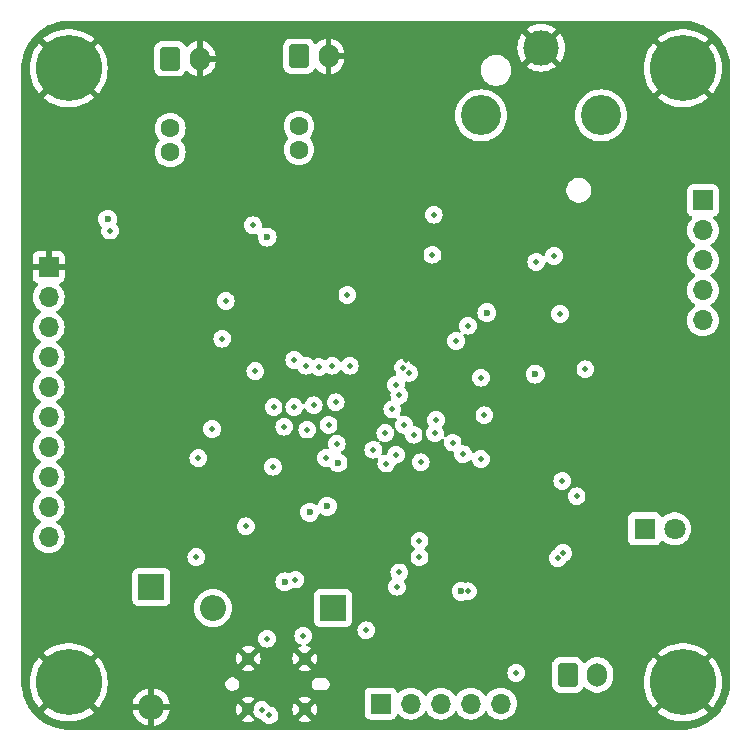
<source format=gbr>
%TF.GenerationSoftware,KiCad,Pcbnew,8.0.1-8.0.1-1~ubuntu22.04.1*%
%TF.CreationDate,2024-05-06T17:23:11+02:00*%
%TF.ProjectId,Pojet 1A,506f6a65-7420-4314-912e-6b696361645f,rev?*%
%TF.SameCoordinates,Original*%
%TF.FileFunction,Copper,L2,Inr*%
%TF.FilePolarity,Positive*%
%FSLAX46Y46*%
G04 Gerber Fmt 4.6, Leading zero omitted, Abs format (unit mm)*
G04 Created by KiCad (PCBNEW 8.0.1-8.0.1-1~ubuntu22.04.1) date 2024-05-06 17:23:11*
%MOMM*%
%LPD*%
G01*
G04 APERTURE LIST*
G04 Aperture macros list*
%AMRoundRect*
0 Rectangle with rounded corners*
0 $1 Rounding radius*
0 $2 $3 $4 $5 $6 $7 $8 $9 X,Y pos of 4 corners*
0 Add a 4 corners polygon primitive as box body*
4,1,4,$2,$3,$4,$5,$6,$7,$8,$9,$2,$3,0*
0 Add four circle primitives for the rounded corners*
1,1,$1+$1,$2,$3*
1,1,$1+$1,$4,$5*
1,1,$1+$1,$6,$7*
1,1,$1+$1,$8,$9*
0 Add four rect primitives between the rounded corners*
20,1,$1+$1,$2,$3,$4,$5,0*
20,1,$1+$1,$4,$5,$6,$7,0*
20,1,$1+$1,$6,$7,$8,$9,0*
20,1,$1+$1,$8,$9,$2,$3,0*%
G04 Aperture macros list end*
%TA.AperFunction,ComponentPad*%
%ADD10R,1.700000X1.700000*%
%TD*%
%TA.AperFunction,ComponentPad*%
%ADD11O,1.700000X1.700000*%
%TD*%
%TA.AperFunction,ComponentPad*%
%ADD12C,1.600000*%
%TD*%
%TA.AperFunction,ComponentPad*%
%ADD13R,2.200000X2.200000*%
%TD*%
%TA.AperFunction,ComponentPad*%
%ADD14O,2.200000X2.200000*%
%TD*%
%TA.AperFunction,ComponentPad*%
%ADD15C,5.600000*%
%TD*%
%TA.AperFunction,ComponentPad*%
%ADD16RoundRect,0.250000X-0.600000X-0.750000X0.600000X-0.750000X0.600000X0.750000X-0.600000X0.750000X0*%
%TD*%
%TA.AperFunction,ComponentPad*%
%ADD17O,1.700000X2.000000*%
%TD*%
%TA.AperFunction,ComponentPad*%
%ADD18C,3.400000*%
%TD*%
%TA.AperFunction,ComponentPad*%
%ADD19C,3.000000*%
%TD*%
%TA.AperFunction,ComponentPad*%
%ADD20R,1.800000X1.800000*%
%TD*%
%TA.AperFunction,ComponentPad*%
%ADD21C,1.800000*%
%TD*%
%TA.AperFunction,ComponentPad*%
%ADD22C,1.100000*%
%TD*%
%TA.AperFunction,ViaPad*%
%ADD23C,0.500000*%
%TD*%
%TA.AperFunction,ViaPad*%
%ADD24C,0.600000*%
%TD*%
G04 APERTURE END LIST*
D10*
%TO.N,+5V*%
%TO.C,J5*%
X181700000Y-80200000D03*
D11*
%TO.N,LINEOUT_L*%
X181700000Y-82740000D03*
%TO.N,LINEOUT_R*%
X181700000Y-85280000D03*
%TO.N,Potar_volume*%
X181700000Y-87820000D03*
%TO.N,LIGHT*%
X181700000Y-90360000D03*
%TD*%
D12*
%TO.N,Net-(C24-Pad1)*%
%TO.C,C28*%
X147500000Y-75900000D03*
%TO.N,Net-(J2-Pin_1)*%
X147500000Y-73900000D03*
%TD*%
D13*
%TO.N,Net-(D1-K)*%
%TO.C,D1*%
X135000000Y-112920000D03*
D14*
%TO.N,GND*%
X135000000Y-123080000D03*
%TD*%
D12*
%TO.N,Net-(C25-Pad1)*%
%TO.C,C32*%
X136600000Y-76100000D03*
%TO.N,Net-(J3-Pin_1)*%
X136600000Y-74100000D03*
%TD*%
D15*
%TO.N,GND*%
%TO.C,H2*%
X128000000Y-121000000D03*
%TD*%
D16*
%TO.N,Net-(J3-Pin_1)*%
%TO.C,J3*%
X136600000Y-68200000D03*
D17*
%TO.N,GND*%
X139100000Y-68200000D03*
%TD*%
D15*
%TO.N,GND*%
%TO.C,H1*%
X180000000Y-121000000D03*
%TD*%
%TO.N,GND*%
%TO.C,H4*%
X128000000Y-69000000D03*
%TD*%
D13*
%TO.N,Net-(D3-K)*%
%TO.C,D3*%
X150380000Y-114700000D03*
D14*
%TO.N,Net-(D1-K)*%
X140220000Y-114700000D03*
%TD*%
D10*
%TO.N,GND*%
%TO.C,J6*%
X126300000Y-85840000D03*
D11*
%TO.N,A Encodeur 1*%
X126300000Y-88380000D03*
%TO.N,B Encodeur 1*%
X126300000Y-90920000D03*
%TO.N,B Encodeur 2*%
X126300000Y-93460000D03*
%TO.N,A Encodeur 2*%
X126300000Y-96000000D03*
%TO.N,TIM3_CH1*%
X126300000Y-98540000D03*
%TO.N,TIM3_CH2*%
X126300000Y-101080000D03*
%TO.N,TIM3_CH3*%
X126300000Y-103620000D03*
%TO.N,TIM3_CH4*%
X126300000Y-106160000D03*
%TO.N,+3.3V*%
X126300000Y-108700000D03*
%TD*%
D16*
%TO.N,Net-(J2-Pin_1)*%
%TO.C,J2*%
X147500000Y-68000000D03*
D17*
%TO.N,GND*%
X150000000Y-68000000D03*
%TD*%
D16*
%TO.N,V_BAT+*%
%TO.C,J4*%
X170250000Y-120375000D03*
D17*
%TO.N,V_BAT-*%
X172750000Y-120375000D03*
%TD*%
D10*
%TO.N,EQ_BAND_BTN*%
%TO.C,J8*%
X154420000Y-122800000D03*
D11*
%TO.N,band3*%
X156960000Y-122800000D03*
%TO.N,band2*%
X159500000Y-122800000D03*
%TO.N,band1*%
X162040000Y-122800000D03*
%TO.N,band0*%
X164580000Y-122800000D03*
%TD*%
D15*
%TO.N,GND*%
%TO.C,H3*%
X180000000Y-69000000D03*
%TD*%
D18*
%TO.N,LINEIN_R*%
%TO.C,J7*%
X162920000Y-73000000D03*
%TO.N,LINEIN_L*%
X173080000Y-73000000D03*
D19*
%TO.N,GND*%
X168000000Y-67280000D03*
%TD*%
D20*
%TO.N,Net-(D2-K)*%
%TO.C,D2*%
X176760000Y-108000000D03*
D21*
%TO.N,REGN*%
X179300000Y-108000000D03*
%TD*%
D22*
%TO.N,GND*%
%TO.C,J1*%
X143200000Y-119000000D03*
X143200000Y-123300000D03*
X148000000Y-119000000D03*
X148000000Y-123300000D03*
%TD*%
D23*
%TO.N,V_BAT+*%
X165900000Y-120200000D03*
X169800000Y-103950000D03*
D24*
X161222500Y-113300000D03*
D23*
X161800000Y-113300000D03*
D24*
%TO.N,V_SYS*%
X131300000Y-81800000D03*
X144800000Y-83300000D03*
D23*
X171750000Y-94500000D03*
X171000000Y-105250000D03*
X143600000Y-82300000D03*
X131500000Y-82750000D03*
%TO.N,UCPD_CC1*%
X155800000Y-112900000D03*
%TO.N,Net-(D1-K)*%
X147857428Y-117057428D03*
X143000000Y-107800000D03*
X147200000Y-112300000D03*
X153200000Y-116600000D03*
X144350000Y-123350000D03*
X144800000Y-117300000D03*
%TO.N,A Encodeur 1*%
X150325000Y-94200000D03*
%TO.N,B Encodeur 1*%
X149200000Y-94300000D03*
%TO.N,A Encodeur 2*%
X148750000Y-97550000D03*
%TO.N,B Encodeur 2*%
X148100000Y-94189950D03*
%TO.N,V_sense*%
X147100000Y-97700000D03*
%TO.N,SYS_MCLK*%
X155700000Y-95800000D03*
X143800000Y-94650000D03*
%TO.N,LIGHT*%
X145350000Y-97700000D03*
%TO.N,Potar_volume*%
X146250000Y-99350000D03*
%TO.N,I2S_SCLK*%
X148200000Y-99600000D03*
X155400000Y-97900000D03*
%TO.N,I2S_LRCLK*%
X156000000Y-96700000D03*
X150000000Y-99200000D03*
%TO.N,I2S_DIN*%
X159100000Y-98800000D03*
X150700000Y-100800000D03*
D24*
%TO.N,USB_DM*%
X148400000Y-106600000D03*
%TO.N,USB_DP*%
X149900000Y-106100000D03*
D23*
%TO.N,I2S_DOUT*%
X154800000Y-99900000D03*
X157200000Y-100036504D03*
%TO.N,CTRL_DATA*%
X159000000Y-99900000D03*
X156400000Y-99200000D03*
%TO.N,UCPD_CC2*%
X156000000Y-111700000D03*
%TO.N,CTRL_CLK*%
X160500000Y-100700000D03*
X153800000Y-101300000D03*
%TO.N,NRST*%
X169600000Y-89800000D03*
X147100000Y-93700000D03*
X158900000Y-81400000D03*
X167600000Y-85400000D03*
%TO.N,GND*%
X160500000Y-117500000D03*
X162500000Y-82100000D03*
X140100000Y-101000000D03*
X182200000Y-101300000D03*
X150500000Y-120000000D03*
X143000000Y-70000000D03*
X156000000Y-74000000D03*
X160450000Y-95800000D03*
X135792001Y-92350000D03*
X179000000Y-92000000D03*
X140500000Y-120000000D03*
X132000000Y-118000000D03*
X142400000Y-117500000D03*
X166300000Y-119100000D03*
X163100000Y-93800000D03*
X149700000Y-117100000D03*
X140200000Y-108800000D03*
X158300000Y-112100000D03*
X156800000Y-117300000D03*
D24*
X140400000Y-111800000D03*
D23*
X163400000Y-111700000D03*
X162900000Y-99600000D03*
X154100000Y-96500000D03*
X142600000Y-103600000D03*
X167800000Y-116800000D03*
X168000000Y-87000000D03*
X155500000Y-94700000D03*
D24*
X157700000Y-107500000D03*
D23*
X151100000Y-122400000D03*
X156500000Y-80900000D03*
X151100000Y-105900000D03*
X152300000Y-84375000D03*
X181000000Y-75000000D03*
X168750000Y-105000000D03*
X158100000Y-104300000D03*
X168212500Y-97500000D03*
X181957000Y-95793000D03*
X132000000Y-110000000D03*
X132225001Y-88925000D03*
D24*
X166300000Y-92900000D03*
D23*
X143000000Y-80000000D03*
X156000000Y-70000000D03*
X145300000Y-100800000D03*
X156600000Y-93700000D03*
X149800000Y-109200000D03*
X142800000Y-90200000D03*
X155500000Y-109287500D03*
X179000000Y-87000000D03*
X167900000Y-82200000D03*
X132000000Y-85000000D03*
X139300000Y-83350000D03*
X179300000Y-83200000D03*
X141498000Y-123495000D03*
X133000000Y-70000000D03*
X166560000Y-113440000D03*
%TO.N,LINEIN_R*%
X160800000Y-92100000D03*
%TO.N,LINEIN_L*%
X161800000Y-90800000D03*
%TO.N,SWDIO*%
X157800000Y-102375000D03*
X154900000Y-102475000D03*
%TO.N,SWCLK*%
X161400000Y-101700000D03*
X155700000Y-101725000D03*
%TO.N,SWO*%
X162900000Y-102100000D03*
X149800000Y-102000000D03*
%TO.N,V_BUS*%
X157700000Y-110400000D03*
X169850000Y-110050000D03*
X138800000Y-110400000D03*
X169400000Y-110500000D03*
%TO.N,+5V*%
X158800000Y-84800000D03*
X151600000Y-88200000D03*
X141000000Y-91900000D03*
X141300000Y-88700000D03*
X169100000Y-84900000D03*
%TO.N,+3.3V*%
X156800000Y-94800000D03*
X157700000Y-109000000D03*
X151800000Y-94200000D03*
X140150000Y-99550000D03*
X145300000Y-102750000D03*
X150600000Y-97300000D03*
X156300000Y-94400000D03*
D24*
X167500000Y-94900000D03*
X150800000Y-102400000D03*
D23*
%TO.N,+1V8*%
X163200000Y-98400000D03*
%TO.N,+3.3VA*%
X138981250Y-102018750D03*
D24*
X163400000Y-89700000D03*
D23*
X162900000Y-95200000D03*
%TO.N,UCPD_CC1c*%
X145000000Y-123800000D03*
D24*
X146300000Y-112500000D03*
%TD*%
%TA.AperFunction,Conductor*%
%TO.N,GND*%
G36*
X180000733Y-65000008D02*
G01*
X180191077Y-65002343D01*
X180201681Y-65002930D01*
X180581224Y-65040312D01*
X180593249Y-65042096D01*
X180966527Y-65116345D01*
X180978329Y-65119301D01*
X181342544Y-65229785D01*
X181354001Y-65233884D01*
X181649078Y-65356109D01*
X181705627Y-65379532D01*
X181716626Y-65384734D01*
X182052282Y-65564147D01*
X182062713Y-65570399D01*
X182379169Y-65781849D01*
X182388942Y-65789097D01*
X182683148Y-66030544D01*
X182692165Y-66038717D01*
X182961282Y-66307834D01*
X182969455Y-66316851D01*
X183210902Y-66611057D01*
X183218150Y-66620830D01*
X183429600Y-66937286D01*
X183435856Y-66947724D01*
X183615264Y-67283372D01*
X183620467Y-67294372D01*
X183766114Y-67645997D01*
X183770214Y-67657455D01*
X183880698Y-68021670D01*
X183883654Y-68033474D01*
X183957902Y-68406744D01*
X183959688Y-68418781D01*
X183997068Y-68798304D01*
X183997656Y-68808937D01*
X183999991Y-68999266D01*
X184000000Y-69000787D01*
X184000000Y-120999212D01*
X183999991Y-121000733D01*
X183997656Y-121191062D01*
X183997068Y-121201695D01*
X183959688Y-121581218D01*
X183957902Y-121593255D01*
X183883654Y-121966525D01*
X183880698Y-121978329D01*
X183770214Y-122342544D01*
X183766114Y-122354002D01*
X183620467Y-122705627D01*
X183615264Y-122716627D01*
X183435856Y-123052275D01*
X183429600Y-123062713D01*
X183218150Y-123379169D01*
X183210902Y-123388942D01*
X182969455Y-123683148D01*
X182961282Y-123692165D01*
X182692165Y-123961282D01*
X182683148Y-123969455D01*
X182388942Y-124210902D01*
X182379169Y-124218150D01*
X182062713Y-124429600D01*
X182052275Y-124435856D01*
X181716627Y-124615264D01*
X181705627Y-124620467D01*
X181354002Y-124766114D01*
X181342544Y-124770214D01*
X180978329Y-124880698D01*
X180966525Y-124883654D01*
X180593255Y-124957902D01*
X180581218Y-124959688D01*
X180201695Y-124997068D01*
X180191062Y-124997656D01*
X180000734Y-124999991D01*
X179999213Y-125000000D01*
X128000787Y-125000000D01*
X127999266Y-124999991D01*
X127808937Y-124997656D01*
X127798304Y-124997068D01*
X127418781Y-124959688D01*
X127406744Y-124957902D01*
X127033474Y-124883654D01*
X127021670Y-124880698D01*
X126657455Y-124770214D01*
X126645997Y-124766114D01*
X126294372Y-124620467D01*
X126283372Y-124615264D01*
X125947724Y-124435856D01*
X125937286Y-124429600D01*
X125620830Y-124218150D01*
X125611057Y-124210902D01*
X125316851Y-123969455D01*
X125307834Y-123961282D01*
X125038717Y-123692165D01*
X125030544Y-123683148D01*
X125020904Y-123671402D01*
X124857508Y-123472302D01*
X124789097Y-123388942D01*
X124781849Y-123379169D01*
X124628724Y-123150002D01*
X124570396Y-123062708D01*
X124564143Y-123052275D01*
X124536200Y-122999998D01*
X124384734Y-122716626D01*
X124379532Y-122705627D01*
X124233885Y-122354002D01*
X124229785Y-122342544D01*
X124173738Y-122157783D01*
X124119300Y-121978327D01*
X124116345Y-121966525D01*
X124106477Y-121916914D01*
X124042096Y-121593249D01*
X124040311Y-121581218D01*
X124002930Y-121201681D01*
X124002343Y-121191075D01*
X124000009Y-121000732D01*
X124000005Y-121000002D01*
X124695153Y-121000002D01*
X124714526Y-121357314D01*
X124714527Y-121357331D01*
X124772415Y-121710431D01*
X124772421Y-121710457D01*
X124868147Y-122055232D01*
X124868149Y-122055239D01*
X125000597Y-122387659D01*
X125000606Y-122387677D01*
X125168218Y-122703827D01*
X125369024Y-122999994D01*
X125369035Y-123000008D01*
X125496441Y-123150002D01*
X125496442Y-123150002D01*
X126705747Y-121940697D01*
X126779588Y-122042330D01*
X126957670Y-122220412D01*
X127059300Y-122294251D01*
X125847257Y-123506294D01*
X125860495Y-123518836D01*
X126145367Y-123735388D01*
X126145370Y-123735390D01*
X126451990Y-123919876D01*
X126776739Y-124070122D01*
X126776744Y-124070123D01*
X127115855Y-124184383D01*
X127465339Y-124261311D01*
X127821075Y-124299999D01*
X127821085Y-124300000D01*
X128178915Y-124300000D01*
X128178924Y-124299999D01*
X128534660Y-124261311D01*
X128884144Y-124184383D01*
X129223255Y-124070123D01*
X129223260Y-124070122D01*
X129548009Y-123919876D01*
X129854629Y-123735390D01*
X129854632Y-123735388D01*
X130139509Y-123518831D01*
X130152742Y-123506295D01*
X130152742Y-123506294D01*
X129976448Y-123330000D01*
X133414728Y-123330000D01*
X133414811Y-123331067D01*
X133473603Y-123575956D01*
X133569980Y-123808631D01*
X133701568Y-124023362D01*
X133701571Y-124023367D01*
X133865130Y-124214869D01*
X134056632Y-124378428D01*
X134056637Y-124378431D01*
X134271368Y-124510019D01*
X134504043Y-124606396D01*
X134748932Y-124665188D01*
X134749999Y-124665271D01*
X134750000Y-124665271D01*
X134750000Y-123570747D01*
X134787708Y-123592518D01*
X134927591Y-123630000D01*
X135072409Y-123630000D01*
X135212292Y-123592518D01*
X135250000Y-123570747D01*
X135250000Y-124665271D01*
X135251067Y-124665188D01*
X135495956Y-124606396D01*
X135728631Y-124510019D01*
X135943362Y-124378431D01*
X135943367Y-124378428D01*
X136134869Y-124214869D01*
X136148403Y-124199023D01*
X142654528Y-124199023D01*
X142796233Y-124274766D01*
X142994165Y-124334808D01*
X143200000Y-124355080D01*
X143405834Y-124334808D01*
X143603764Y-124274766D01*
X143745470Y-124199022D01*
X143200001Y-123653553D01*
X143200000Y-123653553D01*
X142654528Y-124199023D01*
X136148403Y-124199023D01*
X136298428Y-124023367D01*
X136298431Y-124023362D01*
X136430019Y-123808631D01*
X136526396Y-123575956D01*
X136585188Y-123331067D01*
X136585272Y-123330000D01*
X135490748Y-123330000D01*
X135508068Y-123300000D01*
X142144919Y-123300000D01*
X142165191Y-123505834D01*
X142225233Y-123703766D01*
X142300975Y-123845469D01*
X142300976Y-123845469D01*
X142800369Y-123346078D01*
X142850000Y-123346078D01*
X142873852Y-123435095D01*
X142919930Y-123514905D01*
X142985095Y-123580070D01*
X143064905Y-123626148D01*
X143153922Y-123650000D01*
X143246078Y-123650000D01*
X143335095Y-123626148D01*
X143414905Y-123580070D01*
X143480070Y-123514905D01*
X143526148Y-123435095D01*
X143550000Y-123346078D01*
X143550000Y-123300001D01*
X143553553Y-123300001D01*
X143562951Y-123309399D01*
X143596436Y-123370722D01*
X143598490Y-123383196D01*
X143613685Y-123518055D01*
X143669545Y-123677694D01*
X143669547Y-123677697D01*
X143759518Y-123820884D01*
X143759523Y-123820890D01*
X143879109Y-123940476D01*
X143879115Y-123940481D01*
X144022302Y-124030452D01*
X144022308Y-124030455D01*
X144022310Y-124030456D01*
X144181941Y-124086313D01*
X144242709Y-124093159D01*
X144307120Y-124120224D01*
X144333817Y-124150407D01*
X144409518Y-124270884D01*
X144409523Y-124270890D01*
X144529109Y-124390476D01*
X144529115Y-124390481D01*
X144672302Y-124480452D01*
X144672305Y-124480454D01*
X144672309Y-124480455D01*
X144672310Y-124480456D01*
X144744913Y-124505860D01*
X144831943Y-124536314D01*
X144999997Y-124555249D01*
X145000000Y-124555249D01*
X145000003Y-124555249D01*
X145168056Y-124536314D01*
X145168059Y-124536313D01*
X145327690Y-124480456D01*
X145327692Y-124480454D01*
X145327694Y-124480454D01*
X145327697Y-124480452D01*
X145470884Y-124390481D01*
X145470885Y-124390480D01*
X145470890Y-124390477D01*
X145590477Y-124270890D01*
X145628170Y-124210902D01*
X145635634Y-124199023D01*
X147454528Y-124199023D01*
X147596233Y-124274766D01*
X147794165Y-124334808D01*
X148000000Y-124355080D01*
X148205834Y-124334808D01*
X148403764Y-124274766D01*
X148545470Y-124199022D01*
X148000001Y-123653553D01*
X148000000Y-123653553D01*
X147454528Y-124199023D01*
X145635634Y-124199023D01*
X145680452Y-124127697D01*
X145680454Y-124127694D01*
X145680454Y-124127692D01*
X145680456Y-124127690D01*
X145736313Y-123968059D01*
X145736313Y-123968058D01*
X145736314Y-123968056D01*
X145755249Y-123800002D01*
X145755249Y-123799997D01*
X145736314Y-123631943D01*
X145696463Y-123518055D01*
X145680456Y-123472310D01*
X145680455Y-123472309D01*
X145680454Y-123472305D01*
X145680452Y-123472302D01*
X145590481Y-123329115D01*
X145590476Y-123329109D01*
X145561367Y-123300000D01*
X146944919Y-123300000D01*
X146965191Y-123505834D01*
X147025233Y-123703766D01*
X147100975Y-123845469D01*
X147100976Y-123845469D01*
X147600369Y-123346078D01*
X147650000Y-123346078D01*
X147673852Y-123435095D01*
X147719930Y-123514905D01*
X147785095Y-123580070D01*
X147864905Y-123626148D01*
X147953922Y-123650000D01*
X148046078Y-123650000D01*
X148135095Y-123626148D01*
X148214905Y-123580070D01*
X148280070Y-123514905D01*
X148326148Y-123435095D01*
X148350000Y-123346078D01*
X148350000Y-123300000D01*
X148353553Y-123300000D01*
X148899022Y-123845469D01*
X148974766Y-123703764D01*
X148976554Y-123697870D01*
X153069500Y-123697870D01*
X153069501Y-123697876D01*
X153075908Y-123757483D01*
X153126202Y-123892328D01*
X153126206Y-123892335D01*
X153212452Y-124007544D01*
X153212455Y-124007547D01*
X153327664Y-124093793D01*
X153327671Y-124093797D01*
X153462517Y-124144091D01*
X153462516Y-124144091D01*
X153469444Y-124144835D01*
X153522127Y-124150500D01*
X155317872Y-124150499D01*
X155377483Y-124144091D01*
X155512331Y-124093796D01*
X155627546Y-124007546D01*
X155713796Y-123892331D01*
X155762810Y-123760916D01*
X155804681Y-123704984D01*
X155870145Y-123680566D01*
X155938418Y-123695417D01*
X155966673Y-123716569D01*
X156088599Y-123838495D01*
X156185384Y-123906265D01*
X156282165Y-123974032D01*
X156282167Y-123974033D01*
X156282170Y-123974035D01*
X156496337Y-124073903D01*
X156724592Y-124135063D01*
X156901034Y-124150500D01*
X156959999Y-124155659D01*
X156960000Y-124155659D01*
X156960001Y-124155659D01*
X157018966Y-124150500D01*
X157195408Y-124135063D01*
X157423663Y-124073903D01*
X157637830Y-123974035D01*
X157831401Y-123838495D01*
X157998495Y-123671401D01*
X158128425Y-123485842D01*
X158183002Y-123442217D01*
X158252500Y-123435023D01*
X158314855Y-123466546D01*
X158331575Y-123485842D01*
X158461500Y-123671395D01*
X158461505Y-123671401D01*
X158628599Y-123838495D01*
X158725384Y-123906265D01*
X158822165Y-123974032D01*
X158822167Y-123974033D01*
X158822170Y-123974035D01*
X159036337Y-124073903D01*
X159264592Y-124135063D01*
X159441034Y-124150500D01*
X159499999Y-124155659D01*
X159500000Y-124155659D01*
X159500001Y-124155659D01*
X159558966Y-124150500D01*
X159735408Y-124135063D01*
X159963663Y-124073903D01*
X160177830Y-123974035D01*
X160371401Y-123838495D01*
X160538495Y-123671401D01*
X160668425Y-123485842D01*
X160723002Y-123442217D01*
X160792500Y-123435023D01*
X160854855Y-123466546D01*
X160871575Y-123485842D01*
X161001500Y-123671395D01*
X161001505Y-123671401D01*
X161168599Y-123838495D01*
X161265384Y-123906265D01*
X161362165Y-123974032D01*
X161362167Y-123974033D01*
X161362170Y-123974035D01*
X161576337Y-124073903D01*
X161804592Y-124135063D01*
X161981034Y-124150500D01*
X162039999Y-124155659D01*
X162040000Y-124155659D01*
X162040001Y-124155659D01*
X162098966Y-124150500D01*
X162275408Y-124135063D01*
X162503663Y-124073903D01*
X162717830Y-123974035D01*
X162911401Y-123838495D01*
X163078495Y-123671401D01*
X163208425Y-123485842D01*
X163263002Y-123442217D01*
X163332500Y-123435023D01*
X163394855Y-123466546D01*
X163411575Y-123485842D01*
X163541500Y-123671395D01*
X163541505Y-123671401D01*
X163708599Y-123838495D01*
X163805384Y-123906265D01*
X163902165Y-123974032D01*
X163902167Y-123974033D01*
X163902170Y-123974035D01*
X164116337Y-124073903D01*
X164344592Y-124135063D01*
X164521034Y-124150500D01*
X164579999Y-124155659D01*
X164580000Y-124155659D01*
X164580001Y-124155659D01*
X164638966Y-124150500D01*
X164815408Y-124135063D01*
X165043663Y-124073903D01*
X165257830Y-123974035D01*
X165451401Y-123838495D01*
X165618495Y-123671401D01*
X165754035Y-123477830D01*
X165853903Y-123263663D01*
X165915063Y-123035408D01*
X165935659Y-122800000D01*
X165915063Y-122564592D01*
X165858636Y-122354002D01*
X165853905Y-122336344D01*
X165853904Y-122336343D01*
X165853903Y-122336337D01*
X165754035Y-122122171D01*
X165748425Y-122114158D01*
X165618494Y-121928597D01*
X165451402Y-121761506D01*
X165451395Y-121761501D01*
X165257834Y-121625967D01*
X165257830Y-121625965D01*
X165233280Y-121614517D01*
X165043663Y-121526097D01*
X165043659Y-121526096D01*
X165043655Y-121526094D01*
X164815413Y-121464938D01*
X164815403Y-121464936D01*
X164580001Y-121444341D01*
X164579999Y-121444341D01*
X164344596Y-121464936D01*
X164344586Y-121464938D01*
X164116344Y-121526094D01*
X164116335Y-121526098D01*
X163902171Y-121625964D01*
X163902169Y-121625965D01*
X163708597Y-121761505D01*
X163541505Y-121928597D01*
X163411575Y-122114158D01*
X163356998Y-122157783D01*
X163287500Y-122164977D01*
X163225145Y-122133454D01*
X163208425Y-122114158D01*
X163078494Y-121928597D01*
X162911402Y-121761506D01*
X162911395Y-121761501D01*
X162717834Y-121625967D01*
X162717830Y-121625965D01*
X162693280Y-121614517D01*
X162503663Y-121526097D01*
X162503659Y-121526096D01*
X162503655Y-121526094D01*
X162275413Y-121464938D01*
X162275403Y-121464936D01*
X162040001Y-121444341D01*
X162039999Y-121444341D01*
X161804596Y-121464936D01*
X161804586Y-121464938D01*
X161576344Y-121526094D01*
X161576335Y-121526098D01*
X161362171Y-121625964D01*
X161362169Y-121625965D01*
X161168597Y-121761505D01*
X161001505Y-121928597D01*
X160871575Y-122114158D01*
X160816998Y-122157783D01*
X160747500Y-122164977D01*
X160685145Y-122133454D01*
X160668425Y-122114158D01*
X160538494Y-121928597D01*
X160371402Y-121761506D01*
X160371395Y-121761501D01*
X160177834Y-121625967D01*
X160177830Y-121625965D01*
X160153280Y-121614517D01*
X159963663Y-121526097D01*
X159963659Y-121526096D01*
X159963655Y-121526094D01*
X159735413Y-121464938D01*
X159735403Y-121464936D01*
X159500001Y-121444341D01*
X159499999Y-121444341D01*
X159264596Y-121464936D01*
X159264586Y-121464938D01*
X159036344Y-121526094D01*
X159036335Y-121526098D01*
X158822171Y-121625964D01*
X158822169Y-121625965D01*
X158628597Y-121761505D01*
X158461505Y-121928597D01*
X158331575Y-122114158D01*
X158276998Y-122157783D01*
X158207500Y-122164977D01*
X158145145Y-122133454D01*
X158128425Y-122114158D01*
X157998494Y-121928597D01*
X157831402Y-121761506D01*
X157831395Y-121761501D01*
X157637834Y-121625967D01*
X157637830Y-121625965D01*
X157613280Y-121614517D01*
X157423663Y-121526097D01*
X157423659Y-121526096D01*
X157423655Y-121526094D01*
X157195413Y-121464938D01*
X157195403Y-121464936D01*
X156960001Y-121444341D01*
X156959999Y-121444341D01*
X156724596Y-121464936D01*
X156724586Y-121464938D01*
X156496344Y-121526094D01*
X156496335Y-121526098D01*
X156282171Y-121625964D01*
X156282169Y-121625965D01*
X156088600Y-121761503D01*
X155966673Y-121883430D01*
X155905350Y-121916914D01*
X155835658Y-121911930D01*
X155779725Y-121870058D01*
X155762810Y-121839081D01*
X155713797Y-121707671D01*
X155713793Y-121707664D01*
X155627547Y-121592455D01*
X155627544Y-121592452D01*
X155512335Y-121506206D01*
X155512328Y-121506202D01*
X155377482Y-121455908D01*
X155377483Y-121455908D01*
X155317883Y-121449501D01*
X155317881Y-121449500D01*
X155317873Y-121449500D01*
X155317864Y-121449500D01*
X153522129Y-121449500D01*
X153522123Y-121449501D01*
X153462516Y-121455908D01*
X153327671Y-121506202D01*
X153327664Y-121506206D01*
X153212455Y-121592452D01*
X153212452Y-121592455D01*
X153126206Y-121707664D01*
X153126202Y-121707671D01*
X153075908Y-121842517D01*
X153069501Y-121902116D01*
X153069500Y-121902135D01*
X153069500Y-123697870D01*
X148976554Y-123697870D01*
X149034808Y-123505834D01*
X149055080Y-123300000D01*
X149034808Y-123094165D01*
X148974766Y-122896233D01*
X148899023Y-122754528D01*
X148353553Y-123299999D01*
X148353553Y-123300000D01*
X148350000Y-123300000D01*
X148350000Y-123253922D01*
X148326148Y-123164905D01*
X148280070Y-123085095D01*
X148214905Y-123019930D01*
X148135095Y-122973852D01*
X148046078Y-122950000D01*
X147953922Y-122950000D01*
X147864905Y-122973852D01*
X147785095Y-123019930D01*
X147719930Y-123085095D01*
X147673852Y-123164905D01*
X147650000Y-123253922D01*
X147650000Y-123346078D01*
X147600369Y-123346078D01*
X147646447Y-123300000D01*
X147100976Y-122754529D01*
X147100975Y-122754529D01*
X147025234Y-122896234D01*
X146965191Y-123094166D01*
X146944919Y-123300000D01*
X145561367Y-123300000D01*
X145470890Y-123209523D01*
X145470884Y-123209518D01*
X145327697Y-123119547D01*
X145327692Y-123119544D01*
X145168053Y-123063685D01*
X145107290Y-123056839D01*
X145042876Y-123029772D01*
X145016182Y-122999593D01*
X144940477Y-122879110D01*
X144820890Y-122759523D01*
X144820884Y-122759518D01*
X144677697Y-122669547D01*
X144677694Y-122669545D01*
X144518056Y-122613685D01*
X144350003Y-122594751D01*
X144349997Y-122594751D01*
X144181943Y-122613685D01*
X144022305Y-122669545D01*
X144022302Y-122669547D01*
X143879115Y-122759518D01*
X143879109Y-122759523D01*
X143759523Y-122879109D01*
X143759518Y-122879115D01*
X143669547Y-123022302D01*
X143669544Y-123022307D01*
X143613687Y-123181941D01*
X143611189Y-123204108D01*
X143584119Y-123268521D01*
X143575652Y-123277900D01*
X143553553Y-123299999D01*
X143553553Y-123300001D01*
X143550000Y-123300001D01*
X143550000Y-123253922D01*
X143526148Y-123164905D01*
X143480070Y-123085095D01*
X143414905Y-123019930D01*
X143335095Y-122973852D01*
X143246078Y-122950000D01*
X143153922Y-122950000D01*
X143064905Y-122973852D01*
X142985095Y-123019930D01*
X142919930Y-123085095D01*
X142873852Y-123164905D01*
X142850000Y-123253922D01*
X142850000Y-123346078D01*
X142800369Y-123346078D01*
X142846447Y-123300000D01*
X142300976Y-122754529D01*
X142300975Y-122754529D01*
X142225234Y-122896234D01*
X142165191Y-123094166D01*
X142144919Y-123300000D01*
X135508068Y-123300000D01*
X135512518Y-123292292D01*
X135550000Y-123152409D01*
X135550000Y-123007591D01*
X135512518Y-122867708D01*
X135490748Y-122830000D01*
X136585271Y-122830000D01*
X136585271Y-122829999D01*
X136585188Y-122828932D01*
X136526396Y-122584043D01*
X136450567Y-122400976D01*
X142654529Y-122400976D01*
X143200000Y-122946447D01*
X143200001Y-122946447D01*
X143745469Y-122400976D01*
X147454529Y-122400976D01*
X148000000Y-122946447D01*
X148000001Y-122946447D01*
X148545469Y-122400976D01*
X148545469Y-122400975D01*
X148403766Y-122325233D01*
X148205834Y-122265191D01*
X148000000Y-122244919D01*
X147794166Y-122265191D01*
X147596234Y-122325234D01*
X147454529Y-122400975D01*
X147454529Y-122400976D01*
X143745469Y-122400976D01*
X143745469Y-122400975D01*
X143603766Y-122325233D01*
X143405834Y-122265191D01*
X143200000Y-122244919D01*
X142994166Y-122265191D01*
X142796234Y-122325234D01*
X142654529Y-122400975D01*
X142654529Y-122400976D01*
X136450567Y-122400976D01*
X136430019Y-122351368D01*
X136298431Y-122136637D01*
X136298428Y-122136632D01*
X136134869Y-121945130D01*
X135943367Y-121781571D01*
X135943362Y-121781568D01*
X135728631Y-121649980D01*
X135495956Y-121553603D01*
X135251064Y-121494811D01*
X135250000Y-121494726D01*
X135250000Y-122589252D01*
X135212292Y-122567482D01*
X135072409Y-122530000D01*
X134927591Y-122530000D01*
X134787708Y-122567482D01*
X134750000Y-122589252D01*
X134750000Y-121494726D01*
X134748935Y-121494811D01*
X134504043Y-121553603D01*
X134271368Y-121649980D01*
X134056637Y-121781568D01*
X134056632Y-121781571D01*
X133865130Y-121945130D01*
X133701571Y-122136632D01*
X133701568Y-122136637D01*
X133569980Y-122351368D01*
X133473603Y-122584043D01*
X133414811Y-122828932D01*
X133414728Y-122829999D01*
X133414729Y-122830000D01*
X134509252Y-122830000D01*
X134487482Y-122867708D01*
X134450000Y-123007591D01*
X134450000Y-123152409D01*
X134487482Y-123292292D01*
X134509252Y-123330000D01*
X133414728Y-123330000D01*
X129976448Y-123330000D01*
X128940699Y-122294251D01*
X129042330Y-122220412D01*
X129220412Y-122042330D01*
X129294251Y-121940698D01*
X130503556Y-123150002D01*
X130630972Y-122999998D01*
X130630975Y-122999994D01*
X130831781Y-122703827D01*
X130999393Y-122387677D01*
X130999402Y-122387659D01*
X131131850Y-122055239D01*
X131131852Y-122055232D01*
X131227578Y-121710457D01*
X131227584Y-121710431D01*
X131285472Y-121357331D01*
X131285473Y-121357314D01*
X131292570Y-121226424D01*
X141269500Y-121226424D01*
X141309060Y-121374065D01*
X141385484Y-121506435D01*
X141493565Y-121614516D01*
X141625935Y-121690940D01*
X141773576Y-121730500D01*
X141773578Y-121730500D01*
X141926422Y-121730500D01*
X141926424Y-121730500D01*
X142074065Y-121690940D01*
X142206435Y-121614516D01*
X142314516Y-121506435D01*
X142390940Y-121374065D01*
X142430500Y-121226424D01*
X142430500Y-121221158D01*
X148599500Y-121221158D01*
X148635988Y-121357331D01*
X148636334Y-121358624D01*
X148636335Y-121358627D01*
X148707489Y-121481871D01*
X148707491Y-121481874D01*
X148707492Y-121481875D01*
X148808125Y-121582508D01*
X148808126Y-121582509D01*
X148808128Y-121582510D01*
X148869750Y-121618087D01*
X148931375Y-121653666D01*
X149068842Y-121690500D01*
X149068844Y-121690500D01*
X149631156Y-121690500D01*
X149631158Y-121690500D01*
X149768625Y-121653666D01*
X149891875Y-121582508D01*
X149992508Y-121481875D01*
X150063666Y-121358625D01*
X150100500Y-121221158D01*
X150100500Y-121175001D01*
X168899500Y-121175001D01*
X168899501Y-121175018D01*
X168910000Y-121277796D01*
X168910001Y-121277799D01*
X168965185Y-121444331D01*
X168965187Y-121444336D01*
X168988339Y-121481871D01*
X169057288Y-121593656D01*
X169181344Y-121717712D01*
X169330666Y-121809814D01*
X169497203Y-121864999D01*
X169599991Y-121875500D01*
X170900008Y-121875499D01*
X171002797Y-121864999D01*
X171169334Y-121809814D01*
X171318656Y-121717712D01*
X171442712Y-121593656D01*
X171534814Y-121444334D01*
X171534814Y-121444331D01*
X171538178Y-121438879D01*
X171590126Y-121392154D01*
X171659088Y-121380931D01*
X171723170Y-121408774D01*
X171731398Y-121416294D01*
X171870213Y-121555109D01*
X172042179Y-121680048D01*
X172042181Y-121680049D01*
X172042184Y-121680051D01*
X172231588Y-121776557D01*
X172433757Y-121842246D01*
X172643713Y-121875500D01*
X172643714Y-121875500D01*
X172856286Y-121875500D01*
X172856287Y-121875500D01*
X173066243Y-121842246D01*
X173268412Y-121776557D01*
X173457816Y-121680051D01*
X173494132Y-121653666D01*
X173629786Y-121555109D01*
X173629788Y-121555106D01*
X173629792Y-121555104D01*
X173780104Y-121404792D01*
X173780106Y-121404788D01*
X173780109Y-121404786D01*
X173905048Y-121232820D01*
X173905047Y-121232820D01*
X173905051Y-121232816D01*
X174001557Y-121043412D01*
X174015662Y-121000002D01*
X176695153Y-121000002D01*
X176714526Y-121357314D01*
X176714527Y-121357331D01*
X176772415Y-121710431D01*
X176772421Y-121710457D01*
X176868147Y-122055232D01*
X176868149Y-122055239D01*
X177000597Y-122387659D01*
X177000606Y-122387677D01*
X177168218Y-122703827D01*
X177369024Y-122999994D01*
X177369035Y-123000008D01*
X177496441Y-123150002D01*
X177496442Y-123150002D01*
X178705747Y-121940697D01*
X178779588Y-122042330D01*
X178957670Y-122220412D01*
X179059300Y-122294251D01*
X177847257Y-123506294D01*
X177860495Y-123518836D01*
X178145367Y-123735388D01*
X178145370Y-123735390D01*
X178451990Y-123919876D01*
X178776739Y-124070122D01*
X178776744Y-124070123D01*
X179115855Y-124184383D01*
X179465339Y-124261311D01*
X179821075Y-124299999D01*
X179821085Y-124300000D01*
X180178915Y-124300000D01*
X180178924Y-124299999D01*
X180534660Y-124261311D01*
X180884144Y-124184383D01*
X181223255Y-124070123D01*
X181223260Y-124070122D01*
X181548009Y-123919876D01*
X181854629Y-123735390D01*
X181854632Y-123735388D01*
X182139509Y-123518831D01*
X182152742Y-123506295D01*
X182152742Y-123506294D01*
X180940699Y-122294251D01*
X181042330Y-122220412D01*
X181220412Y-122042330D01*
X181294251Y-121940698D01*
X182503556Y-123150002D01*
X182630972Y-122999998D01*
X182630975Y-122999994D01*
X182831781Y-122703827D01*
X182999393Y-122387677D01*
X182999402Y-122387659D01*
X183131850Y-122055239D01*
X183131852Y-122055232D01*
X183227578Y-121710457D01*
X183227584Y-121710431D01*
X183285472Y-121357331D01*
X183285473Y-121357314D01*
X183304847Y-121000002D01*
X183304847Y-120999997D01*
X183285473Y-120642685D01*
X183285472Y-120642668D01*
X183227584Y-120289568D01*
X183227578Y-120289542D01*
X183131852Y-119944767D01*
X183131850Y-119944760D01*
X182999402Y-119612340D01*
X182999393Y-119612322D01*
X182831781Y-119296172D01*
X182630975Y-119000005D01*
X182630964Y-118999991D01*
X182503556Y-118849996D01*
X181294251Y-120059300D01*
X181220412Y-119957670D01*
X181042330Y-119779588D01*
X180940698Y-119705748D01*
X182152742Y-118493704D01*
X182139504Y-118481163D01*
X181854632Y-118264611D01*
X181854629Y-118264609D01*
X181548009Y-118080123D01*
X181223260Y-117929877D01*
X181223255Y-117929876D01*
X180884144Y-117815616D01*
X180534660Y-117738688D01*
X180178924Y-117700000D01*
X179821075Y-117700000D01*
X179465339Y-117738688D01*
X179115855Y-117815616D01*
X178776744Y-117929876D01*
X178776739Y-117929877D01*
X178451990Y-118080123D01*
X178145370Y-118264609D01*
X178145367Y-118264611D01*
X177860486Y-118481170D01*
X177860485Y-118481171D01*
X177847257Y-118493702D01*
X177847256Y-118493703D01*
X179059301Y-119705748D01*
X178957670Y-119779588D01*
X178779588Y-119957670D01*
X178705748Y-120059301D01*
X177496442Y-118849995D01*
X177496441Y-118849996D01*
X177369033Y-118999992D01*
X177168218Y-119296172D01*
X177000606Y-119612322D01*
X177000597Y-119612340D01*
X176868149Y-119944760D01*
X176868147Y-119944767D01*
X176772421Y-120289542D01*
X176772415Y-120289568D01*
X176714527Y-120642668D01*
X176714526Y-120642685D01*
X176695153Y-120999997D01*
X176695153Y-121000002D01*
X174015662Y-121000002D01*
X174067246Y-120841243D01*
X174100500Y-120631287D01*
X174100500Y-120118713D01*
X174067246Y-119908757D01*
X174001557Y-119706588D01*
X173905051Y-119517184D01*
X173905049Y-119517181D01*
X173905048Y-119517179D01*
X173780109Y-119345213D01*
X173629786Y-119194890D01*
X173457820Y-119069951D01*
X173268414Y-118973444D01*
X173268413Y-118973443D01*
X173268412Y-118973443D01*
X173066243Y-118907754D01*
X173066241Y-118907753D01*
X173066240Y-118907753D01*
X172904957Y-118882208D01*
X172856287Y-118874500D01*
X172643713Y-118874500D01*
X172595042Y-118882208D01*
X172433760Y-118907753D01*
X172231585Y-118973444D01*
X172042179Y-119069951D01*
X171870215Y-119194889D01*
X171731398Y-119333706D01*
X171670075Y-119367190D01*
X171600383Y-119362206D01*
X171544450Y-119320334D01*
X171538178Y-119311120D01*
X171442712Y-119156344D01*
X171318657Y-119032289D01*
X171318656Y-119032288D01*
X171169334Y-118940186D01*
X171002797Y-118885001D01*
X171002795Y-118885000D01*
X170900010Y-118874500D01*
X169599998Y-118874500D01*
X169599981Y-118874501D01*
X169497203Y-118885000D01*
X169497200Y-118885001D01*
X169330668Y-118940185D01*
X169330663Y-118940187D01*
X169181342Y-119032289D01*
X169057289Y-119156342D01*
X168965187Y-119305663D01*
X168965185Y-119305668D01*
X168960325Y-119320334D01*
X168910001Y-119472203D01*
X168910001Y-119472204D01*
X168910000Y-119472204D01*
X168899500Y-119574983D01*
X168899500Y-121175001D01*
X150100500Y-121175001D01*
X150100500Y-121078842D01*
X150063666Y-120941375D01*
X149992508Y-120818125D01*
X149891875Y-120717492D01*
X149891874Y-120717491D01*
X149891871Y-120717489D01*
X149768627Y-120646335D01*
X149768626Y-120646334D01*
X149768625Y-120646334D01*
X149631158Y-120609500D01*
X149068842Y-120609500D01*
X148931375Y-120646334D01*
X148931372Y-120646335D01*
X148808128Y-120717489D01*
X148808123Y-120717493D01*
X148707493Y-120818123D01*
X148707489Y-120818128D01*
X148636335Y-120941372D01*
X148636334Y-120941375D01*
X148599500Y-121078842D01*
X148599500Y-121221158D01*
X142430500Y-121221158D01*
X142430500Y-121073576D01*
X142390940Y-120925935D01*
X142314516Y-120793565D01*
X142206435Y-120685484D01*
X142112563Y-120631287D01*
X142074067Y-120609061D01*
X142074066Y-120609060D01*
X142074065Y-120609060D01*
X141926424Y-120569500D01*
X141773576Y-120569500D01*
X141625935Y-120609060D01*
X141625932Y-120609061D01*
X141493568Y-120685482D01*
X141493562Y-120685486D01*
X141385486Y-120793562D01*
X141385482Y-120793568D01*
X141309061Y-120925932D01*
X141309060Y-120925935D01*
X141269500Y-121073576D01*
X141269500Y-121226424D01*
X131292570Y-121226424D01*
X131304847Y-121000002D01*
X131304847Y-120999997D01*
X131285473Y-120642685D01*
X131285472Y-120642668D01*
X131227584Y-120289568D01*
X131227578Y-120289542D01*
X131202717Y-120200002D01*
X165144751Y-120200002D01*
X165163685Y-120368056D01*
X165219545Y-120527694D01*
X165219547Y-120527697D01*
X165309518Y-120670884D01*
X165309523Y-120670890D01*
X165429109Y-120790476D01*
X165429115Y-120790481D01*
X165572302Y-120880452D01*
X165572305Y-120880454D01*
X165572309Y-120880455D01*
X165572310Y-120880456D01*
X165644913Y-120905860D01*
X165731943Y-120936314D01*
X165899997Y-120955249D01*
X165900000Y-120955249D01*
X165900003Y-120955249D01*
X166068056Y-120936314D01*
X166068059Y-120936313D01*
X166227690Y-120880456D01*
X166227692Y-120880454D01*
X166227694Y-120880454D01*
X166227697Y-120880452D01*
X166370884Y-120790481D01*
X166370885Y-120790480D01*
X166370890Y-120790477D01*
X166490477Y-120670890D01*
X166490481Y-120670884D01*
X166580452Y-120527697D01*
X166580454Y-120527694D01*
X166580454Y-120527692D01*
X166580456Y-120527690D01*
X166636313Y-120368059D01*
X166636313Y-120368058D01*
X166636314Y-120368056D01*
X166655249Y-120200002D01*
X166655249Y-120199997D01*
X166636314Y-120031943D01*
X166580454Y-119872305D01*
X166580452Y-119872302D01*
X166490481Y-119729115D01*
X166490476Y-119729109D01*
X166370890Y-119609523D01*
X166370884Y-119609518D01*
X166227697Y-119519547D01*
X166227694Y-119519545D01*
X166068056Y-119463685D01*
X165900003Y-119444751D01*
X165899997Y-119444751D01*
X165731943Y-119463685D01*
X165572305Y-119519545D01*
X165572302Y-119519547D01*
X165429115Y-119609518D01*
X165429109Y-119609523D01*
X165309523Y-119729109D01*
X165309518Y-119729115D01*
X165219547Y-119872302D01*
X165219545Y-119872305D01*
X165163685Y-120031943D01*
X165144751Y-120199997D01*
X165144751Y-120200002D01*
X131202717Y-120200002D01*
X131131852Y-119944767D01*
X131131850Y-119944760D01*
X131113627Y-119899023D01*
X142654528Y-119899023D01*
X142796233Y-119974766D01*
X142994165Y-120034808D01*
X143200000Y-120055080D01*
X143405834Y-120034808D01*
X143603764Y-119974766D01*
X143745468Y-119899023D01*
X147454528Y-119899023D01*
X147596233Y-119974766D01*
X147794165Y-120034808D01*
X148000000Y-120055080D01*
X148205834Y-120034808D01*
X148403764Y-119974766D01*
X148545470Y-119899022D01*
X148000001Y-119353553D01*
X148000000Y-119353553D01*
X147454528Y-119899023D01*
X143745468Y-119899023D01*
X143745470Y-119899022D01*
X143200001Y-119353553D01*
X143200000Y-119353553D01*
X142654528Y-119899023D01*
X131113627Y-119899023D01*
X130999402Y-119612340D01*
X130999393Y-119612322D01*
X130831781Y-119296172D01*
X130630975Y-119000005D01*
X130630971Y-119000000D01*
X142144919Y-119000000D01*
X142165191Y-119205834D01*
X142225233Y-119403766D01*
X142300975Y-119545469D01*
X142300976Y-119545469D01*
X142800369Y-119046078D01*
X142850000Y-119046078D01*
X142873852Y-119135095D01*
X142919930Y-119214905D01*
X142985095Y-119280070D01*
X143064905Y-119326148D01*
X143153922Y-119350000D01*
X143246078Y-119350000D01*
X143335095Y-119326148D01*
X143414905Y-119280070D01*
X143480070Y-119214905D01*
X143526148Y-119135095D01*
X143550000Y-119046078D01*
X143550000Y-119000000D01*
X143553553Y-119000000D01*
X144099022Y-119545469D01*
X144174766Y-119403764D01*
X144234808Y-119205834D01*
X144255080Y-119000000D01*
X146944919Y-119000000D01*
X146965191Y-119205834D01*
X147025233Y-119403766D01*
X147100975Y-119545469D01*
X147100976Y-119545469D01*
X147600369Y-119046078D01*
X147650000Y-119046078D01*
X147673852Y-119135095D01*
X147719930Y-119214905D01*
X147785095Y-119280070D01*
X147864905Y-119326148D01*
X147953922Y-119350000D01*
X148046078Y-119350000D01*
X148135095Y-119326148D01*
X148214905Y-119280070D01*
X148280070Y-119214905D01*
X148326148Y-119135095D01*
X148350000Y-119046078D01*
X148350000Y-119000000D01*
X148353553Y-119000000D01*
X148899022Y-119545469D01*
X148974766Y-119403764D01*
X149034808Y-119205834D01*
X149055080Y-119000000D01*
X149034808Y-118794165D01*
X148974766Y-118596233D01*
X148899023Y-118454528D01*
X148353553Y-118999999D01*
X148353553Y-119000000D01*
X148350000Y-119000000D01*
X148350000Y-118953922D01*
X148326148Y-118864905D01*
X148280070Y-118785095D01*
X148214905Y-118719930D01*
X148135095Y-118673852D01*
X148046078Y-118650000D01*
X147953922Y-118650000D01*
X147864905Y-118673852D01*
X147785095Y-118719930D01*
X147719930Y-118785095D01*
X147673852Y-118864905D01*
X147650000Y-118953922D01*
X147650000Y-119046078D01*
X147600369Y-119046078D01*
X147646447Y-119000000D01*
X147100976Y-118454529D01*
X147100975Y-118454529D01*
X147025234Y-118596234D01*
X146965191Y-118794166D01*
X146944919Y-119000000D01*
X144255080Y-119000000D01*
X144234808Y-118794165D01*
X144174766Y-118596233D01*
X144099023Y-118454528D01*
X143553553Y-118999999D01*
X143553553Y-119000000D01*
X143550000Y-119000000D01*
X143550000Y-118953922D01*
X143526148Y-118864905D01*
X143480070Y-118785095D01*
X143414905Y-118719930D01*
X143335095Y-118673852D01*
X143246078Y-118650000D01*
X143153922Y-118650000D01*
X143064905Y-118673852D01*
X142985095Y-118719930D01*
X142919930Y-118785095D01*
X142873852Y-118864905D01*
X142850000Y-118953922D01*
X142850000Y-119046078D01*
X142800369Y-119046078D01*
X142846447Y-119000000D01*
X142300976Y-118454529D01*
X142300975Y-118454529D01*
X142225234Y-118596234D01*
X142165191Y-118794166D01*
X142144919Y-119000000D01*
X130630971Y-119000000D01*
X130630964Y-118999991D01*
X130503556Y-118849996D01*
X129294251Y-120059301D01*
X129220412Y-119957670D01*
X129042330Y-119779588D01*
X128940698Y-119705748D01*
X130152742Y-118493704D01*
X130139504Y-118481163D01*
X129854632Y-118264611D01*
X129854629Y-118264609D01*
X129582667Y-118100976D01*
X142654529Y-118100976D01*
X143200000Y-118646447D01*
X143200001Y-118646447D01*
X143745469Y-118100976D01*
X143745469Y-118100975D01*
X143603766Y-118025233D01*
X143405834Y-117965191D01*
X143200000Y-117944919D01*
X142994166Y-117965191D01*
X142796234Y-118025234D01*
X142654529Y-118100975D01*
X142654529Y-118100976D01*
X129582667Y-118100976D01*
X129548009Y-118080123D01*
X129223260Y-117929877D01*
X129223255Y-117929876D01*
X128884144Y-117815616D01*
X128534660Y-117738688D01*
X128178924Y-117700000D01*
X127821075Y-117700000D01*
X127465339Y-117738688D01*
X127115855Y-117815616D01*
X126776744Y-117929876D01*
X126776739Y-117929877D01*
X126451990Y-118080123D01*
X126145370Y-118264609D01*
X126145367Y-118264611D01*
X125860486Y-118481170D01*
X125860485Y-118481171D01*
X125847257Y-118493702D01*
X125847256Y-118493703D01*
X127059301Y-119705748D01*
X126957670Y-119779588D01*
X126779588Y-119957670D01*
X126705748Y-120059301D01*
X125496442Y-118849995D01*
X125496441Y-118849996D01*
X125369033Y-118999992D01*
X125168218Y-119296172D01*
X125000606Y-119612322D01*
X125000597Y-119612340D01*
X124868149Y-119944760D01*
X124868147Y-119944767D01*
X124772421Y-120289542D01*
X124772415Y-120289568D01*
X124714527Y-120642668D01*
X124714526Y-120642685D01*
X124695153Y-120999997D01*
X124695153Y-121000002D01*
X124000005Y-121000002D01*
X124000000Y-120999212D01*
X124000000Y-117300002D01*
X144044751Y-117300002D01*
X144063685Y-117468056D01*
X144119545Y-117627694D01*
X144119547Y-117627697D01*
X144209518Y-117770884D01*
X144209523Y-117770890D01*
X144329109Y-117890476D01*
X144329115Y-117890481D01*
X144472302Y-117980452D01*
X144472305Y-117980454D01*
X144472309Y-117980455D01*
X144472310Y-117980456D01*
X144544913Y-118005860D01*
X144631943Y-118036314D01*
X144799997Y-118055249D01*
X144800000Y-118055249D01*
X144800003Y-118055249D01*
X144968056Y-118036314D01*
X144999724Y-118025233D01*
X145127690Y-117980456D01*
X145127692Y-117980454D01*
X145127694Y-117980454D01*
X145127697Y-117980452D01*
X145270884Y-117890481D01*
X145270885Y-117890480D01*
X145270890Y-117890477D01*
X145390477Y-117770890D01*
X145408462Y-117742267D01*
X145480452Y-117627697D01*
X145480454Y-117627694D01*
X145480454Y-117627692D01*
X145480456Y-117627690D01*
X145536313Y-117468059D01*
X145536313Y-117468058D01*
X145536314Y-117468056D01*
X145555249Y-117300002D01*
X145555249Y-117299997D01*
X145536314Y-117131943D01*
X145510241Y-117057430D01*
X147102179Y-117057430D01*
X147121113Y-117225484D01*
X147176973Y-117385122D01*
X147176975Y-117385125D01*
X147266946Y-117528312D01*
X147266951Y-117528318D01*
X147386537Y-117647904D01*
X147386543Y-117647909D01*
X147529730Y-117737880D01*
X147529736Y-117737883D01*
X147529738Y-117737884D01*
X147641978Y-117777158D01*
X147698754Y-117817880D01*
X147724502Y-117882832D01*
X147711046Y-117951394D01*
X147662659Y-118001797D01*
X147637022Y-118012860D01*
X147596237Y-118025232D01*
X147454529Y-118100975D01*
X147454529Y-118100976D01*
X148000000Y-118646447D01*
X148000001Y-118646447D01*
X148545469Y-118100976D01*
X148545469Y-118100975D01*
X148403766Y-118025233D01*
X148207965Y-117965838D01*
X148149526Y-117927540D01*
X148121070Y-117863728D01*
X148131630Y-117794661D01*
X148177854Y-117742267D01*
X148180287Y-117740920D01*
X148328312Y-117647909D01*
X148328313Y-117647908D01*
X148328318Y-117647905D01*
X148447905Y-117528318D01*
X148447909Y-117528312D01*
X148537880Y-117385125D01*
X148537882Y-117385122D01*
X148537882Y-117385120D01*
X148537884Y-117385118D01*
X148593741Y-117225487D01*
X148593741Y-117225486D01*
X148593742Y-117225484D01*
X148612677Y-117057430D01*
X148612677Y-117057425D01*
X148593742Y-116889371D01*
X148537882Y-116729733D01*
X148537880Y-116729730D01*
X148456366Y-116600002D01*
X152444751Y-116600002D01*
X152463685Y-116768056D01*
X152519545Y-116927694D01*
X152519547Y-116927697D01*
X152609518Y-117070884D01*
X152609523Y-117070890D01*
X152729109Y-117190476D01*
X152729115Y-117190481D01*
X152872302Y-117280452D01*
X152872305Y-117280454D01*
X152872309Y-117280455D01*
X152872310Y-117280456D01*
X152928155Y-117299997D01*
X153031943Y-117336314D01*
X153199997Y-117355249D01*
X153200000Y-117355249D01*
X153200003Y-117355249D01*
X153368056Y-117336314D01*
X153368059Y-117336313D01*
X153527690Y-117280456D01*
X153527692Y-117280454D01*
X153527694Y-117280454D01*
X153527697Y-117280452D01*
X153670884Y-117190481D01*
X153670885Y-117190480D01*
X153670890Y-117190477D01*
X153790477Y-117070890D01*
X153798938Y-117057425D01*
X153880452Y-116927697D01*
X153880454Y-116927694D01*
X153880454Y-116927692D01*
X153880456Y-116927690D01*
X153936313Y-116768059D01*
X153936313Y-116768058D01*
X153936314Y-116768056D01*
X153955249Y-116600002D01*
X153955249Y-116599997D01*
X153936314Y-116431943D01*
X153905860Y-116344913D01*
X153880456Y-116272310D01*
X153880455Y-116272309D01*
X153880454Y-116272305D01*
X153880452Y-116272302D01*
X153790481Y-116129115D01*
X153790476Y-116129109D01*
X153670890Y-116009523D01*
X153670884Y-116009518D01*
X153527697Y-115919547D01*
X153527694Y-115919545D01*
X153368056Y-115863685D01*
X153200003Y-115844751D01*
X153199997Y-115844751D01*
X153031943Y-115863685D01*
X152872305Y-115919545D01*
X152872302Y-115919547D01*
X152729115Y-116009518D01*
X152729109Y-116009523D01*
X152609523Y-116129109D01*
X152609518Y-116129115D01*
X152519547Y-116272302D01*
X152519545Y-116272305D01*
X152463685Y-116431943D01*
X152444751Y-116599997D01*
X152444751Y-116600002D01*
X148456366Y-116600002D01*
X148447909Y-116586543D01*
X148447904Y-116586537D01*
X148328318Y-116466951D01*
X148328312Y-116466946D01*
X148185125Y-116376975D01*
X148185122Y-116376973D01*
X148025484Y-116321113D01*
X147857431Y-116302179D01*
X147857425Y-116302179D01*
X147689371Y-116321113D01*
X147529733Y-116376973D01*
X147529730Y-116376975D01*
X147386543Y-116466946D01*
X147386537Y-116466951D01*
X147266951Y-116586537D01*
X147266946Y-116586543D01*
X147176975Y-116729730D01*
X147176973Y-116729733D01*
X147121113Y-116889371D01*
X147102179Y-117057425D01*
X147102179Y-117057430D01*
X145510241Y-117057430D01*
X145480454Y-116972305D01*
X145480452Y-116972302D01*
X145390481Y-116829115D01*
X145390476Y-116829109D01*
X145270890Y-116709523D01*
X145270884Y-116709518D01*
X145127697Y-116619547D01*
X145127694Y-116619545D01*
X144968056Y-116563685D01*
X144800003Y-116544751D01*
X144799997Y-116544751D01*
X144631943Y-116563685D01*
X144472305Y-116619545D01*
X144472302Y-116619547D01*
X144329115Y-116709518D01*
X144329109Y-116709523D01*
X144209523Y-116829109D01*
X144209518Y-116829115D01*
X144119547Y-116972302D01*
X144119545Y-116972305D01*
X144063685Y-117131943D01*
X144044751Y-117299997D01*
X144044751Y-117300002D01*
X124000000Y-117300002D01*
X124000000Y-114700000D01*
X138614551Y-114700000D01*
X138634317Y-114951151D01*
X138693126Y-115196110D01*
X138789533Y-115428859D01*
X138921160Y-115643653D01*
X138921161Y-115643656D01*
X138921164Y-115643659D01*
X139084776Y-115835224D01*
X139183506Y-115919547D01*
X139276343Y-115998838D01*
X139276346Y-115998839D01*
X139491140Y-116130466D01*
X139723889Y-116226873D01*
X139968852Y-116285683D01*
X140220000Y-116305449D01*
X140471148Y-116285683D01*
X140716111Y-116226873D01*
X140948859Y-116130466D01*
X141163659Y-115998836D01*
X141340417Y-115847870D01*
X148779500Y-115847870D01*
X148779501Y-115847876D01*
X148785908Y-115907483D01*
X148836202Y-116042328D01*
X148836206Y-116042335D01*
X148922452Y-116157544D01*
X148922455Y-116157547D01*
X149037664Y-116243793D01*
X149037671Y-116243797D01*
X149172517Y-116294091D01*
X149172516Y-116294091D01*
X149179444Y-116294835D01*
X149232127Y-116300500D01*
X151527872Y-116300499D01*
X151587483Y-116294091D01*
X151722331Y-116243796D01*
X151837546Y-116157546D01*
X151923796Y-116042331D01*
X151974091Y-115907483D01*
X151980500Y-115847873D01*
X151980499Y-113552128D01*
X151974091Y-113492517D01*
X151973330Y-113490477D01*
X151923797Y-113357671D01*
X151923793Y-113357664D01*
X151837547Y-113242455D01*
X151837544Y-113242452D01*
X151722335Y-113156206D01*
X151722328Y-113156202D01*
X151587482Y-113105908D01*
X151587483Y-113105908D01*
X151527883Y-113099501D01*
X151527881Y-113099500D01*
X151527873Y-113099500D01*
X151527864Y-113099500D01*
X149232129Y-113099500D01*
X149232123Y-113099501D01*
X149172516Y-113105908D01*
X149037671Y-113156202D01*
X149037664Y-113156206D01*
X148922455Y-113242452D01*
X148922452Y-113242455D01*
X148836206Y-113357664D01*
X148836202Y-113357671D01*
X148785908Y-113492517D01*
X148779501Y-113552116D01*
X148779501Y-113552123D01*
X148779500Y-113552135D01*
X148779500Y-115847870D01*
X141340417Y-115847870D01*
X141355224Y-115835224D01*
X141518836Y-115643659D01*
X141650466Y-115428859D01*
X141746873Y-115196111D01*
X141805683Y-114951148D01*
X141825449Y-114700000D01*
X141805683Y-114448852D01*
X141746873Y-114203889D01*
X141690533Y-114067872D01*
X141650466Y-113971140D01*
X141518839Y-113756346D01*
X141518838Y-113756343D01*
X141432495Y-113655249D01*
X141355224Y-113564776D01*
X141228571Y-113456604D01*
X141163656Y-113401161D01*
X141163653Y-113401160D01*
X140948859Y-113269533D01*
X140716110Y-113173126D01*
X140471151Y-113114317D01*
X140220000Y-113094551D01*
X139968848Y-113114317D01*
X139723889Y-113173126D01*
X139491140Y-113269533D01*
X139276346Y-113401160D01*
X139276343Y-113401161D01*
X139084776Y-113564776D01*
X138921161Y-113756343D01*
X138921160Y-113756346D01*
X138789533Y-113971140D01*
X138693126Y-114203889D01*
X138634317Y-114448848D01*
X138614551Y-114700000D01*
X124000000Y-114700000D01*
X124000000Y-114067870D01*
X133399500Y-114067870D01*
X133399501Y-114067876D01*
X133405908Y-114127483D01*
X133456202Y-114262328D01*
X133456206Y-114262335D01*
X133542452Y-114377544D01*
X133542455Y-114377547D01*
X133657664Y-114463793D01*
X133657671Y-114463797D01*
X133792517Y-114514091D01*
X133792516Y-114514091D01*
X133799444Y-114514835D01*
X133852127Y-114520500D01*
X136147872Y-114520499D01*
X136207483Y-114514091D01*
X136342331Y-114463796D01*
X136457546Y-114377546D01*
X136543796Y-114262331D01*
X136594091Y-114127483D01*
X136600500Y-114067873D01*
X136600499Y-112500003D01*
X145494435Y-112500003D01*
X145514630Y-112679249D01*
X145514631Y-112679254D01*
X145574211Y-112849523D01*
X145637646Y-112950478D01*
X145670184Y-113002262D01*
X145797738Y-113129816D01*
X145950478Y-113225789D01*
X145998104Y-113242454D01*
X146120745Y-113285368D01*
X146120750Y-113285369D01*
X146299996Y-113305565D01*
X146300000Y-113305565D01*
X146300004Y-113305565D01*
X146479249Y-113285369D01*
X146479252Y-113285368D01*
X146479255Y-113285368D01*
X146649522Y-113225789D01*
X146802262Y-113129816D01*
X146875970Y-113056108D01*
X146937293Y-113022623D01*
X147004606Y-113026748D01*
X147031943Y-113036314D01*
X147199997Y-113055249D01*
X147200000Y-113055249D01*
X147200003Y-113055249D01*
X147368056Y-113036314D01*
X147395394Y-113026748D01*
X147527690Y-112980456D01*
X147527692Y-112980454D01*
X147527694Y-112980454D01*
X147527697Y-112980452D01*
X147655732Y-112900002D01*
X155044751Y-112900002D01*
X155063685Y-113068056D01*
X155119545Y-113227694D01*
X155119547Y-113227697D01*
X155209518Y-113370884D01*
X155209523Y-113370890D01*
X155329109Y-113490476D01*
X155329115Y-113490481D01*
X155472302Y-113580452D01*
X155472305Y-113580454D01*
X155472309Y-113580455D01*
X155472310Y-113580456D01*
X155544913Y-113605860D01*
X155631943Y-113636314D01*
X155799997Y-113655249D01*
X155800000Y-113655249D01*
X155800003Y-113655249D01*
X155968056Y-113636314D01*
X155992682Y-113627697D01*
X156127690Y-113580456D01*
X156127692Y-113580454D01*
X156127694Y-113580454D01*
X156127697Y-113580452D01*
X156270884Y-113490481D01*
X156270885Y-113490480D01*
X156270890Y-113490477D01*
X156390477Y-113370890D01*
X156398783Y-113357671D01*
X156435019Y-113300003D01*
X160416935Y-113300003D01*
X160437130Y-113479249D01*
X160437131Y-113479254D01*
X160496711Y-113649523D01*
X160563830Y-113756341D01*
X160592684Y-113802262D01*
X160720238Y-113929816D01*
X160872978Y-114025789D01*
X160993247Y-114067873D01*
X161043245Y-114085368D01*
X161043250Y-114085369D01*
X161222496Y-114105565D01*
X161222500Y-114105565D01*
X161222504Y-114105565D01*
X161401749Y-114085369D01*
X161401752Y-114085368D01*
X161401755Y-114085368D01*
X161401756Y-114085367D01*
X161401759Y-114085367D01*
X161454630Y-114066866D01*
X161545990Y-114034897D01*
X161615767Y-114031335D01*
X161627892Y-114034896D01*
X161631941Y-114036313D01*
X161631944Y-114036313D01*
X161631946Y-114036314D01*
X161799997Y-114055249D01*
X161800000Y-114055249D01*
X161800003Y-114055249D01*
X161968056Y-114036314D01*
X161998135Y-114025789D01*
X162127690Y-113980456D01*
X162127692Y-113980454D01*
X162127694Y-113980454D01*
X162127697Y-113980452D01*
X162270884Y-113890481D01*
X162270885Y-113890480D01*
X162270890Y-113890477D01*
X162390477Y-113770890D01*
X162399619Y-113756341D01*
X162480452Y-113627697D01*
X162480454Y-113627694D01*
X162480454Y-113627692D01*
X162480456Y-113627690D01*
X162536313Y-113468059D01*
X162536313Y-113468058D01*
X162536314Y-113468056D01*
X162555249Y-113300002D01*
X162555249Y-113299997D01*
X162536314Y-113131943D01*
X162498061Y-113022623D01*
X162480456Y-112972310D01*
X162480455Y-112972309D01*
X162480454Y-112972305D01*
X162480452Y-112972302D01*
X162390481Y-112829115D01*
X162390476Y-112829109D01*
X162270890Y-112709523D01*
X162270884Y-112709518D01*
X162127697Y-112619547D01*
X162127694Y-112619545D01*
X161968056Y-112563685D01*
X161800003Y-112544751D01*
X161799997Y-112544751D01*
X161631941Y-112563686D01*
X161631935Y-112563687D01*
X161627887Y-112565104D01*
X161558108Y-112568660D01*
X161545989Y-112565101D01*
X161401757Y-112514632D01*
X161401749Y-112514630D01*
X161222504Y-112494435D01*
X161222496Y-112494435D01*
X161043250Y-112514630D01*
X161043245Y-112514631D01*
X160872976Y-112574211D01*
X160720237Y-112670184D01*
X160592684Y-112797737D01*
X160496711Y-112950476D01*
X160437131Y-113120745D01*
X160437130Y-113120750D01*
X160416935Y-113299996D01*
X160416935Y-113300003D01*
X156435019Y-113300003D01*
X156480452Y-113227697D01*
X156480454Y-113227694D01*
X156480454Y-113227692D01*
X156480456Y-113227690D01*
X156536313Y-113068059D01*
X156536313Y-113068058D01*
X156536314Y-113068056D01*
X156555249Y-112900002D01*
X156555249Y-112899997D01*
X156536314Y-112731943D01*
X156514703Y-112670184D01*
X156480456Y-112572310D01*
X156480454Y-112572307D01*
X156480454Y-112572306D01*
X156416759Y-112470937D01*
X156397758Y-112403700D01*
X156418125Y-112336865D01*
X156455779Y-112299971D01*
X156470890Y-112290477D01*
X156590477Y-112170890D01*
X156614949Y-112131943D01*
X156680452Y-112027697D01*
X156680454Y-112027694D01*
X156680454Y-112027692D01*
X156680456Y-112027690D01*
X156736313Y-111868059D01*
X156736313Y-111868058D01*
X156736314Y-111868056D01*
X156755249Y-111700002D01*
X156755249Y-111699997D01*
X156736314Y-111531943D01*
X156681819Y-111376206D01*
X156680456Y-111372310D01*
X156680455Y-111372309D01*
X156680454Y-111372305D01*
X156680452Y-111372302D01*
X156590481Y-111229115D01*
X156590476Y-111229109D01*
X156470890Y-111109523D01*
X156470884Y-111109518D01*
X156327697Y-111019547D01*
X156327694Y-111019545D01*
X156168056Y-110963685D01*
X156000003Y-110944751D01*
X155999997Y-110944751D01*
X155831943Y-110963685D01*
X155672305Y-111019545D01*
X155672302Y-111019547D01*
X155529115Y-111109518D01*
X155529109Y-111109523D01*
X155409523Y-111229109D01*
X155409518Y-111229115D01*
X155319547Y-111372302D01*
X155319545Y-111372305D01*
X155263685Y-111531943D01*
X155244751Y-111699997D01*
X155244751Y-111700002D01*
X155263685Y-111868056D01*
X155319545Y-112027692D01*
X155383241Y-112129063D01*
X155402241Y-112196299D01*
X155381873Y-112263135D01*
X155344223Y-112300026D01*
X155329113Y-112309520D01*
X155329107Y-112309525D01*
X155209523Y-112429109D01*
X155209518Y-112429115D01*
X155119547Y-112572302D01*
X155119545Y-112572305D01*
X155063685Y-112731943D01*
X155044751Y-112899997D01*
X155044751Y-112900002D01*
X147655732Y-112900002D01*
X147670884Y-112890481D01*
X147670885Y-112890480D01*
X147670890Y-112890477D01*
X147790477Y-112770890D01*
X147814949Y-112731943D01*
X147880452Y-112627697D01*
X147880454Y-112627694D01*
X147880454Y-112627692D01*
X147880456Y-112627690D01*
X147936313Y-112468059D01*
X147936313Y-112468058D01*
X147936314Y-112468056D01*
X147955249Y-112300002D01*
X147955249Y-112299997D01*
X147936314Y-112131943D01*
X147899834Y-112027690D01*
X147880456Y-111972310D01*
X147880455Y-111972309D01*
X147880454Y-111972305D01*
X147880452Y-111972302D01*
X147790481Y-111829115D01*
X147790476Y-111829109D01*
X147670890Y-111709523D01*
X147670884Y-111709518D01*
X147527697Y-111619547D01*
X147527694Y-111619545D01*
X147368056Y-111563685D01*
X147200003Y-111544751D01*
X147199997Y-111544751D01*
X147031943Y-111563685D01*
X146872305Y-111619545D01*
X146872302Y-111619547D01*
X146729112Y-111709520D01*
X146729103Y-111709527D01*
X146715647Y-111722983D01*
X146654323Y-111756465D01*
X146587017Y-111752339D01*
X146479257Y-111714632D01*
X146479249Y-111714630D01*
X146300004Y-111694435D01*
X146299996Y-111694435D01*
X146120750Y-111714630D01*
X146120745Y-111714631D01*
X145950476Y-111774211D01*
X145797737Y-111870184D01*
X145670184Y-111997737D01*
X145574211Y-112150476D01*
X145514631Y-112320745D01*
X145514630Y-112320750D01*
X145494435Y-112499996D01*
X145494435Y-112500003D01*
X136600499Y-112500003D01*
X136600499Y-111772128D01*
X136594091Y-111712517D01*
X136592974Y-111709523D01*
X136543797Y-111577671D01*
X136543793Y-111577664D01*
X136457547Y-111462455D01*
X136457544Y-111462452D01*
X136342335Y-111376206D01*
X136342328Y-111376202D01*
X136207482Y-111325908D01*
X136207483Y-111325908D01*
X136147883Y-111319501D01*
X136147881Y-111319500D01*
X136147873Y-111319500D01*
X136147864Y-111319500D01*
X133852129Y-111319500D01*
X133852123Y-111319501D01*
X133792516Y-111325908D01*
X133657671Y-111376202D01*
X133657664Y-111376206D01*
X133542455Y-111462452D01*
X133542452Y-111462455D01*
X133456206Y-111577664D01*
X133456202Y-111577671D01*
X133405908Y-111712517D01*
X133401184Y-111756465D01*
X133399501Y-111772123D01*
X133399500Y-111772135D01*
X133399500Y-114067870D01*
X124000000Y-114067870D01*
X124000000Y-110400002D01*
X138044751Y-110400002D01*
X138063685Y-110568056D01*
X138119545Y-110727694D01*
X138119547Y-110727697D01*
X138209518Y-110870884D01*
X138209523Y-110870890D01*
X138329109Y-110990476D01*
X138329115Y-110990481D01*
X138472302Y-111080452D01*
X138472305Y-111080454D01*
X138472309Y-111080455D01*
X138472310Y-111080456D01*
X138500946Y-111090476D01*
X138631943Y-111136314D01*
X138799997Y-111155249D01*
X138800000Y-111155249D01*
X138800003Y-111155249D01*
X138968056Y-111136314D01*
X138968059Y-111136313D01*
X139127690Y-111080456D01*
X139127692Y-111080454D01*
X139127694Y-111080454D01*
X139127697Y-111080452D01*
X139270884Y-110990481D01*
X139270885Y-110990480D01*
X139270890Y-110990477D01*
X139390477Y-110870890D01*
X139427464Y-110812026D01*
X139480452Y-110727697D01*
X139480454Y-110727694D01*
X139480454Y-110727692D01*
X139480456Y-110727690D01*
X139536313Y-110568059D01*
X139536313Y-110568058D01*
X139536314Y-110568056D01*
X139555249Y-110400002D01*
X156944751Y-110400002D01*
X156963685Y-110568056D01*
X157019545Y-110727694D01*
X157019547Y-110727697D01*
X157109518Y-110870884D01*
X157109523Y-110870890D01*
X157229109Y-110990476D01*
X157229115Y-110990481D01*
X157372302Y-111080452D01*
X157372305Y-111080454D01*
X157372309Y-111080455D01*
X157372310Y-111080456D01*
X157400946Y-111090476D01*
X157531943Y-111136314D01*
X157699997Y-111155249D01*
X157700000Y-111155249D01*
X157700003Y-111155249D01*
X157868056Y-111136314D01*
X157868059Y-111136313D01*
X158027690Y-111080456D01*
X158027692Y-111080454D01*
X158027694Y-111080454D01*
X158027697Y-111080452D01*
X158170884Y-110990481D01*
X158170885Y-110990480D01*
X158170890Y-110990477D01*
X158290477Y-110870890D01*
X158327464Y-110812026D01*
X158380452Y-110727697D01*
X158380454Y-110727694D01*
X158380454Y-110727692D01*
X158380456Y-110727690D01*
X158436313Y-110568059D01*
X158436313Y-110568058D01*
X158436314Y-110568056D01*
X158443982Y-110500002D01*
X168644751Y-110500002D01*
X168663685Y-110668056D01*
X168719545Y-110827694D01*
X168719547Y-110827697D01*
X168809518Y-110970884D01*
X168809523Y-110970890D01*
X168929109Y-111090476D01*
X168929115Y-111090481D01*
X169072302Y-111180452D01*
X169072305Y-111180454D01*
X169072309Y-111180455D01*
X169072310Y-111180456D01*
X169144913Y-111205860D01*
X169231943Y-111236314D01*
X169399997Y-111255249D01*
X169400000Y-111255249D01*
X169400003Y-111255249D01*
X169568056Y-111236314D01*
X169568059Y-111236313D01*
X169727690Y-111180456D01*
X169727692Y-111180454D01*
X169727694Y-111180454D01*
X169727697Y-111180452D01*
X169870884Y-111090481D01*
X169870885Y-111090480D01*
X169870890Y-111090477D01*
X169990477Y-110970890D01*
X169995004Y-110963685D01*
X170080452Y-110827697D01*
X170080456Y-110827690D01*
X170085937Y-110812026D01*
X170126658Y-110755250D01*
X170162026Y-110735937D01*
X170177690Y-110730456D01*
X170177697Y-110730452D01*
X170320884Y-110640481D01*
X170320885Y-110640480D01*
X170320890Y-110640477D01*
X170440477Y-110520890D01*
X170453605Y-110499997D01*
X170530452Y-110377697D01*
X170530454Y-110377694D01*
X170530454Y-110377692D01*
X170530456Y-110377690D01*
X170586313Y-110218059D01*
X170586313Y-110218058D01*
X170586314Y-110218056D01*
X170605249Y-110050002D01*
X170605249Y-110049997D01*
X170586314Y-109881943D01*
X170550728Y-109780244D01*
X170530456Y-109722310D01*
X170530455Y-109722309D01*
X170530454Y-109722305D01*
X170530452Y-109722302D01*
X170440481Y-109579115D01*
X170440476Y-109579109D01*
X170320890Y-109459523D01*
X170320884Y-109459518D01*
X170177697Y-109369547D01*
X170177694Y-109369545D01*
X170018056Y-109313685D01*
X169850003Y-109294751D01*
X169849997Y-109294751D01*
X169681943Y-109313685D01*
X169522305Y-109369545D01*
X169522302Y-109369547D01*
X169379115Y-109459518D01*
X169379109Y-109459523D01*
X169259523Y-109579109D01*
X169169544Y-109722310D01*
X169169542Y-109722314D01*
X169164060Y-109737980D01*
X169123335Y-109794754D01*
X169087980Y-109814060D01*
X169072314Y-109819542D01*
X169072310Y-109819544D01*
X168929109Y-109909523D01*
X168809523Y-110029109D01*
X168809518Y-110029115D01*
X168719547Y-110172302D01*
X168719545Y-110172305D01*
X168663685Y-110331943D01*
X168644751Y-110499997D01*
X168644751Y-110500002D01*
X158443982Y-110500002D01*
X158455249Y-110400002D01*
X158455249Y-110399997D01*
X158436314Y-110231943D01*
X158380454Y-110072305D01*
X158380452Y-110072302D01*
X158290481Y-109929115D01*
X158290476Y-109929109D01*
X158170890Y-109809523D01*
X158170882Y-109809518D01*
X158163682Y-109804993D01*
X158117391Y-109752662D01*
X158106741Y-109683609D01*
X158135115Y-109619760D01*
X158163680Y-109595006D01*
X158170890Y-109590477D01*
X158290477Y-109470890D01*
X158290481Y-109470884D01*
X158380452Y-109327697D01*
X158380454Y-109327694D01*
X158380454Y-109327692D01*
X158380456Y-109327690D01*
X158436313Y-109168059D01*
X158436313Y-109168058D01*
X158436314Y-109168056D01*
X158455249Y-109000002D01*
X158455249Y-108999997D01*
X158449376Y-108947870D01*
X175359500Y-108947870D01*
X175359501Y-108947876D01*
X175365908Y-109007483D01*
X175416202Y-109142328D01*
X175416206Y-109142335D01*
X175502452Y-109257544D01*
X175502455Y-109257547D01*
X175617664Y-109343793D01*
X175617671Y-109343797D01*
X175752517Y-109394091D01*
X175752516Y-109394091D01*
X175759444Y-109394835D01*
X175812127Y-109400500D01*
X177707872Y-109400499D01*
X177767483Y-109394091D01*
X177902331Y-109343796D01*
X178017546Y-109257546D01*
X178103796Y-109142331D01*
X178132455Y-109065493D01*
X178174326Y-109009559D01*
X178239790Y-108985141D01*
X178308063Y-108999992D01*
X178339866Y-109024843D01*
X178347302Y-109032920D01*
X178348215Y-109033912D01*
X178348222Y-109033918D01*
X178531365Y-109176464D01*
X178531371Y-109176468D01*
X178531374Y-109176470D01*
X178735497Y-109286936D01*
X178813420Y-109313687D01*
X178955015Y-109362297D01*
X178955017Y-109362297D01*
X178955019Y-109362298D01*
X179183951Y-109400500D01*
X179183952Y-109400500D01*
X179416048Y-109400500D01*
X179416049Y-109400500D01*
X179644981Y-109362298D01*
X179864503Y-109286936D01*
X180068626Y-109176470D01*
X180079433Y-109168059D01*
X180130129Y-109128600D01*
X180251784Y-109033913D01*
X180408979Y-108863153D01*
X180535924Y-108668849D01*
X180629157Y-108456300D01*
X180686134Y-108231305D01*
X180694719Y-108127697D01*
X180705300Y-108000006D01*
X180705300Y-107999993D01*
X180686135Y-107768702D01*
X180686133Y-107768691D01*
X180629157Y-107543699D01*
X180535924Y-107331151D01*
X180408983Y-107136852D01*
X180408980Y-107136849D01*
X180408979Y-107136847D01*
X180251784Y-106966087D01*
X180251779Y-106966083D01*
X180251777Y-106966081D01*
X180068634Y-106823535D01*
X180068628Y-106823531D01*
X179864504Y-106713064D01*
X179864495Y-106713061D01*
X179644984Y-106637702D01*
X179454450Y-106605908D01*
X179416049Y-106599500D01*
X179183951Y-106599500D01*
X179145550Y-106605908D01*
X178955015Y-106637702D01*
X178735504Y-106713061D01*
X178735495Y-106713064D01*
X178531371Y-106823531D01*
X178531365Y-106823535D01*
X178348222Y-106966081D01*
X178348218Y-106966085D01*
X178339866Y-106975158D01*
X178279979Y-107011148D01*
X178210141Y-107009047D01*
X178152525Y-106969522D01*
X178132455Y-106934507D01*
X178103797Y-106857671D01*
X178103793Y-106857664D01*
X178017547Y-106742455D01*
X178017544Y-106742452D01*
X177902335Y-106656206D01*
X177902328Y-106656202D01*
X177767482Y-106605908D01*
X177767483Y-106605908D01*
X177707883Y-106599501D01*
X177707881Y-106599500D01*
X177707873Y-106599500D01*
X177707864Y-106599500D01*
X175812129Y-106599500D01*
X175812123Y-106599501D01*
X175752516Y-106605908D01*
X175617671Y-106656202D01*
X175617664Y-106656206D01*
X175502455Y-106742452D01*
X175502452Y-106742455D01*
X175416206Y-106857664D01*
X175416202Y-106857671D01*
X175365908Y-106992517D01*
X175359501Y-107052116D01*
X175359500Y-107052135D01*
X175359500Y-108947870D01*
X158449376Y-108947870D01*
X158436314Y-108831943D01*
X158380454Y-108672305D01*
X158380452Y-108672302D01*
X158290481Y-108529115D01*
X158290476Y-108529109D01*
X158170890Y-108409523D01*
X158170884Y-108409518D01*
X158027697Y-108319547D01*
X158027694Y-108319545D01*
X157868056Y-108263685D01*
X157700003Y-108244751D01*
X157699997Y-108244751D01*
X157531943Y-108263685D01*
X157372305Y-108319545D01*
X157372302Y-108319547D01*
X157229115Y-108409518D01*
X157229109Y-108409523D01*
X157109523Y-108529109D01*
X157109518Y-108529115D01*
X157019547Y-108672302D01*
X157019545Y-108672305D01*
X156963685Y-108831943D01*
X156944751Y-108999997D01*
X156944751Y-109000002D01*
X156963685Y-109168056D01*
X157019545Y-109327694D01*
X157019547Y-109327697D01*
X157109518Y-109470884D01*
X157109523Y-109470890D01*
X157229109Y-109590476D01*
X157229112Y-109590478D01*
X157236319Y-109595007D01*
X157282610Y-109647342D01*
X157293257Y-109716396D01*
X157264881Y-109780244D01*
X157236319Y-109804993D01*
X157229112Y-109809521D01*
X157229109Y-109809523D01*
X157109523Y-109929109D01*
X157109518Y-109929115D01*
X157019547Y-110072302D01*
X157019545Y-110072305D01*
X156963685Y-110231943D01*
X156944751Y-110399997D01*
X156944751Y-110400002D01*
X139555249Y-110400002D01*
X139555249Y-110399997D01*
X139536314Y-110231943D01*
X139480454Y-110072305D01*
X139480452Y-110072302D01*
X139390481Y-109929115D01*
X139390476Y-109929109D01*
X139270890Y-109809523D01*
X139270884Y-109809518D01*
X139127697Y-109719547D01*
X139127694Y-109719545D01*
X138968056Y-109663685D01*
X138800003Y-109644751D01*
X138799997Y-109644751D01*
X138631943Y-109663685D01*
X138472305Y-109719545D01*
X138472302Y-109719547D01*
X138329115Y-109809518D01*
X138329109Y-109809523D01*
X138209523Y-109929109D01*
X138209518Y-109929115D01*
X138119547Y-110072302D01*
X138119545Y-110072305D01*
X138063685Y-110231943D01*
X138044751Y-110399997D01*
X138044751Y-110400002D01*
X124000000Y-110400002D01*
X124000000Y-108700000D01*
X124944341Y-108700000D01*
X124964936Y-108935403D01*
X124964938Y-108935413D01*
X125026094Y-109163655D01*
X125026096Y-109163659D01*
X125026097Y-109163663D01*
X125083581Y-109286938D01*
X125125965Y-109377830D01*
X125125967Y-109377834D01*
X125183167Y-109459523D01*
X125261505Y-109571401D01*
X125428599Y-109738495D01*
X125508945Y-109794754D01*
X125622165Y-109874032D01*
X125622167Y-109874033D01*
X125622170Y-109874035D01*
X125836337Y-109973903D01*
X126064592Y-110035063D01*
X126235285Y-110049997D01*
X126299999Y-110055659D01*
X126300000Y-110055659D01*
X126300001Y-110055659D01*
X126364715Y-110049997D01*
X126535408Y-110035063D01*
X126763663Y-109973903D01*
X126977830Y-109874035D01*
X127171401Y-109738495D01*
X127338495Y-109571401D01*
X127474035Y-109377830D01*
X127573903Y-109163663D01*
X127635063Y-108935408D01*
X127655659Y-108700000D01*
X127652933Y-108668848D01*
X127651539Y-108652918D01*
X127635063Y-108464592D01*
X127581231Y-108263685D01*
X127573905Y-108236344D01*
X127573904Y-108236343D01*
X127573903Y-108236337D01*
X127474035Y-108022171D01*
X127436144Y-107968056D01*
X127338494Y-107828597D01*
X127309899Y-107800002D01*
X142244751Y-107800002D01*
X142263685Y-107968056D01*
X142319545Y-108127694D01*
X142319547Y-108127697D01*
X142409518Y-108270884D01*
X142409523Y-108270890D01*
X142529109Y-108390476D01*
X142529115Y-108390481D01*
X142672302Y-108480452D01*
X142672305Y-108480454D01*
X142672309Y-108480455D01*
X142672310Y-108480456D01*
X142744913Y-108505860D01*
X142831943Y-108536314D01*
X142999997Y-108555249D01*
X143000000Y-108555249D01*
X143000003Y-108555249D01*
X143168056Y-108536314D01*
X143168059Y-108536313D01*
X143327690Y-108480456D01*
X143327692Y-108480454D01*
X143327694Y-108480454D01*
X143327697Y-108480452D01*
X143470884Y-108390481D01*
X143470885Y-108390480D01*
X143470890Y-108390477D01*
X143590477Y-108270890D01*
X143595004Y-108263685D01*
X143680452Y-108127697D01*
X143680454Y-108127694D01*
X143680454Y-108127692D01*
X143680456Y-108127690D01*
X143736313Y-107968059D01*
X143736313Y-107968058D01*
X143736314Y-107968056D01*
X143755249Y-107800002D01*
X143755249Y-107799997D01*
X143736314Y-107631943D01*
X143680454Y-107472305D01*
X143680452Y-107472302D01*
X143590481Y-107329115D01*
X143590476Y-107329109D01*
X143470890Y-107209523D01*
X143470884Y-107209518D01*
X143327697Y-107119547D01*
X143327694Y-107119545D01*
X143168056Y-107063685D01*
X143000003Y-107044751D01*
X142999997Y-107044751D01*
X142831943Y-107063685D01*
X142672305Y-107119545D01*
X142672302Y-107119547D01*
X142529115Y-107209518D01*
X142529109Y-107209523D01*
X142409523Y-107329109D01*
X142409518Y-107329115D01*
X142319547Y-107472302D01*
X142319545Y-107472305D01*
X142263685Y-107631943D01*
X142244751Y-107799997D01*
X142244751Y-107800002D01*
X127309899Y-107800002D01*
X127171402Y-107661506D01*
X127171396Y-107661501D01*
X126985842Y-107531575D01*
X126942217Y-107476998D01*
X126935023Y-107407500D01*
X126966546Y-107345145D01*
X126985842Y-107328425D01*
X127008026Y-107312891D01*
X127171401Y-107198495D01*
X127338495Y-107031401D01*
X127474035Y-106837830D01*
X127573903Y-106623663D01*
X127580243Y-106600003D01*
X147594435Y-106600003D01*
X147614630Y-106779249D01*
X147614631Y-106779254D01*
X147674211Y-106949523D01*
X147738687Y-107052135D01*
X147770184Y-107102262D01*
X147897738Y-107229816D01*
X148050478Y-107325789D01*
X148213983Y-107383002D01*
X148220745Y-107385368D01*
X148220750Y-107385369D01*
X148399996Y-107405565D01*
X148400000Y-107405565D01*
X148400004Y-107405565D01*
X148579249Y-107385369D01*
X148579252Y-107385368D01*
X148579255Y-107385368D01*
X148749522Y-107325789D01*
X148902262Y-107229816D01*
X149029816Y-107102262D01*
X149125789Y-106949522D01*
X149185368Y-106779255D01*
X149185368Y-106779254D01*
X149187668Y-106772682D01*
X149190370Y-106773627D01*
X149218176Y-106723882D01*
X149279827Y-106691005D01*
X149349466Y-106696678D01*
X149392667Y-106724745D01*
X149397738Y-106729816D01*
X149417853Y-106742455D01*
X149546890Y-106823535D01*
X149550478Y-106825789D01*
X149584901Y-106837834D01*
X149720745Y-106885368D01*
X149720750Y-106885369D01*
X149899996Y-106905565D01*
X149900000Y-106905565D01*
X149900004Y-106905565D01*
X150079249Y-106885369D01*
X150079252Y-106885368D01*
X150079255Y-106885368D01*
X150249522Y-106825789D01*
X150402262Y-106729816D01*
X150529816Y-106602262D01*
X150625789Y-106449522D01*
X150685368Y-106279255D01*
X150685369Y-106279249D01*
X150705565Y-106100003D01*
X150705565Y-106099996D01*
X150685369Y-105920750D01*
X150685368Y-105920745D01*
X150625788Y-105750476D01*
X150529815Y-105597737D01*
X150402262Y-105470184D01*
X150249523Y-105374211D01*
X150079254Y-105314631D01*
X150079249Y-105314630D01*
X149900004Y-105294435D01*
X149899996Y-105294435D01*
X149720750Y-105314630D01*
X149720745Y-105314631D01*
X149550476Y-105374211D01*
X149397737Y-105470184D01*
X149270184Y-105597737D01*
X149174211Y-105750476D01*
X149112332Y-105927318D01*
X149109648Y-105926378D01*
X149081738Y-105976200D01*
X149020055Y-106009018D01*
X148950422Y-106003278D01*
X148907332Y-105975254D01*
X148902262Y-105970184D01*
X148749523Y-105874211D01*
X148579254Y-105814631D01*
X148579249Y-105814630D01*
X148400004Y-105794435D01*
X148399996Y-105794435D01*
X148220750Y-105814630D01*
X148220745Y-105814631D01*
X148050476Y-105874211D01*
X147897737Y-105970184D01*
X147770184Y-106097737D01*
X147674211Y-106250476D01*
X147614631Y-106420745D01*
X147614630Y-106420750D01*
X147594435Y-106599996D01*
X147594435Y-106600003D01*
X127580243Y-106600003D01*
X127635063Y-106395408D01*
X127655659Y-106160000D01*
X127635063Y-105924592D01*
X127573903Y-105696337D01*
X127474035Y-105482171D01*
X127429144Y-105418059D01*
X127338494Y-105288597D01*
X127299899Y-105250002D01*
X170244751Y-105250002D01*
X170263685Y-105418056D01*
X170319545Y-105577694D01*
X170319547Y-105577697D01*
X170409518Y-105720884D01*
X170409523Y-105720890D01*
X170529109Y-105840476D01*
X170529115Y-105840481D01*
X170672302Y-105930452D01*
X170672305Y-105930454D01*
X170672309Y-105930455D01*
X170672310Y-105930456D01*
X170744913Y-105955860D01*
X170831943Y-105986314D01*
X170999997Y-106005249D01*
X171000000Y-106005249D01*
X171000003Y-106005249D01*
X171168056Y-105986314D01*
X171214153Y-105970184D01*
X171327690Y-105930456D01*
X171327692Y-105930454D01*
X171327694Y-105930454D01*
X171327697Y-105930452D01*
X171470884Y-105840481D01*
X171470885Y-105840480D01*
X171470890Y-105840477D01*
X171590477Y-105720890D01*
X171590481Y-105720884D01*
X171680452Y-105577697D01*
X171680454Y-105577694D01*
X171680454Y-105577692D01*
X171680456Y-105577690D01*
X171736313Y-105418059D01*
X171736313Y-105418058D01*
X171736314Y-105418056D01*
X171755249Y-105250002D01*
X171755249Y-105249997D01*
X171736314Y-105081943D01*
X171698842Y-104974855D01*
X171680456Y-104922310D01*
X171680455Y-104922309D01*
X171680454Y-104922305D01*
X171680452Y-104922302D01*
X171590481Y-104779115D01*
X171590476Y-104779109D01*
X171470890Y-104659523D01*
X171470884Y-104659518D01*
X171327697Y-104569547D01*
X171327694Y-104569545D01*
X171168056Y-104513685D01*
X171000003Y-104494751D01*
X170999997Y-104494751D01*
X170831943Y-104513685D01*
X170672305Y-104569545D01*
X170672302Y-104569547D01*
X170529115Y-104659518D01*
X170529109Y-104659523D01*
X170409523Y-104779109D01*
X170409518Y-104779115D01*
X170319547Y-104922302D01*
X170319545Y-104922305D01*
X170263685Y-105081943D01*
X170244751Y-105249997D01*
X170244751Y-105250002D01*
X127299899Y-105250002D01*
X127171402Y-105121506D01*
X127171396Y-105121501D01*
X126985842Y-104991575D01*
X126942217Y-104936998D01*
X126935023Y-104867500D01*
X126966546Y-104805145D01*
X126985842Y-104788425D01*
X127131671Y-104686314D01*
X127171401Y-104658495D01*
X127338495Y-104491401D01*
X127474035Y-104297830D01*
X127573903Y-104083663D01*
X127609717Y-103950002D01*
X169044751Y-103950002D01*
X169063685Y-104118056D01*
X169119545Y-104277694D01*
X169119547Y-104277697D01*
X169209518Y-104420884D01*
X169209523Y-104420890D01*
X169329109Y-104540476D01*
X169329115Y-104540481D01*
X169472302Y-104630452D01*
X169472305Y-104630454D01*
X169472309Y-104630455D01*
X169472310Y-104630456D01*
X169544913Y-104655860D01*
X169631943Y-104686314D01*
X169799997Y-104705249D01*
X169800000Y-104705249D01*
X169800003Y-104705249D01*
X169968056Y-104686314D01*
X169968059Y-104686313D01*
X170127690Y-104630456D01*
X170127692Y-104630454D01*
X170127694Y-104630454D01*
X170127697Y-104630452D01*
X170270884Y-104540481D01*
X170270885Y-104540480D01*
X170270890Y-104540477D01*
X170390477Y-104420890D01*
X170467799Y-104297834D01*
X170480452Y-104277697D01*
X170480454Y-104277694D01*
X170480454Y-104277692D01*
X170480456Y-104277690D01*
X170536313Y-104118059D01*
X170536313Y-104118058D01*
X170536314Y-104118056D01*
X170555249Y-103950002D01*
X170555249Y-103949997D01*
X170536314Y-103781943D01*
X170480454Y-103622305D01*
X170480452Y-103622302D01*
X170390481Y-103479115D01*
X170390476Y-103479109D01*
X170270890Y-103359523D01*
X170270884Y-103359518D01*
X170127697Y-103269547D01*
X170127694Y-103269545D01*
X169968056Y-103213685D01*
X169800003Y-103194751D01*
X169799997Y-103194751D01*
X169631943Y-103213685D01*
X169472305Y-103269545D01*
X169472302Y-103269547D01*
X169329115Y-103359518D01*
X169329109Y-103359523D01*
X169209523Y-103479109D01*
X169209518Y-103479115D01*
X169119547Y-103622302D01*
X169119545Y-103622305D01*
X169063685Y-103781943D01*
X169044751Y-103949997D01*
X169044751Y-103950002D01*
X127609717Y-103950002D01*
X127635063Y-103855408D01*
X127655659Y-103620000D01*
X127635063Y-103384592D01*
X127573903Y-103156337D01*
X127474035Y-102942171D01*
X127446087Y-102902256D01*
X127338494Y-102748597D01*
X127171402Y-102581506D01*
X127171396Y-102581501D01*
X126985842Y-102451575D01*
X126942217Y-102396998D01*
X126935023Y-102327500D01*
X126966546Y-102265145D01*
X126985842Y-102248425D01*
X127045087Y-102206941D01*
X127171401Y-102118495D01*
X127271144Y-102018752D01*
X138226001Y-102018752D01*
X138244935Y-102186806D01*
X138300795Y-102346444D01*
X138300797Y-102346447D01*
X138390768Y-102489634D01*
X138390773Y-102489640D01*
X138510359Y-102609226D01*
X138510365Y-102609231D01*
X138653552Y-102699202D01*
X138653555Y-102699204D01*
X138653559Y-102699205D01*
X138653560Y-102699206D01*
X138663537Y-102702697D01*
X138813193Y-102755064D01*
X138981247Y-102773999D01*
X138981250Y-102773999D01*
X138981253Y-102773999D01*
X139149306Y-102755064D01*
X139149309Y-102755063D01*
X139163773Y-102750002D01*
X144544751Y-102750002D01*
X144563685Y-102918056D01*
X144619545Y-103077694D01*
X144619547Y-103077697D01*
X144709518Y-103220884D01*
X144709523Y-103220890D01*
X144829109Y-103340476D01*
X144829115Y-103340481D01*
X144972302Y-103430452D01*
X144972305Y-103430454D01*
X144972309Y-103430455D01*
X144972310Y-103430456D01*
X145044913Y-103455860D01*
X145131943Y-103486314D01*
X145299997Y-103505249D01*
X145300000Y-103505249D01*
X145300003Y-103505249D01*
X145468056Y-103486314D01*
X145468059Y-103486313D01*
X145627690Y-103430456D01*
X145627692Y-103430454D01*
X145627694Y-103430454D01*
X145627697Y-103430452D01*
X145770884Y-103340481D01*
X145770885Y-103340480D01*
X145770890Y-103340477D01*
X145890477Y-103220890D01*
X145896495Y-103211313D01*
X145980452Y-103077697D01*
X145980454Y-103077694D01*
X145980454Y-103077692D01*
X145980456Y-103077690D01*
X146036313Y-102918059D01*
X146036313Y-102918058D01*
X146036314Y-102918056D01*
X146055249Y-102750002D01*
X146055249Y-102749997D01*
X146036314Y-102581943D01*
X146000730Y-102480249D01*
X145980456Y-102422310D01*
X145980455Y-102422309D01*
X145980454Y-102422305D01*
X145980452Y-102422302D01*
X145890481Y-102279115D01*
X145890476Y-102279109D01*
X145770890Y-102159523D01*
X145770884Y-102159518D01*
X145627697Y-102069547D01*
X145627694Y-102069545D01*
X145468056Y-102013685D01*
X145346609Y-102000002D01*
X149044751Y-102000002D01*
X149063685Y-102168056D01*
X149119545Y-102327694D01*
X149119547Y-102327697D01*
X149209518Y-102470884D01*
X149209523Y-102470890D01*
X149329109Y-102590476D01*
X149329115Y-102590481D01*
X149472302Y-102680452D01*
X149472305Y-102680454D01*
X149472309Y-102680455D01*
X149472310Y-102680456D01*
X149541484Y-102704661D01*
X149631943Y-102736314D01*
X149799997Y-102755249D01*
X149800000Y-102755249D01*
X149800003Y-102755249D01*
X149974979Y-102735534D01*
X149975122Y-102736806D01*
X150037585Y-102740626D01*
X150093947Y-102781917D01*
X150100446Y-102791277D01*
X150170179Y-102902256D01*
X150170184Y-102902262D01*
X150297738Y-103029816D01*
X150373929Y-103077690D01*
X150427439Y-103111313D01*
X150450478Y-103125789D01*
X150620745Y-103185368D01*
X150620750Y-103185369D01*
X150799996Y-103205565D01*
X150800000Y-103205565D01*
X150800004Y-103205565D01*
X150979249Y-103185369D01*
X150979252Y-103185368D01*
X150979255Y-103185368D01*
X151149522Y-103125789D01*
X151302262Y-103029816D01*
X151429816Y-102902262D01*
X151525789Y-102749522D01*
X151585368Y-102579255D01*
X151586311Y-102570890D01*
X151605565Y-102400003D01*
X151605565Y-102399996D01*
X151585369Y-102220750D01*
X151585368Y-102220745D01*
X151542681Y-102098753D01*
X151525789Y-102050478D01*
X151523798Y-102047310D01*
X151433823Y-101904115D01*
X151429816Y-101897738D01*
X151302262Y-101770184D01*
X151222840Y-101720280D01*
X151149519Y-101674209D01*
X151116246Y-101662566D01*
X151059470Y-101621844D01*
X151033723Y-101556892D01*
X151047180Y-101488330D01*
X151091227Y-101440532D01*
X151170890Y-101390477D01*
X151261365Y-101300002D01*
X153044751Y-101300002D01*
X153063685Y-101468056D01*
X153119545Y-101627694D01*
X153119547Y-101627697D01*
X153209518Y-101770884D01*
X153209523Y-101770890D01*
X153329109Y-101890476D01*
X153329115Y-101890481D01*
X153472302Y-101980452D01*
X153472305Y-101980454D01*
X153472309Y-101980455D01*
X153472310Y-101980456D01*
X153513163Y-101994751D01*
X153631943Y-102036314D01*
X153799997Y-102055249D01*
X153800000Y-102055249D01*
X153800003Y-102055249D01*
X153968059Y-102036313D01*
X153968060Y-102036313D01*
X154055850Y-102005594D01*
X154125629Y-102002032D01*
X154186256Y-102036760D01*
X154218484Y-102098753D01*
X154213847Y-102163589D01*
X154163686Y-102306942D01*
X154144751Y-102474997D01*
X154144751Y-102475002D01*
X154163685Y-102643056D01*
X154219545Y-102802694D01*
X154219547Y-102802697D01*
X154309518Y-102945884D01*
X154309523Y-102945890D01*
X154429109Y-103065476D01*
X154429115Y-103065481D01*
X154572302Y-103155452D01*
X154572305Y-103155454D01*
X154572309Y-103155455D01*
X154572310Y-103155456D01*
X154574828Y-103156337D01*
X154731943Y-103211314D01*
X154899997Y-103230249D01*
X154900000Y-103230249D01*
X154900003Y-103230249D01*
X155068056Y-103211314D01*
X155084486Y-103205565D01*
X155227690Y-103155456D01*
X155227692Y-103155454D01*
X155227694Y-103155454D01*
X155227697Y-103155452D01*
X155370884Y-103065481D01*
X155370885Y-103065480D01*
X155370890Y-103065477D01*
X155490477Y-102945890D01*
X155492815Y-102942169D01*
X155580452Y-102802697D01*
X155580454Y-102802694D01*
X155580454Y-102802692D01*
X155580456Y-102802690D01*
X155636313Y-102643059D01*
X155636313Y-102643057D01*
X155636314Y-102643055D01*
X155643003Y-102583689D01*
X155670069Y-102519275D01*
X155727664Y-102479720D01*
X155752340Y-102474352D01*
X155868055Y-102461314D01*
X155868057Y-102461313D01*
X155868059Y-102461313D01*
X156027690Y-102405456D01*
X156027692Y-102405454D01*
X156027694Y-102405454D01*
X156027697Y-102405452D01*
X156076158Y-102375002D01*
X157044751Y-102375002D01*
X157063685Y-102543056D01*
X157119545Y-102702694D01*
X157119547Y-102702697D01*
X157209518Y-102845884D01*
X157209523Y-102845890D01*
X157329109Y-102965476D01*
X157329115Y-102965481D01*
X157472302Y-103055452D01*
X157472305Y-103055454D01*
X157472309Y-103055455D01*
X157472310Y-103055456D01*
X157544913Y-103080860D01*
X157631943Y-103111314D01*
X157799997Y-103130249D01*
X157800000Y-103130249D01*
X157800003Y-103130249D01*
X157968056Y-103111314D01*
X157968059Y-103111313D01*
X158127690Y-103055456D01*
X158127692Y-103055454D01*
X158127694Y-103055454D01*
X158127697Y-103055452D01*
X158270884Y-102965481D01*
X158270885Y-102965480D01*
X158270890Y-102965477D01*
X158390477Y-102845890D01*
X158431592Y-102780456D01*
X158480452Y-102702697D01*
X158480454Y-102702694D01*
X158480454Y-102702692D01*
X158480456Y-102702690D01*
X158536313Y-102543059D01*
X158536313Y-102543058D01*
X158536314Y-102543056D01*
X158555249Y-102375002D01*
X158555249Y-102374997D01*
X158536314Y-102206943D01*
X158482340Y-102052694D01*
X158480456Y-102047310D01*
X158480455Y-102047309D01*
X158480454Y-102047305D01*
X158480452Y-102047302D01*
X158390481Y-101904115D01*
X158390476Y-101904109D01*
X158270890Y-101784523D01*
X158270884Y-101784518D01*
X158127697Y-101694547D01*
X158127694Y-101694545D01*
X157968056Y-101638685D01*
X157800003Y-101619751D01*
X157799997Y-101619751D01*
X157631943Y-101638685D01*
X157472305Y-101694545D01*
X157472302Y-101694547D01*
X157329115Y-101784518D01*
X157329109Y-101784523D01*
X157209523Y-101904109D01*
X157209518Y-101904115D01*
X157119547Y-102047302D01*
X157119545Y-102047305D01*
X157063685Y-102206943D01*
X157044751Y-102374997D01*
X157044751Y-102375002D01*
X156076158Y-102375002D01*
X156170884Y-102315481D01*
X156170885Y-102315480D01*
X156170890Y-102315477D01*
X156290477Y-102195890D01*
X156306186Y-102170890D01*
X156380452Y-102052697D01*
X156380454Y-102052694D01*
X156380454Y-102052692D01*
X156380456Y-102052690D01*
X156436313Y-101893059D01*
X156436313Y-101893058D01*
X156436314Y-101893056D01*
X156455249Y-101725002D01*
X156455249Y-101724997D01*
X156436314Y-101556943D01*
X156399940Y-101452992D01*
X156380456Y-101397310D01*
X156380455Y-101397309D01*
X156380454Y-101397305D01*
X156380452Y-101397302D01*
X156290481Y-101254115D01*
X156290476Y-101254109D01*
X156170890Y-101134523D01*
X156170884Y-101134518D01*
X156027697Y-101044547D01*
X156027694Y-101044545D01*
X155868056Y-100988685D01*
X155700003Y-100969751D01*
X155699997Y-100969751D01*
X155531943Y-100988685D01*
X155372305Y-101044545D01*
X155372302Y-101044547D01*
X155229115Y-101134518D01*
X155229109Y-101134523D01*
X155109523Y-101254109D01*
X155109518Y-101254115D01*
X155019547Y-101397302D01*
X155019544Y-101397307D01*
X154994789Y-101468056D01*
X154963687Y-101556941D01*
X154959462Y-101594435D01*
X154956997Y-101616312D01*
X154929929Y-101680726D01*
X154872334Y-101720280D01*
X154847661Y-101725647D01*
X154731942Y-101738686D01*
X154644148Y-101769406D01*
X154574369Y-101772967D01*
X154513742Y-101738238D01*
X154481515Y-101676244D01*
X154486153Y-101611409D01*
X154536313Y-101468061D01*
X154536313Y-101468059D01*
X154555249Y-101300002D01*
X154555249Y-101299997D01*
X154536314Y-101131943D01*
X154496984Y-101019544D01*
X154480456Y-100972310D01*
X154480455Y-100972309D01*
X154480454Y-100972305D01*
X154480452Y-100972302D01*
X154390481Y-100829115D01*
X154390476Y-100829109D01*
X154348091Y-100786724D01*
X154314606Y-100725401D01*
X154319590Y-100655709D01*
X154361462Y-100599776D01*
X154426926Y-100575359D01*
X154476727Y-100582002D01*
X154631939Y-100636313D01*
X154799997Y-100655249D01*
X154800000Y-100655249D01*
X154800003Y-100655249D01*
X154968056Y-100636314D01*
X154980548Y-100631943D01*
X155127690Y-100580456D01*
X155127692Y-100580454D01*
X155127694Y-100580454D01*
X155127697Y-100580452D01*
X155270884Y-100490481D01*
X155270885Y-100490480D01*
X155270890Y-100490477D01*
X155390477Y-100370890D01*
X155390481Y-100370884D01*
X155480452Y-100227697D01*
X155480454Y-100227694D01*
X155480454Y-100227692D01*
X155480456Y-100227690D01*
X155536313Y-100068059D01*
X155536313Y-100068058D01*
X155536314Y-100068056D01*
X155555249Y-99900002D01*
X155555249Y-99899997D01*
X155536313Y-99731940D01*
X155536313Y-99731938D01*
X155508228Y-99651677D01*
X155504858Y-99585670D01*
X155473968Y-99561547D01*
X155469737Y-99555249D01*
X155390481Y-99429115D01*
X155390476Y-99429109D01*
X155270890Y-99309523D01*
X155270884Y-99309518D01*
X155127697Y-99219547D01*
X155127694Y-99219545D01*
X154968056Y-99163685D01*
X154800003Y-99144751D01*
X154799997Y-99144751D01*
X154631943Y-99163685D01*
X154472305Y-99219545D01*
X154472302Y-99219547D01*
X154329115Y-99309518D01*
X154329109Y-99309523D01*
X154209523Y-99429109D01*
X154209518Y-99429115D01*
X154119547Y-99572302D01*
X154119545Y-99572305D01*
X154063685Y-99731943D01*
X154044751Y-99899997D01*
X154044751Y-99900002D01*
X154063685Y-100068056D01*
X154119545Y-100227694D01*
X154119547Y-100227697D01*
X154209518Y-100370884D01*
X154209523Y-100370890D01*
X154251908Y-100413275D01*
X154285393Y-100474598D01*
X154280409Y-100544290D01*
X154238537Y-100600223D01*
X154173073Y-100624640D01*
X154123273Y-100617998D01*
X153968057Y-100563686D01*
X153800003Y-100544751D01*
X153799997Y-100544751D01*
X153631943Y-100563685D01*
X153472305Y-100619545D01*
X153472302Y-100619547D01*
X153329115Y-100709518D01*
X153329109Y-100709523D01*
X153209523Y-100829109D01*
X153209518Y-100829115D01*
X153119547Y-100972302D01*
X153119545Y-100972305D01*
X153063685Y-101131943D01*
X153044751Y-101299997D01*
X153044751Y-101300002D01*
X151261365Y-101300002D01*
X151290477Y-101270890D01*
X151295120Y-101263501D01*
X151380452Y-101127697D01*
X151380454Y-101127694D01*
X151380454Y-101127692D01*
X151380456Y-101127690D01*
X151436313Y-100968059D01*
X151436313Y-100968058D01*
X151436314Y-100968056D01*
X151455249Y-100800002D01*
X151455249Y-100799997D01*
X151436314Y-100631943D01*
X151386813Y-100490477D01*
X151380456Y-100472310D01*
X151380455Y-100472309D01*
X151380454Y-100472305D01*
X151380452Y-100472302D01*
X151290481Y-100329115D01*
X151290476Y-100329109D01*
X151170890Y-100209523D01*
X151170884Y-100209518D01*
X151027697Y-100119547D01*
X151027694Y-100119545D01*
X150868056Y-100063685D01*
X150700003Y-100044751D01*
X150699997Y-100044751D01*
X150531942Y-100063686D01*
X150451676Y-100091772D01*
X150385670Y-100095140D01*
X150361548Y-100126031D01*
X150355250Y-100130262D01*
X150229112Y-100209521D01*
X150229109Y-100209523D01*
X150109523Y-100329109D01*
X150109518Y-100329115D01*
X150019547Y-100472302D01*
X150019545Y-100472305D01*
X149963685Y-100631943D01*
X149944751Y-100799997D01*
X149944751Y-100800002D01*
X149963686Y-100968057D01*
X150006018Y-101089037D01*
X150009579Y-101158816D01*
X149974850Y-101219443D01*
X149912856Y-101251670D01*
X149875093Y-101253211D01*
X149800004Y-101244751D01*
X149799997Y-101244751D01*
X149631943Y-101263685D01*
X149472305Y-101319545D01*
X149472302Y-101319547D01*
X149329115Y-101409518D01*
X149329109Y-101409523D01*
X149209523Y-101529109D01*
X149209518Y-101529115D01*
X149119547Y-101672302D01*
X149119545Y-101672305D01*
X149063685Y-101831943D01*
X149044751Y-101999997D01*
X149044751Y-102000002D01*
X145346609Y-102000002D01*
X145300003Y-101994751D01*
X145299997Y-101994751D01*
X145131943Y-102013685D01*
X144972305Y-102069545D01*
X144972302Y-102069547D01*
X144829115Y-102159518D01*
X144829109Y-102159523D01*
X144709523Y-102279109D01*
X144709518Y-102279115D01*
X144619547Y-102422302D01*
X144619545Y-102422305D01*
X144563685Y-102581943D01*
X144544751Y-102749997D01*
X144544751Y-102750002D01*
X139163773Y-102750002D01*
X139308940Y-102699206D01*
X139308942Y-102699204D01*
X139308944Y-102699204D01*
X139308947Y-102699202D01*
X139452134Y-102609231D01*
X139452135Y-102609230D01*
X139452140Y-102609227D01*
X139571727Y-102489640D01*
X139581333Y-102474352D01*
X139661702Y-102346447D01*
X139661704Y-102346444D01*
X139661704Y-102346442D01*
X139661706Y-102346440D01*
X139717563Y-102186809D01*
X139717563Y-102186808D01*
X139717564Y-102186806D01*
X139736499Y-102018752D01*
X139736499Y-102018747D01*
X139717564Y-101850693D01*
X139661704Y-101691055D01*
X139661702Y-101691052D01*
X139571731Y-101547865D01*
X139571726Y-101547859D01*
X139452140Y-101428273D01*
X139452134Y-101428268D01*
X139308947Y-101338297D01*
X139308944Y-101338295D01*
X139149306Y-101282435D01*
X138981253Y-101263501D01*
X138981247Y-101263501D01*
X138813193Y-101282435D01*
X138653555Y-101338295D01*
X138653552Y-101338297D01*
X138510365Y-101428268D01*
X138510359Y-101428273D01*
X138390773Y-101547859D01*
X138390768Y-101547865D01*
X138300797Y-101691052D01*
X138300795Y-101691055D01*
X138244935Y-101850693D01*
X138226001Y-102018747D01*
X138226001Y-102018752D01*
X127271144Y-102018752D01*
X127338495Y-101951401D01*
X127474035Y-101757830D01*
X127573903Y-101543663D01*
X127635063Y-101315408D01*
X127655659Y-101080000D01*
X127635063Y-100844592D01*
X127579256Y-100636314D01*
X127573905Y-100616344D01*
X127573904Y-100616343D01*
X127573903Y-100616337D01*
X127474035Y-100402171D01*
X127473858Y-100401917D01*
X127338494Y-100208597D01*
X127171402Y-100041506D01*
X127171396Y-100041501D01*
X126985842Y-99911575D01*
X126942217Y-99856998D01*
X126935023Y-99787500D01*
X126966546Y-99725145D01*
X126985842Y-99708425D01*
X127066886Y-99651677D01*
X127171401Y-99578495D01*
X127199894Y-99550002D01*
X139394751Y-99550002D01*
X139413685Y-99718056D01*
X139469545Y-99877694D01*
X139469547Y-99877697D01*
X139559518Y-100020884D01*
X139559523Y-100020890D01*
X139679109Y-100140476D01*
X139679115Y-100140481D01*
X139822302Y-100230452D01*
X139822305Y-100230454D01*
X139822309Y-100230455D01*
X139822310Y-100230456D01*
X139894913Y-100255860D01*
X139981943Y-100286314D01*
X140149997Y-100305249D01*
X140150000Y-100305249D01*
X140150003Y-100305249D01*
X140318056Y-100286314D01*
X140334809Y-100280452D01*
X140477690Y-100230456D01*
X140477692Y-100230454D01*
X140477694Y-100230454D01*
X140477697Y-100230452D01*
X140620884Y-100140481D01*
X140620885Y-100140480D01*
X140620890Y-100140477D01*
X140740477Y-100020890D01*
X140769120Y-99975305D01*
X140830452Y-99877697D01*
X140830454Y-99877694D01*
X140830454Y-99877692D01*
X140830456Y-99877690D01*
X140886313Y-99718059D01*
X140886313Y-99718058D01*
X140886314Y-99718056D01*
X140905249Y-99550002D01*
X140905249Y-99549997D01*
X140886314Y-99381943D01*
X140875137Y-99350002D01*
X145494751Y-99350002D01*
X145513685Y-99518056D01*
X145569545Y-99677694D01*
X145569547Y-99677697D01*
X145659518Y-99820884D01*
X145659523Y-99820890D01*
X145779109Y-99940476D01*
X145779115Y-99940481D01*
X145922302Y-100030452D01*
X145922305Y-100030454D01*
X145922309Y-100030455D01*
X145922310Y-100030456D01*
X145963163Y-100044751D01*
X146081943Y-100086314D01*
X146249997Y-100105249D01*
X146250000Y-100105249D01*
X146250003Y-100105249D01*
X146418056Y-100086314D01*
X146450821Y-100074849D01*
X146577690Y-100030456D01*
X146577692Y-100030454D01*
X146577694Y-100030454D01*
X146577697Y-100030452D01*
X146720884Y-99940481D01*
X146720885Y-99940480D01*
X146720890Y-99940477D01*
X146840477Y-99820890D01*
X146847320Y-99810000D01*
X146930452Y-99677697D01*
X146930454Y-99677694D01*
X146930454Y-99677692D01*
X146930456Y-99677690D01*
X146957640Y-99600002D01*
X147444751Y-99600002D01*
X147463685Y-99768056D01*
X147519545Y-99927694D01*
X147519547Y-99927697D01*
X147609518Y-100070884D01*
X147609523Y-100070890D01*
X147729109Y-100190476D01*
X147729115Y-100190481D01*
X147872302Y-100280452D01*
X147872305Y-100280454D01*
X147872309Y-100280455D01*
X147872310Y-100280456D01*
X147943165Y-100305249D01*
X148031943Y-100336314D01*
X148199997Y-100355249D01*
X148200000Y-100355249D01*
X148200003Y-100355249D01*
X148368056Y-100336314D01*
X148368059Y-100336313D01*
X148527690Y-100280456D01*
X148527692Y-100280454D01*
X148527694Y-100280454D01*
X148527697Y-100280452D01*
X148670884Y-100190481D01*
X148670885Y-100190480D01*
X148670890Y-100190477D01*
X148790477Y-100070890D01*
X148790481Y-100070884D01*
X148880452Y-99927697D01*
X148880454Y-99927694D01*
X148880454Y-99927692D01*
X148880456Y-99927690D01*
X148936313Y-99768059D01*
X148936313Y-99768058D01*
X148936314Y-99768056D01*
X148955249Y-99600002D01*
X148955249Y-99599997D01*
X148936314Y-99431943D01*
X148893477Y-99309523D01*
X148880456Y-99272310D01*
X148880455Y-99272309D01*
X148880454Y-99272305D01*
X148880452Y-99272302D01*
X148835023Y-99200002D01*
X149244751Y-99200002D01*
X149263685Y-99368056D01*
X149319545Y-99527694D01*
X149319547Y-99527697D01*
X149409518Y-99670884D01*
X149409523Y-99670890D01*
X149529109Y-99790476D01*
X149529115Y-99790481D01*
X149672302Y-99880452D01*
X149672305Y-99880454D01*
X149672309Y-99880455D01*
X149672310Y-99880456D01*
X149728155Y-99899997D01*
X149831943Y-99936314D01*
X149999997Y-99955249D01*
X150000000Y-99955249D01*
X150000003Y-99955249D01*
X150126044Y-99941047D01*
X150168059Y-99936313D01*
X150248321Y-99908227D01*
X150314329Y-99904857D01*
X150338453Y-99873967D01*
X150344740Y-99869742D01*
X150470890Y-99790477D01*
X150590477Y-99670890D01*
X150590481Y-99670884D01*
X150680452Y-99527697D01*
X150680454Y-99527694D01*
X150680454Y-99527692D01*
X150680456Y-99527690D01*
X150736313Y-99368059D01*
X150736313Y-99368058D01*
X150736314Y-99368056D01*
X150755249Y-99200002D01*
X150755249Y-99199997D01*
X150736314Y-99031943D01*
X150680454Y-98872305D01*
X150680452Y-98872302D01*
X150590481Y-98729115D01*
X150590476Y-98729109D01*
X150470890Y-98609523D01*
X150470884Y-98609518D01*
X150327697Y-98519547D01*
X150327694Y-98519545D01*
X150168056Y-98463685D01*
X150000003Y-98444751D01*
X149999997Y-98444751D01*
X149831943Y-98463685D01*
X149672305Y-98519545D01*
X149672302Y-98519547D01*
X149529115Y-98609518D01*
X149529109Y-98609523D01*
X149409523Y-98729109D01*
X149409518Y-98729115D01*
X149319547Y-98872302D01*
X149319545Y-98872305D01*
X149263685Y-99031943D01*
X149244751Y-99199997D01*
X149244751Y-99200002D01*
X148835023Y-99200002D01*
X148790481Y-99129115D01*
X148790476Y-99129109D01*
X148670890Y-99009523D01*
X148670884Y-99009518D01*
X148527697Y-98919547D01*
X148527694Y-98919545D01*
X148368056Y-98863685D01*
X148200003Y-98844751D01*
X148199997Y-98844751D01*
X148031943Y-98863685D01*
X147872305Y-98919545D01*
X147872302Y-98919547D01*
X147729115Y-99009518D01*
X147729109Y-99009523D01*
X147609523Y-99129109D01*
X147609518Y-99129115D01*
X147519547Y-99272302D01*
X147519545Y-99272305D01*
X147463685Y-99431943D01*
X147444751Y-99599997D01*
X147444751Y-99600002D01*
X146957640Y-99600002D01*
X146986313Y-99518059D01*
X146986313Y-99518058D01*
X146986314Y-99518056D01*
X147005249Y-99350002D01*
X147005249Y-99349997D01*
X146986314Y-99181943D01*
X146933827Y-99031944D01*
X146930456Y-99022310D01*
X146930455Y-99022309D01*
X146930454Y-99022305D01*
X146930452Y-99022302D01*
X146840481Y-98879115D01*
X146840476Y-98879109D01*
X146720890Y-98759523D01*
X146720884Y-98759518D01*
X146577697Y-98669547D01*
X146577694Y-98669545D01*
X146418056Y-98613685D01*
X146250003Y-98594751D01*
X146249997Y-98594751D01*
X146081943Y-98613685D01*
X145922305Y-98669545D01*
X145922302Y-98669547D01*
X145779115Y-98759518D01*
X145779109Y-98759523D01*
X145659523Y-98879109D01*
X145659518Y-98879115D01*
X145569547Y-99022302D01*
X145569545Y-99022305D01*
X145513685Y-99181943D01*
X145494751Y-99349997D01*
X145494751Y-99350002D01*
X140875137Y-99350002D01*
X140830454Y-99222305D01*
X140830452Y-99222302D01*
X140740481Y-99079115D01*
X140740476Y-99079109D01*
X140620890Y-98959523D01*
X140620884Y-98959518D01*
X140477697Y-98869547D01*
X140477694Y-98869545D01*
X140318056Y-98813685D01*
X140150003Y-98794751D01*
X140149997Y-98794751D01*
X139981943Y-98813685D01*
X139822305Y-98869545D01*
X139822302Y-98869547D01*
X139679115Y-98959518D01*
X139679109Y-98959523D01*
X139559523Y-99079109D01*
X139559518Y-99079115D01*
X139469547Y-99222302D01*
X139469545Y-99222305D01*
X139413685Y-99381943D01*
X139394751Y-99549997D01*
X139394751Y-99550002D01*
X127199894Y-99550002D01*
X127338495Y-99411401D01*
X127474035Y-99217830D01*
X127573903Y-99003663D01*
X127635063Y-98775408D01*
X127655659Y-98540000D01*
X127635063Y-98304592D01*
X127573903Y-98076337D01*
X127474035Y-97862171D01*
X127437168Y-97809518D01*
X127360484Y-97700002D01*
X144594751Y-97700002D01*
X144613685Y-97868056D01*
X144669545Y-98027694D01*
X144669547Y-98027697D01*
X144759518Y-98170884D01*
X144759523Y-98170890D01*
X144879109Y-98290476D01*
X144879115Y-98290481D01*
X145022302Y-98380452D01*
X145022305Y-98380454D01*
X145022309Y-98380455D01*
X145022310Y-98380456D01*
X145078155Y-98399997D01*
X145181943Y-98436314D01*
X145349997Y-98455249D01*
X145350000Y-98455249D01*
X145350003Y-98455249D01*
X145518056Y-98436314D01*
X145518059Y-98436313D01*
X145677690Y-98380456D01*
X145677692Y-98380454D01*
X145677694Y-98380454D01*
X145677697Y-98380452D01*
X145820884Y-98290481D01*
X145820885Y-98290480D01*
X145820890Y-98290477D01*
X145940477Y-98170890D01*
X145940481Y-98170884D01*
X146030452Y-98027697D01*
X146030454Y-98027694D01*
X146030454Y-98027692D01*
X146030456Y-98027690D01*
X146086313Y-97868059D01*
X146086313Y-97868058D01*
X146086314Y-97868056D01*
X146101780Y-97730791D01*
X146114556Y-97700385D01*
X146114174Y-97699613D01*
X146335443Y-97699613D01*
X146347140Y-97723281D01*
X146348220Y-97730791D01*
X146363685Y-97868056D01*
X146419545Y-98027694D01*
X146419547Y-98027697D01*
X146509518Y-98170884D01*
X146509523Y-98170890D01*
X146629109Y-98290476D01*
X146629115Y-98290481D01*
X146772302Y-98380452D01*
X146772305Y-98380454D01*
X146772309Y-98380455D01*
X146772310Y-98380456D01*
X146828155Y-98399997D01*
X146931943Y-98436314D01*
X147099997Y-98455249D01*
X147100000Y-98455249D01*
X147100003Y-98455249D01*
X147268056Y-98436314D01*
X147268059Y-98436313D01*
X147427690Y-98380456D01*
X147427692Y-98380454D01*
X147427694Y-98380454D01*
X147427697Y-98380452D01*
X147570884Y-98290481D01*
X147570885Y-98290480D01*
X147570890Y-98290477D01*
X147690477Y-98170890D01*
X147690481Y-98170884D01*
X147780452Y-98027697D01*
X147780455Y-98027692D01*
X147782835Y-98020890D01*
X147834202Y-97874091D01*
X147874923Y-97817317D01*
X147939875Y-97791569D01*
X148008437Y-97805025D01*
X148058840Y-97853412D01*
X148068283Y-97874089D01*
X148069541Y-97877685D01*
X148069547Y-97877697D01*
X148159518Y-98020884D01*
X148159523Y-98020890D01*
X148279109Y-98140476D01*
X148279115Y-98140481D01*
X148422302Y-98230452D01*
X148422305Y-98230454D01*
X148422309Y-98230455D01*
X148422310Y-98230456D01*
X148426560Y-98231943D01*
X148581943Y-98286314D01*
X148749997Y-98305249D01*
X148750000Y-98305249D01*
X148750003Y-98305249D01*
X148918056Y-98286314D01*
X148918059Y-98286313D01*
X149077690Y-98230456D01*
X149077692Y-98230454D01*
X149077694Y-98230454D01*
X149077697Y-98230452D01*
X149220884Y-98140481D01*
X149220885Y-98140480D01*
X149220890Y-98140477D01*
X149340477Y-98020890D01*
X149365886Y-97980452D01*
X149430452Y-97877697D01*
X149430454Y-97877694D01*
X149430454Y-97877692D01*
X149430456Y-97877690D01*
X149486313Y-97718059D01*
X149486313Y-97718058D01*
X149486314Y-97718056D01*
X149505249Y-97550002D01*
X149505249Y-97549997D01*
X149486314Y-97381943D01*
X149457641Y-97300002D01*
X149844751Y-97300002D01*
X149863685Y-97468056D01*
X149919545Y-97627694D01*
X149919547Y-97627697D01*
X150009518Y-97770884D01*
X150009523Y-97770890D01*
X150129109Y-97890476D01*
X150129115Y-97890481D01*
X150272302Y-97980452D01*
X150272305Y-97980454D01*
X150272309Y-97980455D01*
X150272310Y-97980456D01*
X150344913Y-98005860D01*
X150431943Y-98036314D01*
X150599997Y-98055249D01*
X150600000Y-98055249D01*
X150600003Y-98055249D01*
X150768056Y-98036314D01*
X150792682Y-98027697D01*
X150927690Y-97980456D01*
X150927692Y-97980454D01*
X150927694Y-97980454D01*
X150927697Y-97980452D01*
X151055732Y-97900002D01*
X154644751Y-97900002D01*
X154663685Y-98068056D01*
X154719545Y-98227694D01*
X154719547Y-98227697D01*
X154809518Y-98370884D01*
X154809523Y-98370890D01*
X154929109Y-98490476D01*
X154929115Y-98490481D01*
X155072302Y-98580452D01*
X155072305Y-98580454D01*
X155072309Y-98580455D01*
X155072310Y-98580456D01*
X155113163Y-98594751D01*
X155231943Y-98636314D01*
X155399997Y-98655249D01*
X155400000Y-98655249D01*
X155400003Y-98655249D01*
X155526044Y-98641047D01*
X155568059Y-98636313D01*
X155617828Y-98618897D01*
X155687607Y-98615335D01*
X155748235Y-98650064D01*
X155780462Y-98712057D01*
X155774058Y-98781632D01*
X155763778Y-98801911D01*
X155719545Y-98872307D01*
X155663685Y-99031943D01*
X155644751Y-99199997D01*
X155644751Y-99200002D01*
X155663686Y-99368057D01*
X155691772Y-99448323D01*
X155695140Y-99514328D01*
X155726031Y-99538452D01*
X155730262Y-99544749D01*
X155809521Y-99670888D01*
X155929109Y-99790476D01*
X155929115Y-99790481D01*
X156072302Y-99880452D01*
X156072305Y-99880454D01*
X156072309Y-99880455D01*
X156072310Y-99880456D01*
X156207298Y-99927690D01*
X156231944Y-99936314D01*
X156316369Y-99945826D01*
X156337787Y-99948239D01*
X156402201Y-99975305D01*
X156441756Y-100032900D01*
X156447124Y-100057575D01*
X156463685Y-100204559D01*
X156519545Y-100364198D01*
X156519547Y-100364201D01*
X156609518Y-100507388D01*
X156609523Y-100507394D01*
X156729109Y-100626980D01*
X156729115Y-100626985D01*
X156872302Y-100716956D01*
X156872305Y-100716958D01*
X156872309Y-100716959D01*
X156872310Y-100716960D01*
X156944913Y-100742364D01*
X157031943Y-100772818D01*
X157199997Y-100791753D01*
X157200000Y-100791753D01*
X157200003Y-100791753D01*
X157368056Y-100772818D01*
X157368059Y-100772817D01*
X157527690Y-100716960D01*
X157527692Y-100716958D01*
X157527694Y-100716958D01*
X157527697Y-100716956D01*
X157670884Y-100626985D01*
X157670885Y-100626984D01*
X157670890Y-100626981D01*
X157790477Y-100507394D01*
X157801107Y-100490477D01*
X157880452Y-100364201D01*
X157880454Y-100364198D01*
X157880454Y-100364196D01*
X157880456Y-100364194D01*
X157936313Y-100204563D01*
X157936313Y-100204562D01*
X157936314Y-100204560D01*
X157955249Y-100036506D01*
X157955249Y-100036501D01*
X157939869Y-99900002D01*
X158244751Y-99900002D01*
X158263685Y-100068056D01*
X158319545Y-100227694D01*
X158319547Y-100227697D01*
X158409518Y-100370884D01*
X158409523Y-100370890D01*
X158529109Y-100490476D01*
X158529115Y-100490481D01*
X158672302Y-100580452D01*
X158672305Y-100580454D01*
X158672309Y-100580455D01*
X158672310Y-100580456D01*
X158727524Y-100599776D01*
X158831943Y-100636314D01*
X158999997Y-100655249D01*
X159000000Y-100655249D01*
X159000003Y-100655249D01*
X159168056Y-100636314D01*
X159180548Y-100631943D01*
X159327690Y-100580456D01*
X159327692Y-100580454D01*
X159327694Y-100580454D01*
X159327697Y-100580452D01*
X159470884Y-100490481D01*
X159470884Y-100490480D01*
X159470890Y-100490477D01*
X159559452Y-100401914D01*
X159620771Y-100368432D01*
X159690463Y-100373416D01*
X159746397Y-100415287D01*
X159770814Y-100480751D01*
X159764904Y-100525075D01*
X159765236Y-100525151D01*
X159764413Y-100528753D01*
X159764175Y-100530544D01*
X159763686Y-100531940D01*
X159744751Y-100699997D01*
X159744751Y-100700002D01*
X159763685Y-100868056D01*
X159819545Y-101027694D01*
X159819547Y-101027697D01*
X159909518Y-101170884D01*
X159909523Y-101170890D01*
X160029109Y-101290476D01*
X160029115Y-101290481D01*
X160172302Y-101380452D01*
X160172305Y-101380454D01*
X160172309Y-101380455D01*
X160172310Y-101380456D01*
X160220462Y-101397305D01*
X160331943Y-101436314D01*
X160499997Y-101455249D01*
X160499999Y-101455249D01*
X160499999Y-101455248D01*
X160500000Y-101455249D01*
X160520028Y-101452992D01*
X160588849Y-101465045D01*
X160640229Y-101512393D01*
X160657855Y-101580003D01*
X160657133Y-101590095D01*
X160644751Y-101699995D01*
X160644751Y-101700002D01*
X160663685Y-101868056D01*
X160719545Y-102027694D01*
X160719547Y-102027697D01*
X160809518Y-102170884D01*
X160809523Y-102170890D01*
X160929109Y-102290476D01*
X160929115Y-102290481D01*
X161072302Y-102380452D01*
X161072305Y-102380454D01*
X161072309Y-102380455D01*
X161072310Y-102380456D01*
X161143745Y-102405452D01*
X161231943Y-102436314D01*
X161399997Y-102455249D01*
X161400000Y-102455249D01*
X161400003Y-102455249D01*
X161568056Y-102436314D01*
X161592682Y-102427697D01*
X161727690Y-102380456D01*
X161727692Y-102380454D01*
X161727694Y-102380454D01*
X161727697Y-102380452D01*
X161870884Y-102290481D01*
X161870884Y-102290480D01*
X161870890Y-102290477D01*
X161954798Y-102206568D01*
X162016117Y-102173086D01*
X162085809Y-102178070D01*
X162141743Y-102219941D01*
X162161029Y-102261611D01*
X162161387Y-102261486D01*
X162162673Y-102265162D01*
X162163367Y-102266661D01*
X162163684Y-102268051D01*
X162219545Y-102427694D01*
X162219547Y-102427697D01*
X162309518Y-102570884D01*
X162309523Y-102570890D01*
X162429109Y-102690476D01*
X162429115Y-102690481D01*
X162572302Y-102780452D01*
X162572305Y-102780454D01*
X162572309Y-102780455D01*
X162572310Y-102780456D01*
X162644913Y-102805860D01*
X162731943Y-102836314D01*
X162899997Y-102855249D01*
X162900000Y-102855249D01*
X162900003Y-102855249D01*
X163068056Y-102836314D01*
X163068059Y-102836313D01*
X163227690Y-102780456D01*
X163227692Y-102780454D01*
X163227694Y-102780454D01*
X163227697Y-102780452D01*
X163370884Y-102690481D01*
X163370885Y-102690480D01*
X163370890Y-102690477D01*
X163490477Y-102570890D01*
X163490481Y-102570884D01*
X163580452Y-102427697D01*
X163580454Y-102427694D01*
X163580454Y-102427692D01*
X163580456Y-102427690D01*
X163636313Y-102268059D01*
X163636313Y-102268058D01*
X163636314Y-102268056D01*
X163655249Y-102100002D01*
X163655249Y-102099997D01*
X163636314Y-101931943D01*
X163580454Y-101772305D01*
X163580452Y-101772302D01*
X163490481Y-101629115D01*
X163490476Y-101629109D01*
X163370890Y-101509523D01*
X163370884Y-101509518D01*
X163227697Y-101419547D01*
X163227694Y-101419545D01*
X163068056Y-101363685D01*
X162900003Y-101344751D01*
X162899997Y-101344751D01*
X162731943Y-101363685D01*
X162572305Y-101419545D01*
X162572302Y-101419547D01*
X162429115Y-101509518D01*
X162345204Y-101593429D01*
X162283880Y-101626913D01*
X162214189Y-101621929D01*
X162158255Y-101580057D01*
X162138971Y-101538388D01*
X162138613Y-101538514D01*
X162137323Y-101534828D01*
X162136629Y-101533328D01*
X162136314Y-101531950D01*
X162136313Y-101531941D01*
X162080456Y-101372310D01*
X162080455Y-101372309D01*
X162080454Y-101372305D01*
X162080452Y-101372302D01*
X161990481Y-101229115D01*
X161990476Y-101229109D01*
X161870890Y-101109523D01*
X161870884Y-101109518D01*
X161727697Y-101019547D01*
X161727694Y-101019545D01*
X161568056Y-100963685D01*
X161400003Y-100944751D01*
X161400002Y-100944751D01*
X161400000Y-100944751D01*
X161389692Y-100945912D01*
X161379967Y-100947008D01*
X161311146Y-100934951D01*
X161259767Y-100887601D01*
X161242144Y-100819991D01*
X161242866Y-100809903D01*
X161255249Y-100700002D01*
X161255249Y-100699997D01*
X161236314Y-100531943D01*
X161180454Y-100372305D01*
X161180452Y-100372302D01*
X161090481Y-100229115D01*
X161090476Y-100229109D01*
X160970890Y-100109523D01*
X160970884Y-100109518D01*
X160827697Y-100019547D01*
X160827694Y-100019545D01*
X160668056Y-99963685D01*
X160500003Y-99944751D01*
X160499997Y-99944751D01*
X160331943Y-99963685D01*
X160172305Y-100019545D01*
X160172302Y-100019547D01*
X160029115Y-100109518D01*
X159940550Y-100198083D01*
X159879226Y-100231567D01*
X159809535Y-100226583D01*
X159753601Y-100184711D01*
X159729185Y-100119246D01*
X159735098Y-100074925D01*
X159734764Y-100074849D01*
X159735594Y-100071209D01*
X159735831Y-100069438D01*
X159736313Y-100068058D01*
X159740275Y-100032900D01*
X159750688Y-99940477D01*
X159755249Y-99900002D01*
X159755249Y-99899997D01*
X159736314Y-99731943D01*
X159714948Y-99670884D01*
X159680456Y-99572310D01*
X159680454Y-99572307D01*
X159680454Y-99572306D01*
X159620622Y-99477086D01*
X159601621Y-99409850D01*
X159621988Y-99343014D01*
X159637930Y-99323436D01*
X159690477Y-99270890D01*
X159722738Y-99219547D01*
X159780452Y-99127697D01*
X159780454Y-99127694D01*
X159780454Y-99127692D01*
X159780456Y-99127690D01*
X159836313Y-98968059D01*
X159836313Y-98968058D01*
X159836314Y-98968056D01*
X159855249Y-98800002D01*
X159855249Y-98799997D01*
X159836314Y-98631943D01*
X159786813Y-98490477D01*
X159780456Y-98472310D01*
X159780455Y-98472309D01*
X159780454Y-98472305D01*
X159780452Y-98472302D01*
X159735023Y-98400002D01*
X162444751Y-98400002D01*
X162463685Y-98568056D01*
X162519545Y-98727694D01*
X162519547Y-98727697D01*
X162609518Y-98870884D01*
X162609523Y-98870890D01*
X162729109Y-98990476D01*
X162729115Y-98990481D01*
X162872302Y-99080452D01*
X162872305Y-99080454D01*
X162872309Y-99080455D01*
X162872310Y-99080456D01*
X162944913Y-99105860D01*
X163031943Y-99136314D01*
X163199997Y-99155249D01*
X163200000Y-99155249D01*
X163200003Y-99155249D01*
X163368056Y-99136314D01*
X163368059Y-99136313D01*
X163527690Y-99080456D01*
X163527692Y-99080454D01*
X163527694Y-99080454D01*
X163527697Y-99080452D01*
X163670884Y-98990481D01*
X163670885Y-98990480D01*
X163670890Y-98990477D01*
X163790477Y-98870890D01*
X163795004Y-98863685D01*
X163880452Y-98727697D01*
X163880454Y-98727694D01*
X163880454Y-98727692D01*
X163880456Y-98727690D01*
X163936313Y-98568059D01*
X163936313Y-98568058D01*
X163936314Y-98568056D01*
X163955249Y-98400002D01*
X163955249Y-98399997D01*
X163936314Y-98231943D01*
X163896984Y-98119544D01*
X163880456Y-98072310D01*
X163880455Y-98072309D01*
X163880454Y-98072305D01*
X163880452Y-98072302D01*
X163790481Y-97929115D01*
X163790476Y-97929109D01*
X163670890Y-97809523D01*
X163670884Y-97809518D01*
X163527697Y-97719547D01*
X163527694Y-97719545D01*
X163368056Y-97663685D01*
X163200003Y-97644751D01*
X163199997Y-97644751D01*
X163031943Y-97663685D01*
X162872305Y-97719545D01*
X162872302Y-97719547D01*
X162729115Y-97809518D01*
X162729109Y-97809523D01*
X162609523Y-97929109D01*
X162609518Y-97929115D01*
X162519547Y-98072302D01*
X162519545Y-98072305D01*
X162463685Y-98231943D01*
X162444751Y-98399997D01*
X162444751Y-98400002D01*
X159735023Y-98400002D01*
X159690481Y-98329115D01*
X159690476Y-98329109D01*
X159570890Y-98209523D01*
X159570884Y-98209518D01*
X159427697Y-98119547D01*
X159427694Y-98119545D01*
X159268056Y-98063685D01*
X159100003Y-98044751D01*
X159099997Y-98044751D01*
X158931943Y-98063685D01*
X158772305Y-98119545D01*
X158772302Y-98119547D01*
X158629115Y-98209518D01*
X158629109Y-98209523D01*
X158509523Y-98329109D01*
X158509518Y-98329115D01*
X158419547Y-98472302D01*
X158419545Y-98472305D01*
X158363685Y-98631943D01*
X158344751Y-98799997D01*
X158344751Y-98800002D01*
X158363685Y-98968056D01*
X158419545Y-99127693D01*
X158479377Y-99222913D01*
X158498378Y-99290150D01*
X158478011Y-99356985D01*
X158462066Y-99376566D01*
X158409524Y-99429108D01*
X158409518Y-99429115D01*
X158319547Y-99572302D01*
X158319545Y-99572305D01*
X158263685Y-99731943D01*
X158244751Y-99899997D01*
X158244751Y-99900002D01*
X157939869Y-99900002D01*
X157936314Y-99868447D01*
X157880454Y-99708809D01*
X157880452Y-99708806D01*
X157790481Y-99565619D01*
X157790476Y-99565613D01*
X157670890Y-99446027D01*
X157670884Y-99446022D01*
X157527697Y-99356051D01*
X157527694Y-99356049D01*
X157368056Y-99300189D01*
X157262211Y-99288264D01*
X157197797Y-99261197D01*
X157158242Y-99203603D01*
X157152875Y-99178927D01*
X157136314Y-99031944D01*
X157128467Y-99009518D01*
X157080456Y-98872310D01*
X157080455Y-98872309D01*
X157080454Y-98872305D01*
X157080452Y-98872302D01*
X156990481Y-98729115D01*
X156990476Y-98729109D01*
X156870890Y-98609523D01*
X156870884Y-98609518D01*
X156727697Y-98519547D01*
X156727694Y-98519545D01*
X156568056Y-98463685D01*
X156400003Y-98444751D01*
X156399997Y-98444751D01*
X156231940Y-98463686D01*
X156182168Y-98481102D01*
X156112390Y-98484663D01*
X156051763Y-98449934D01*
X156019536Y-98387940D01*
X156025942Y-98318364D01*
X156036222Y-98298087D01*
X156041002Y-98290481D01*
X156080456Y-98227690D01*
X156136313Y-98068059D01*
X156136313Y-98068058D01*
X156136314Y-98068056D01*
X156155249Y-97900002D01*
X156155249Y-97899997D01*
X156136313Y-97731940D01*
X156136313Y-97731938D01*
X156088571Y-97595500D01*
X156085009Y-97525721D01*
X156119737Y-97465094D01*
X156164658Y-97437503D01*
X156178433Y-97432683D01*
X156327690Y-97380456D01*
X156327693Y-97380453D01*
X156327697Y-97380452D01*
X156470884Y-97290481D01*
X156470885Y-97290480D01*
X156470890Y-97290477D01*
X156590477Y-97170890D01*
X156606445Y-97145477D01*
X156680452Y-97027697D01*
X156680454Y-97027694D01*
X156680454Y-97027692D01*
X156680456Y-97027690D01*
X156736313Y-96868059D01*
X156736313Y-96868058D01*
X156736314Y-96868056D01*
X156755249Y-96700002D01*
X156755249Y-96699997D01*
X156736314Y-96531943D01*
X156680454Y-96372305D01*
X156680452Y-96372302D01*
X156590481Y-96229115D01*
X156590476Y-96229109D01*
X156465966Y-96104599D01*
X156467616Y-96102948D01*
X156433797Y-96054755D01*
X156430955Y-95984944D01*
X156434208Y-95974073D01*
X156436313Y-95968059D01*
X156436314Y-95968052D01*
X156455249Y-95800002D01*
X156455249Y-95799997D01*
X156439163Y-95657230D01*
X156451217Y-95588408D01*
X156498566Y-95537028D01*
X156566177Y-95519404D01*
X156603339Y-95526305D01*
X156614331Y-95530151D01*
X156631941Y-95536313D01*
X156631940Y-95536313D01*
X156799997Y-95555249D01*
X156800000Y-95555249D01*
X156800003Y-95555249D01*
X156968056Y-95536314D01*
X156992682Y-95527697D01*
X157127690Y-95480456D01*
X157127692Y-95480454D01*
X157127694Y-95480454D01*
X157127697Y-95480452D01*
X157270884Y-95390481D01*
X157270885Y-95390480D01*
X157270890Y-95390477D01*
X157390477Y-95270890D01*
X157403903Y-95249523D01*
X157435019Y-95200002D01*
X162144751Y-95200002D01*
X162163685Y-95368056D01*
X162219545Y-95527694D01*
X162219547Y-95527697D01*
X162309518Y-95670884D01*
X162309523Y-95670890D01*
X162429109Y-95790476D01*
X162429115Y-95790481D01*
X162572302Y-95880452D01*
X162572305Y-95880454D01*
X162572309Y-95880455D01*
X162572310Y-95880456D01*
X162644913Y-95905860D01*
X162731943Y-95936314D01*
X162899997Y-95955249D01*
X162900000Y-95955249D01*
X162900003Y-95955249D01*
X163068056Y-95936314D01*
X163068059Y-95936313D01*
X163227690Y-95880456D01*
X163227692Y-95880454D01*
X163227694Y-95880454D01*
X163227697Y-95880452D01*
X163370884Y-95790481D01*
X163370885Y-95790480D01*
X163370890Y-95790477D01*
X163490477Y-95670890D01*
X163514949Y-95631943D01*
X163580452Y-95527697D01*
X163580454Y-95527694D01*
X163580454Y-95527692D01*
X163580456Y-95527690D01*
X163636313Y-95368059D01*
X163636313Y-95368058D01*
X163636314Y-95368056D01*
X163655249Y-95200002D01*
X163655249Y-95199997D01*
X163636314Y-95031943D01*
X163590146Y-94900003D01*
X166694435Y-94900003D01*
X166714630Y-95079249D01*
X166714631Y-95079254D01*
X166774211Y-95249523D01*
X166825064Y-95330454D01*
X166870184Y-95402262D01*
X166997738Y-95529816D01*
X167150478Y-95625789D01*
X167279352Y-95670884D01*
X167320745Y-95685368D01*
X167320750Y-95685369D01*
X167499996Y-95705565D01*
X167500000Y-95705565D01*
X167500004Y-95705565D01*
X167679249Y-95685369D01*
X167679252Y-95685368D01*
X167679255Y-95685368D01*
X167849522Y-95625789D01*
X168002262Y-95529816D01*
X168129816Y-95402262D01*
X168225789Y-95249522D01*
X168285368Y-95079255D01*
X168287122Y-95063687D01*
X168305565Y-94900003D01*
X168305565Y-94899996D01*
X168285369Y-94720750D01*
X168285368Y-94720745D01*
X168246448Y-94609518D01*
X168225789Y-94550478D01*
X168206352Y-94519545D01*
X168194073Y-94500002D01*
X170994751Y-94500002D01*
X171013685Y-94668056D01*
X171069545Y-94827694D01*
X171069547Y-94827697D01*
X171159518Y-94970884D01*
X171159523Y-94970890D01*
X171279109Y-95090476D01*
X171279115Y-95090481D01*
X171422302Y-95180452D01*
X171422305Y-95180454D01*
X171422309Y-95180455D01*
X171422310Y-95180456D01*
X171478155Y-95199997D01*
X171581943Y-95236314D01*
X171749997Y-95255249D01*
X171750000Y-95255249D01*
X171750003Y-95255249D01*
X171918056Y-95236314D01*
X171918059Y-95236313D01*
X172077690Y-95180456D01*
X172077692Y-95180454D01*
X172077694Y-95180454D01*
X172077697Y-95180452D01*
X172220884Y-95090481D01*
X172220885Y-95090480D01*
X172220890Y-95090477D01*
X172340477Y-94970890D01*
X172342258Y-94968056D01*
X172430452Y-94827697D01*
X172430454Y-94827694D01*
X172430454Y-94827692D01*
X172430456Y-94827690D01*
X172486313Y-94668059D01*
X172486313Y-94668058D01*
X172486314Y-94668056D01*
X172505249Y-94500002D01*
X172505249Y-94499997D01*
X172486314Y-94331943D01*
X172443477Y-94209523D01*
X172430456Y-94172310D01*
X172430455Y-94172309D01*
X172430454Y-94172305D01*
X172430452Y-94172302D01*
X172340481Y-94029115D01*
X172340476Y-94029109D01*
X172220890Y-93909523D01*
X172220884Y-93909518D01*
X172077697Y-93819547D01*
X172077694Y-93819545D01*
X171918056Y-93763685D01*
X171750003Y-93744751D01*
X171749997Y-93744751D01*
X171581943Y-93763685D01*
X171422305Y-93819545D01*
X171422302Y-93819547D01*
X171279115Y-93909518D01*
X171279109Y-93909523D01*
X171159523Y-94029109D01*
X171159518Y-94029115D01*
X171069547Y-94172302D01*
X171069545Y-94172305D01*
X171013685Y-94331943D01*
X170994751Y-94499997D01*
X170994751Y-94500002D01*
X168194073Y-94500002D01*
X168176668Y-94472302D01*
X168129816Y-94397738D01*
X168002262Y-94270184D01*
X167905713Y-94209518D01*
X167849523Y-94174211D01*
X167679254Y-94114631D01*
X167679249Y-94114630D01*
X167500004Y-94094435D01*
X167499996Y-94094435D01*
X167320750Y-94114630D01*
X167320745Y-94114631D01*
X167150476Y-94174211D01*
X166997737Y-94270184D01*
X166870184Y-94397737D01*
X166774211Y-94550476D01*
X166714631Y-94720745D01*
X166714630Y-94720750D01*
X166694435Y-94899996D01*
X166694435Y-94900003D01*
X163590146Y-94900003D01*
X163586813Y-94890477D01*
X163580456Y-94872310D01*
X163580455Y-94872309D01*
X163580454Y-94872305D01*
X163580452Y-94872302D01*
X163490481Y-94729115D01*
X163490476Y-94729109D01*
X163370890Y-94609523D01*
X163370884Y-94609518D01*
X163227697Y-94519547D01*
X163227694Y-94519545D01*
X163068056Y-94463685D01*
X162900003Y-94444751D01*
X162899997Y-94444751D01*
X162731943Y-94463685D01*
X162572305Y-94519545D01*
X162572302Y-94519547D01*
X162429115Y-94609518D01*
X162429109Y-94609523D01*
X162309523Y-94729109D01*
X162309518Y-94729115D01*
X162219547Y-94872302D01*
X162219545Y-94872305D01*
X162163685Y-95031943D01*
X162144751Y-95199997D01*
X162144751Y-95200002D01*
X157435019Y-95200002D01*
X157480452Y-95127697D01*
X157480454Y-95127694D01*
X157480454Y-95127692D01*
X157480456Y-95127690D01*
X157536313Y-94968059D01*
X157536313Y-94968058D01*
X157536314Y-94968056D01*
X157555249Y-94800002D01*
X157555249Y-94799997D01*
X157536314Y-94631943D01*
X157496320Y-94517647D01*
X157480456Y-94472310D01*
X157480455Y-94472309D01*
X157480454Y-94472305D01*
X157480452Y-94472302D01*
X157390481Y-94329115D01*
X157390476Y-94329109D01*
X157270890Y-94209523D01*
X157270884Y-94209518D01*
X157127697Y-94119547D01*
X157127686Y-94119542D01*
X157017958Y-94081146D01*
X156961182Y-94040425D01*
X156953919Y-94030077D01*
X156890476Y-93929109D01*
X156770890Y-93809523D01*
X156770884Y-93809518D01*
X156627697Y-93719547D01*
X156627694Y-93719545D01*
X156468056Y-93663685D01*
X156300003Y-93644751D01*
X156299997Y-93644751D01*
X156131943Y-93663685D01*
X155972305Y-93719545D01*
X155972302Y-93719547D01*
X155829115Y-93809518D01*
X155829109Y-93809523D01*
X155709523Y-93929109D01*
X155709518Y-93929115D01*
X155619547Y-94072302D01*
X155619545Y-94072305D01*
X155563685Y-94231943D01*
X155544751Y-94399997D01*
X155544751Y-94400002D01*
X155563685Y-94568056D01*
X155619545Y-94727693D01*
X155705920Y-94865156D01*
X155724921Y-94932393D01*
X155704554Y-94999228D01*
X155651286Y-95044443D01*
X155614811Y-95054349D01*
X155531943Y-95063685D01*
X155372305Y-95119545D01*
X155372302Y-95119547D01*
X155229115Y-95209518D01*
X155229109Y-95209523D01*
X155109523Y-95329109D01*
X155109518Y-95329115D01*
X155019547Y-95472302D01*
X155019545Y-95472305D01*
X154963685Y-95631943D01*
X154944751Y-95799997D01*
X154944751Y-95800002D01*
X154963685Y-95968056D01*
X155019545Y-96127694D01*
X155019547Y-96127697D01*
X155109518Y-96270884D01*
X155109523Y-96270890D01*
X155234034Y-96395401D01*
X155232381Y-96397053D01*
X155266197Y-96445230D01*
X155269046Y-96515042D01*
X155265788Y-96525933D01*
X155263686Y-96531938D01*
X155263686Y-96531941D01*
X155244751Y-96699997D01*
X155244751Y-96700002D01*
X155263686Y-96868059D01*
X155263686Y-96868061D01*
X155311429Y-97004500D01*
X155314991Y-97074279D01*
X155280263Y-97134906D01*
X155235342Y-97162497D01*
X155072308Y-97219544D01*
X155072302Y-97219547D01*
X154929115Y-97309518D01*
X154929109Y-97309523D01*
X154809523Y-97429109D01*
X154809518Y-97429115D01*
X154719547Y-97572302D01*
X154719545Y-97572305D01*
X154663685Y-97731943D01*
X154644751Y-97899997D01*
X154644751Y-97900002D01*
X151055732Y-97900002D01*
X151070884Y-97890481D01*
X151070885Y-97890480D01*
X151070890Y-97890477D01*
X151190477Y-97770890D01*
X151214949Y-97731943D01*
X151280452Y-97627697D01*
X151280454Y-97627694D01*
X151280454Y-97627692D01*
X151280456Y-97627690D01*
X151336313Y-97468059D01*
X151336313Y-97468058D01*
X151336314Y-97468056D01*
X151355249Y-97300002D01*
X151355249Y-97299997D01*
X151336314Y-97131943D01*
X151280454Y-96972305D01*
X151280452Y-96972302D01*
X151190481Y-96829115D01*
X151190476Y-96829109D01*
X151070890Y-96709523D01*
X151070884Y-96709518D01*
X150927697Y-96619547D01*
X150927694Y-96619545D01*
X150768056Y-96563685D01*
X150600003Y-96544751D01*
X150599997Y-96544751D01*
X150431943Y-96563685D01*
X150272305Y-96619545D01*
X150272302Y-96619547D01*
X150129115Y-96709518D01*
X150129109Y-96709523D01*
X150009523Y-96829109D01*
X150009518Y-96829115D01*
X149919547Y-96972302D01*
X149919545Y-96972305D01*
X149863685Y-97131943D01*
X149844751Y-97299997D01*
X149844751Y-97300002D01*
X149457641Y-97300002D01*
X149430454Y-97222305D01*
X149430452Y-97222302D01*
X149340481Y-97079115D01*
X149340476Y-97079109D01*
X149220890Y-96959523D01*
X149220884Y-96959518D01*
X149077697Y-96869547D01*
X149077694Y-96869545D01*
X148918056Y-96813685D01*
X148750003Y-96794751D01*
X148749997Y-96794751D01*
X148581943Y-96813685D01*
X148422305Y-96869545D01*
X148422302Y-96869547D01*
X148279115Y-96959518D01*
X148279109Y-96959523D01*
X148159523Y-97079109D01*
X148159518Y-97079115D01*
X148069547Y-97222302D01*
X148069542Y-97222313D01*
X148015797Y-97375907D01*
X147975076Y-97432683D01*
X147910123Y-97458430D01*
X147841561Y-97444974D01*
X147791159Y-97396586D01*
X147781715Y-97375909D01*
X147780456Y-97372310D01*
X147780453Y-97372305D01*
X147780453Y-97372304D01*
X147780452Y-97372302D01*
X147690481Y-97229115D01*
X147690476Y-97229109D01*
X147570890Y-97109523D01*
X147570884Y-97109518D01*
X147427697Y-97019547D01*
X147427694Y-97019545D01*
X147268056Y-96963685D01*
X147100003Y-96944751D01*
X147099997Y-96944751D01*
X146931943Y-96963685D01*
X146772305Y-97019545D01*
X146772302Y-97019547D01*
X146629115Y-97109518D01*
X146629109Y-97109523D01*
X146509523Y-97229109D01*
X146509518Y-97229115D01*
X146419547Y-97372302D01*
X146419545Y-97372305D01*
X146363685Y-97531943D01*
X146348220Y-97669208D01*
X146335443Y-97699613D01*
X146114174Y-97699613D01*
X146102860Y-97676718D01*
X146101780Y-97669208D01*
X146086314Y-97531943D01*
X146038950Y-97396586D01*
X146030456Y-97372310D01*
X146030455Y-97372309D01*
X146030454Y-97372305D01*
X146030452Y-97372302D01*
X145940481Y-97229115D01*
X145940476Y-97229109D01*
X145820890Y-97109523D01*
X145820884Y-97109518D01*
X145677697Y-97019547D01*
X145677694Y-97019545D01*
X145518056Y-96963685D01*
X145350003Y-96944751D01*
X145349997Y-96944751D01*
X145181943Y-96963685D01*
X145022305Y-97019545D01*
X145022302Y-97019547D01*
X144879115Y-97109518D01*
X144879109Y-97109523D01*
X144759523Y-97229109D01*
X144759518Y-97229115D01*
X144669547Y-97372302D01*
X144669545Y-97372305D01*
X144613685Y-97531943D01*
X144594751Y-97699997D01*
X144594751Y-97700002D01*
X127360484Y-97700002D01*
X127338494Y-97668597D01*
X127171402Y-97501506D01*
X127171396Y-97501501D01*
X126985842Y-97371575D01*
X126942217Y-97316998D01*
X126935023Y-97247500D01*
X126966546Y-97185145D01*
X126985842Y-97168425D01*
X127033712Y-97134906D01*
X127171401Y-97038495D01*
X127338495Y-96871401D01*
X127474035Y-96677830D01*
X127573903Y-96463663D01*
X127635063Y-96235408D01*
X127655659Y-96000000D01*
X127635063Y-95764592D01*
X127573903Y-95536337D01*
X127474035Y-95322171D01*
X127416836Y-95240481D01*
X127338494Y-95128597D01*
X127171402Y-94961506D01*
X127171396Y-94961501D01*
X126985842Y-94831575D01*
X126942217Y-94776998D01*
X126935023Y-94707500D01*
X126964091Y-94650002D01*
X143044751Y-94650002D01*
X143063685Y-94818056D01*
X143119545Y-94977694D01*
X143119547Y-94977697D01*
X143209518Y-95120884D01*
X143209523Y-95120890D01*
X143329109Y-95240476D01*
X143329115Y-95240481D01*
X143472302Y-95330452D01*
X143472305Y-95330454D01*
X143472309Y-95330455D01*
X143472310Y-95330456D01*
X143544913Y-95355860D01*
X143631943Y-95386314D01*
X143799997Y-95405249D01*
X143800000Y-95405249D01*
X143800003Y-95405249D01*
X143968056Y-95386314D01*
X144020226Y-95368059D01*
X144127690Y-95330456D01*
X144127692Y-95330454D01*
X144127694Y-95330454D01*
X144127697Y-95330452D01*
X144270884Y-95240481D01*
X144270885Y-95240480D01*
X144270890Y-95240477D01*
X144390477Y-95120890D01*
X144391323Y-95119544D01*
X144480452Y-94977697D01*
X144480454Y-94977694D01*
X144480454Y-94977692D01*
X144480456Y-94977690D01*
X144536313Y-94818059D01*
X144536313Y-94818058D01*
X144536314Y-94818056D01*
X144555249Y-94650002D01*
X144555249Y-94649997D01*
X144536314Y-94481943D01*
X144492778Y-94357524D01*
X144480456Y-94322310D01*
X144480455Y-94322309D01*
X144480454Y-94322305D01*
X144480452Y-94322302D01*
X144390481Y-94179115D01*
X144390476Y-94179109D01*
X144270890Y-94059523D01*
X144270884Y-94059518D01*
X144127697Y-93969547D01*
X144127694Y-93969545D01*
X143968056Y-93913685D01*
X143800003Y-93894751D01*
X143799997Y-93894751D01*
X143631943Y-93913685D01*
X143472305Y-93969545D01*
X143472302Y-93969547D01*
X143329115Y-94059518D01*
X143329109Y-94059523D01*
X143209523Y-94179109D01*
X143209518Y-94179115D01*
X143119547Y-94322302D01*
X143119545Y-94322305D01*
X143063685Y-94481943D01*
X143044751Y-94649997D01*
X143044751Y-94650002D01*
X126964091Y-94650002D01*
X126966546Y-94645145D01*
X126985842Y-94628425D01*
X127020723Y-94604001D01*
X127171401Y-94498495D01*
X127338495Y-94331401D01*
X127474035Y-94137830D01*
X127573903Y-93923663D01*
X127633832Y-93700002D01*
X146344751Y-93700002D01*
X146363685Y-93868056D01*
X146419545Y-94027694D01*
X146419547Y-94027697D01*
X146509518Y-94170884D01*
X146509523Y-94170890D01*
X146629109Y-94290476D01*
X146629115Y-94290481D01*
X146772302Y-94380452D01*
X146772305Y-94380454D01*
X146772309Y-94380455D01*
X146772310Y-94380456D01*
X146822331Y-94397959D01*
X146931943Y-94436314D01*
X147099997Y-94455249D01*
X147100000Y-94455249D01*
X147100003Y-94455249D01*
X147182311Y-94445974D01*
X147268059Y-94436313D01*
X147268073Y-94436308D01*
X147273937Y-94434970D01*
X147343676Y-94439235D01*
X147400039Y-94480527D01*
X147418583Y-94514896D01*
X147419542Y-94517636D01*
X147419547Y-94517647D01*
X147509518Y-94660834D01*
X147509523Y-94660840D01*
X147629109Y-94780426D01*
X147629115Y-94780431D01*
X147772302Y-94870402D01*
X147772305Y-94870404D01*
X147772309Y-94870405D01*
X147772310Y-94870406D01*
X147844913Y-94895810D01*
X147931943Y-94926264D01*
X148099997Y-94945199D01*
X148100000Y-94945199D01*
X148100003Y-94945199D01*
X148268056Y-94926264D01*
X148268059Y-94926263D01*
X148427690Y-94870406D01*
X148516745Y-94814448D01*
X148583977Y-94795449D01*
X148650812Y-94815816D01*
X148670395Y-94831762D01*
X148729109Y-94890476D01*
X148729115Y-94890481D01*
X148872302Y-94980452D01*
X148872305Y-94980454D01*
X148872309Y-94980455D01*
X148872310Y-94980456D01*
X148900949Y-94990477D01*
X149031943Y-95036314D01*
X149199997Y-95055249D01*
X149200000Y-95055249D01*
X149200003Y-95055249D01*
X149368056Y-95036314D01*
X149380548Y-95031943D01*
X149527690Y-94980456D01*
X149527692Y-94980454D01*
X149527694Y-94980454D01*
X149527697Y-94980452D01*
X149670884Y-94890481D01*
X149670885Y-94890480D01*
X149670890Y-94890477D01*
X149733079Y-94828288D01*
X149794402Y-94794803D01*
X149864094Y-94799787D01*
X149886732Y-94810975D01*
X149919517Y-94831575D01*
X149997310Y-94880456D01*
X150118621Y-94922904D01*
X150156943Y-94936314D01*
X150324997Y-94955249D01*
X150325000Y-94955249D01*
X150325003Y-94955249D01*
X150493056Y-94936314D01*
X150504262Y-94932393D01*
X150652690Y-94880456D01*
X150652692Y-94880454D01*
X150652694Y-94880454D01*
X150652697Y-94880452D01*
X150795884Y-94790481D01*
X150795885Y-94790480D01*
X150795890Y-94790477D01*
X150915477Y-94670890D01*
X150957506Y-94604000D01*
X151009841Y-94557710D01*
X151078894Y-94547062D01*
X151142743Y-94575437D01*
X151167492Y-94603999D01*
X151193346Y-94645145D01*
X151209523Y-94670890D01*
X151329109Y-94790476D01*
X151329115Y-94790481D01*
X151472302Y-94880452D01*
X151472305Y-94880454D01*
X151472309Y-94880455D01*
X151472310Y-94880456D01*
X151544913Y-94905860D01*
X151631943Y-94936314D01*
X151799997Y-94955249D01*
X151800000Y-94955249D01*
X151800003Y-94955249D01*
X151968056Y-94936314D01*
X151979262Y-94932393D01*
X152127690Y-94880456D01*
X152127692Y-94880454D01*
X152127694Y-94880454D01*
X152127697Y-94880452D01*
X152270884Y-94790481D01*
X152270885Y-94790480D01*
X152270890Y-94790477D01*
X152390477Y-94670890D01*
X152414949Y-94631943D01*
X152480452Y-94527697D01*
X152480454Y-94527694D01*
X152480454Y-94527692D01*
X152480456Y-94527690D01*
X152536313Y-94368059D01*
X152536313Y-94368058D01*
X152536314Y-94368056D01*
X152555249Y-94200002D01*
X152555249Y-94199997D01*
X152536314Y-94031943D01*
X152493477Y-93909523D01*
X152480456Y-93872310D01*
X152480455Y-93872309D01*
X152480454Y-93872305D01*
X152480452Y-93872302D01*
X152390481Y-93729115D01*
X152390476Y-93729109D01*
X152270890Y-93609523D01*
X152270884Y-93609518D01*
X152127697Y-93519547D01*
X152127694Y-93519545D01*
X151968056Y-93463685D01*
X151800003Y-93444751D01*
X151799997Y-93444751D01*
X151631943Y-93463685D01*
X151472305Y-93519545D01*
X151472302Y-93519547D01*
X151329115Y-93609518D01*
X151329109Y-93609523D01*
X151209521Y-93729111D01*
X151167493Y-93795999D01*
X151115158Y-93842289D01*
X151046105Y-93852937D01*
X150982257Y-93824562D01*
X150957507Y-93795999D01*
X150915478Y-93729111D01*
X150795890Y-93609523D01*
X150795884Y-93609518D01*
X150652697Y-93519547D01*
X150652694Y-93519545D01*
X150493056Y-93463685D01*
X150325003Y-93444751D01*
X150324997Y-93444751D01*
X150156943Y-93463685D01*
X149997305Y-93519545D01*
X149997302Y-93519547D01*
X149854115Y-93609518D01*
X149854113Y-93609520D01*
X149791919Y-93671713D01*
X149730595Y-93705197D01*
X149660904Y-93700211D01*
X149638267Y-93689024D01*
X149527692Y-93619545D01*
X149527691Y-93619544D01*
X149527690Y-93619544D01*
X149470316Y-93599468D01*
X149368056Y-93563685D01*
X149200003Y-93544751D01*
X149199997Y-93544751D01*
X149031943Y-93563685D01*
X148872307Y-93619545D01*
X148783257Y-93675500D01*
X148716021Y-93694500D01*
X148649185Y-93674133D01*
X148629604Y-93658187D01*
X148570890Y-93599473D01*
X148570884Y-93599468D01*
X148427697Y-93509497D01*
X148427694Y-93509495D01*
X148268056Y-93453635D01*
X148100003Y-93434701D01*
X148099997Y-93434701D01*
X147931940Y-93453636D01*
X147926039Y-93454983D01*
X147856301Y-93450705D01*
X147799945Y-93409403D01*
X147781410Y-93375037D01*
X147780455Y-93372308D01*
X147780452Y-93372302D01*
X147690481Y-93229115D01*
X147690476Y-93229109D01*
X147570890Y-93109523D01*
X147570884Y-93109518D01*
X147427697Y-93019547D01*
X147427694Y-93019545D01*
X147268056Y-92963685D01*
X147100003Y-92944751D01*
X147099997Y-92944751D01*
X146931943Y-92963685D01*
X146772305Y-93019545D01*
X146772302Y-93019547D01*
X146629115Y-93109518D01*
X146629109Y-93109523D01*
X146509523Y-93229109D01*
X146509518Y-93229115D01*
X146419547Y-93372302D01*
X146419545Y-93372305D01*
X146363685Y-93531943D01*
X146344751Y-93699997D01*
X146344751Y-93700002D01*
X127633832Y-93700002D01*
X127635063Y-93695408D01*
X127655659Y-93460000D01*
X127635063Y-93224592D01*
X127580122Y-93019547D01*
X127573905Y-92996344D01*
X127573904Y-92996343D01*
X127573903Y-92996337D01*
X127474035Y-92782171D01*
X127472835Y-92780456D01*
X127338494Y-92588597D01*
X127171402Y-92421506D01*
X127171396Y-92421501D01*
X126985842Y-92291575D01*
X126942217Y-92236998D01*
X126935023Y-92167500D01*
X126966546Y-92105145D01*
X126985842Y-92088425D01*
X127014932Y-92068056D01*
X127171401Y-91958495D01*
X127229894Y-91900002D01*
X140244751Y-91900002D01*
X140263685Y-92068056D01*
X140319545Y-92227694D01*
X140319547Y-92227697D01*
X140409518Y-92370884D01*
X140409523Y-92370890D01*
X140529109Y-92490476D01*
X140529115Y-92490481D01*
X140672302Y-92580452D01*
X140672305Y-92580454D01*
X140672309Y-92580455D01*
X140672310Y-92580456D01*
X140744913Y-92605860D01*
X140831943Y-92636314D01*
X140999997Y-92655249D01*
X141000000Y-92655249D01*
X141000003Y-92655249D01*
X141168056Y-92636314D01*
X141168059Y-92636313D01*
X141327690Y-92580456D01*
X141327692Y-92580454D01*
X141327694Y-92580454D01*
X141327697Y-92580452D01*
X141470884Y-92490481D01*
X141470885Y-92490480D01*
X141470890Y-92490477D01*
X141590477Y-92370890D01*
X141590481Y-92370884D01*
X141680452Y-92227697D01*
X141680454Y-92227694D01*
X141680454Y-92227692D01*
X141680456Y-92227690D01*
X141725136Y-92100002D01*
X160044751Y-92100002D01*
X160063685Y-92268056D01*
X160119545Y-92427694D01*
X160119547Y-92427697D01*
X160209518Y-92570884D01*
X160209523Y-92570890D01*
X160329109Y-92690476D01*
X160329115Y-92690481D01*
X160472302Y-92780452D01*
X160472305Y-92780454D01*
X160472309Y-92780455D01*
X160472310Y-92780456D01*
X160544913Y-92805860D01*
X160631943Y-92836314D01*
X160799997Y-92855249D01*
X160800000Y-92855249D01*
X160800003Y-92855249D01*
X160968056Y-92836314D01*
X160968059Y-92836313D01*
X161127690Y-92780456D01*
X161127692Y-92780454D01*
X161127694Y-92780454D01*
X161127697Y-92780452D01*
X161270884Y-92690481D01*
X161270885Y-92690480D01*
X161270890Y-92690477D01*
X161390477Y-92570890D01*
X161480452Y-92427697D01*
X161480454Y-92427694D01*
X161480454Y-92427692D01*
X161480456Y-92427690D01*
X161536313Y-92268059D01*
X161536313Y-92268058D01*
X161536314Y-92268056D01*
X161555249Y-92100002D01*
X161555249Y-92099997D01*
X161536314Y-91931943D01*
X161517694Y-91878730D01*
X161480456Y-91772310D01*
X161480454Y-91772307D01*
X161480454Y-91772306D01*
X161436222Y-91701912D01*
X161417221Y-91634675D01*
X161437588Y-91567840D01*
X161490856Y-91522625D01*
X161560112Y-91513387D01*
X161582170Y-91518898D01*
X161631939Y-91536313D01*
X161799997Y-91555249D01*
X161800000Y-91555249D01*
X161800003Y-91555249D01*
X161968056Y-91536314D01*
X162017828Y-91518898D01*
X162127690Y-91480456D01*
X162127692Y-91480454D01*
X162127694Y-91480454D01*
X162127697Y-91480452D01*
X162270884Y-91390481D01*
X162270885Y-91390480D01*
X162270890Y-91390477D01*
X162390477Y-91270890D01*
X162390481Y-91270884D01*
X162480452Y-91127697D01*
X162480454Y-91127694D01*
X162480454Y-91127692D01*
X162480456Y-91127690D01*
X162536313Y-90968059D01*
X162536313Y-90968058D01*
X162536314Y-90968056D01*
X162555249Y-90800002D01*
X162555249Y-90799997D01*
X162536314Y-90631943D01*
X162492092Y-90505565D01*
X162480456Y-90472310D01*
X162480455Y-90472309D01*
X162480454Y-90472305D01*
X162480452Y-90472302D01*
X162390481Y-90329115D01*
X162390476Y-90329109D01*
X162270890Y-90209523D01*
X162270884Y-90209518D01*
X162127697Y-90119547D01*
X162127694Y-90119545D01*
X161968056Y-90063685D01*
X161800003Y-90044751D01*
X161799997Y-90044751D01*
X161631943Y-90063685D01*
X161472305Y-90119545D01*
X161472302Y-90119547D01*
X161329115Y-90209518D01*
X161329109Y-90209523D01*
X161209523Y-90329109D01*
X161209518Y-90329115D01*
X161119547Y-90472302D01*
X161119545Y-90472305D01*
X161063685Y-90631943D01*
X161044751Y-90799997D01*
X161044751Y-90800002D01*
X161063685Y-90968056D01*
X161119545Y-91127692D01*
X161163778Y-91198088D01*
X161182778Y-91265324D01*
X161162410Y-91332160D01*
X161109143Y-91377374D01*
X161039886Y-91386612D01*
X161017830Y-91381102D01*
X160968057Y-91363686D01*
X160800003Y-91344751D01*
X160799997Y-91344751D01*
X160631943Y-91363685D01*
X160472305Y-91419545D01*
X160472302Y-91419547D01*
X160329115Y-91509518D01*
X160329109Y-91509523D01*
X160209523Y-91629109D01*
X160209518Y-91629115D01*
X160119547Y-91772302D01*
X160119545Y-91772305D01*
X160063685Y-91931943D01*
X160044751Y-92099997D01*
X160044751Y-92100002D01*
X141725136Y-92100002D01*
X141736313Y-92068059D01*
X141736313Y-92068058D01*
X141736314Y-92068056D01*
X141755249Y-91900002D01*
X141755249Y-91899997D01*
X141736314Y-91731943D01*
X141702008Y-91633903D01*
X141680456Y-91572310D01*
X141680455Y-91572309D01*
X141680454Y-91572305D01*
X141680452Y-91572302D01*
X141590481Y-91429115D01*
X141590476Y-91429109D01*
X141470890Y-91309523D01*
X141470884Y-91309518D01*
X141327697Y-91219547D01*
X141327694Y-91219545D01*
X141168056Y-91163685D01*
X141000003Y-91144751D01*
X140999997Y-91144751D01*
X140831943Y-91163685D01*
X140672305Y-91219545D01*
X140672302Y-91219547D01*
X140529115Y-91309518D01*
X140529109Y-91309523D01*
X140409523Y-91429109D01*
X140409518Y-91429115D01*
X140319547Y-91572302D01*
X140319545Y-91572305D01*
X140263685Y-91731943D01*
X140244751Y-91899997D01*
X140244751Y-91900002D01*
X127229894Y-91900002D01*
X127338495Y-91791401D01*
X127474035Y-91597830D01*
X127573903Y-91383663D01*
X127635063Y-91155408D01*
X127655659Y-90920000D01*
X127635063Y-90684592D01*
X127573903Y-90456337D01*
X127474035Y-90242171D01*
X127451172Y-90209518D01*
X127338494Y-90048597D01*
X127171402Y-89881506D01*
X127171396Y-89881501D01*
X126985842Y-89751575D01*
X126944619Y-89700003D01*
X162594435Y-89700003D01*
X162614630Y-89879249D01*
X162614631Y-89879254D01*
X162674211Y-90049523D01*
X162770184Y-90202262D01*
X162897738Y-90329816D01*
X163050478Y-90425789D01*
X163206696Y-90480452D01*
X163220745Y-90485368D01*
X163220750Y-90485369D01*
X163399996Y-90505565D01*
X163400000Y-90505565D01*
X163400004Y-90505565D01*
X163579249Y-90485369D01*
X163579252Y-90485368D01*
X163579255Y-90485368D01*
X163749522Y-90425789D01*
X163902262Y-90329816D01*
X164029816Y-90202262D01*
X164125789Y-90049522D01*
X164185368Y-89879255D01*
X164194298Y-89800002D01*
X168844751Y-89800002D01*
X168863685Y-89968056D01*
X168919545Y-90127694D01*
X168919547Y-90127697D01*
X169009518Y-90270884D01*
X169009523Y-90270890D01*
X169129109Y-90390476D01*
X169129115Y-90390481D01*
X169272302Y-90480452D01*
X169272305Y-90480454D01*
X169272309Y-90480455D01*
X169272310Y-90480456D01*
X169286348Y-90485368D01*
X169431943Y-90536314D01*
X169599997Y-90555249D01*
X169600000Y-90555249D01*
X169600003Y-90555249D01*
X169768056Y-90536314D01*
X169768059Y-90536313D01*
X169927690Y-90480456D01*
X169927692Y-90480454D01*
X169927694Y-90480454D01*
X169927697Y-90480452D01*
X170070884Y-90390481D01*
X170070885Y-90390480D01*
X170070890Y-90390477D01*
X170101367Y-90360000D01*
X180344341Y-90360000D01*
X180364936Y-90595403D01*
X180364938Y-90595413D01*
X180426094Y-90823655D01*
X180426096Y-90823659D01*
X180426097Y-90823663D01*
X180471020Y-90920000D01*
X180525965Y-91037830D01*
X180525967Y-91037834D01*
X180614090Y-91163685D01*
X180661505Y-91231401D01*
X180828599Y-91398495D01*
X180872322Y-91429110D01*
X181022165Y-91534032D01*
X181022167Y-91534033D01*
X181022170Y-91534035D01*
X181236337Y-91633903D01*
X181464592Y-91695063D01*
X181652918Y-91711539D01*
X181699999Y-91715659D01*
X181700000Y-91715659D01*
X181700001Y-91715659D01*
X181739234Y-91712226D01*
X181935408Y-91695063D01*
X182163663Y-91633903D01*
X182377830Y-91534035D01*
X182571401Y-91398495D01*
X182738495Y-91231401D01*
X182874035Y-91037830D01*
X182973903Y-90823663D01*
X183035063Y-90595408D01*
X183055659Y-90360000D01*
X183035063Y-90124592D01*
X182973903Y-89896337D01*
X182874035Y-89682171D01*
X182867264Y-89672500D01*
X182738494Y-89488597D01*
X182571402Y-89321506D01*
X182571396Y-89321501D01*
X182385842Y-89191575D01*
X182342217Y-89136998D01*
X182335023Y-89067500D01*
X182366546Y-89005145D01*
X182385842Y-88988425D01*
X182491229Y-88914632D01*
X182571401Y-88858495D01*
X182738495Y-88691401D01*
X182874035Y-88497830D01*
X182973903Y-88283663D01*
X183035063Y-88055408D01*
X183055659Y-87820000D01*
X183035063Y-87584592D01*
X182973903Y-87356337D01*
X182874035Y-87142171D01*
X182867862Y-87133354D01*
X182738494Y-86948597D01*
X182571402Y-86781506D01*
X182571396Y-86781501D01*
X182385842Y-86651575D01*
X182342217Y-86596998D01*
X182335023Y-86527500D01*
X182366546Y-86465145D01*
X182385842Y-86448425D01*
X182408026Y-86432891D01*
X182571401Y-86318495D01*
X182738495Y-86151401D01*
X182874035Y-85957830D01*
X182973903Y-85743663D01*
X183035063Y-85515408D01*
X183055659Y-85280000D01*
X183054861Y-85270884D01*
X183042334Y-85127697D01*
X183035063Y-85044592D01*
X182973903Y-84816337D01*
X182874035Y-84602171D01*
X182853127Y-84572310D01*
X182738494Y-84408597D01*
X182571402Y-84241506D01*
X182571396Y-84241501D01*
X182385842Y-84111575D01*
X182342217Y-84056998D01*
X182335023Y-83987500D01*
X182366546Y-83925145D01*
X182385842Y-83908425D01*
X182537458Y-83802262D01*
X182571401Y-83778495D01*
X182738495Y-83611401D01*
X182874035Y-83417830D01*
X182973903Y-83203663D01*
X183035063Y-82975408D01*
X183055659Y-82740000D01*
X183035063Y-82504592D01*
X182988626Y-82331285D01*
X182973905Y-82276344D01*
X182973904Y-82276343D01*
X182973903Y-82276337D01*
X182874035Y-82062171D01*
X182823837Y-81990481D01*
X182738496Y-81868600D01*
X182699005Y-81829109D01*
X182616567Y-81746671D01*
X182583084Y-81685351D01*
X182588068Y-81615659D01*
X182629939Y-81559725D01*
X182660915Y-81542810D01*
X182792331Y-81493796D01*
X182907546Y-81407546D01*
X182993796Y-81292331D01*
X183044091Y-81157483D01*
X183050500Y-81097873D01*
X183050499Y-79302128D01*
X183044091Y-79242517D01*
X182993796Y-79107669D01*
X182993795Y-79107668D01*
X182993793Y-79107664D01*
X182907547Y-78992455D01*
X182907544Y-78992452D01*
X182792335Y-78906206D01*
X182792328Y-78906202D01*
X182657482Y-78855908D01*
X182657483Y-78855908D01*
X182597883Y-78849501D01*
X182597881Y-78849500D01*
X182597873Y-78849500D01*
X182597864Y-78849500D01*
X180802129Y-78849500D01*
X180802123Y-78849501D01*
X180742516Y-78855908D01*
X180607671Y-78906202D01*
X180607664Y-78906206D01*
X180492455Y-78992452D01*
X180492452Y-78992455D01*
X180406206Y-79107664D01*
X180406202Y-79107671D01*
X180355908Y-79242517D01*
X180349501Y-79302116D01*
X180349501Y-79302123D01*
X180349500Y-79302135D01*
X180349500Y-81097870D01*
X180349501Y-81097876D01*
X180355908Y-81157483D01*
X180406202Y-81292328D01*
X180406206Y-81292335D01*
X180492452Y-81407544D01*
X180492455Y-81407547D01*
X180607664Y-81493793D01*
X180607671Y-81493797D01*
X180739081Y-81542810D01*
X180795015Y-81584681D01*
X180819432Y-81650145D01*
X180804580Y-81718418D01*
X180783430Y-81746673D01*
X180661503Y-81868600D01*
X180525965Y-82062169D01*
X180525964Y-82062171D01*
X180426098Y-82276335D01*
X180426094Y-82276344D01*
X180364938Y-82504586D01*
X180364936Y-82504596D01*
X180344341Y-82739999D01*
X180344341Y-82740000D01*
X180364936Y-82975403D01*
X180364938Y-82975413D01*
X180426094Y-83203655D01*
X180426096Y-83203659D01*
X180426097Y-83203663D01*
X180525965Y-83417830D01*
X180525967Y-83417834D01*
X180661501Y-83611395D01*
X180661506Y-83611402D01*
X180828597Y-83778493D01*
X180828603Y-83778498D01*
X181014158Y-83908425D01*
X181057783Y-83963002D01*
X181064977Y-84032500D01*
X181033454Y-84094855D01*
X181014158Y-84111575D01*
X180828597Y-84241505D01*
X180661505Y-84408597D01*
X180525965Y-84602169D01*
X180525964Y-84602171D01*
X180426098Y-84816335D01*
X180426094Y-84816344D01*
X180364938Y-85044586D01*
X180364936Y-85044596D01*
X180344341Y-85279999D01*
X180344341Y-85280000D01*
X180364936Y-85515403D01*
X180364938Y-85515413D01*
X180426094Y-85743655D01*
X180426096Y-85743659D01*
X180426097Y-85743663D01*
X180485424Y-85870890D01*
X180525965Y-85957830D01*
X180525967Y-85957834D01*
X180661501Y-86151395D01*
X180661506Y-86151402D01*
X180828597Y-86318493D01*
X180828603Y-86318498D01*
X181014158Y-86448425D01*
X181057783Y-86503002D01*
X181064977Y-86572500D01*
X181033454Y-86634855D01*
X181014158Y-86651575D01*
X180828597Y-86781505D01*
X180661505Y-86948597D01*
X180525965Y-87142169D01*
X180525964Y-87142171D01*
X180426098Y-87356335D01*
X180426094Y-87356344D01*
X180364938Y-87584586D01*
X180364936Y-87584596D01*
X180344341Y-87819999D01*
X180344341Y-87820000D01*
X180364936Y-88055403D01*
X180364938Y-88055413D01*
X180426094Y-88283655D01*
X180426096Y-88283659D01*
X180426097Y-88283663D01*
X180471020Y-88380000D01*
X180525965Y-88497830D01*
X180525967Y-88497834D01*
X180661501Y-88691395D01*
X180661506Y-88691402D01*
X180828597Y-88858493D01*
X180828603Y-88858498D01*
X181014158Y-88988425D01*
X181057783Y-89043002D01*
X181064977Y-89112500D01*
X181033454Y-89174855D01*
X181014158Y-89191575D01*
X180828597Y-89321505D01*
X180661505Y-89488597D01*
X180525965Y-89682169D01*
X180525964Y-89682171D01*
X180426098Y-89896335D01*
X180426094Y-89896344D01*
X180364938Y-90124586D01*
X180364936Y-90124596D01*
X180344341Y-90359999D01*
X180344341Y-90360000D01*
X170101367Y-90360000D01*
X170190477Y-90270890D01*
X170190481Y-90270884D01*
X170280452Y-90127697D01*
X170280454Y-90127694D01*
X170280454Y-90127692D01*
X170280456Y-90127690D01*
X170336313Y-89968059D01*
X170336313Y-89968058D01*
X170336314Y-89968056D01*
X170355249Y-89800002D01*
X170355249Y-89799997D01*
X170336314Y-89631943D01*
X170280454Y-89472305D01*
X170280452Y-89472302D01*
X170190481Y-89329115D01*
X170190476Y-89329109D01*
X170070890Y-89209523D01*
X170070884Y-89209518D01*
X169927697Y-89119547D01*
X169927694Y-89119545D01*
X169768056Y-89063685D01*
X169600003Y-89044751D01*
X169599997Y-89044751D01*
X169431943Y-89063685D01*
X169272305Y-89119545D01*
X169272302Y-89119547D01*
X169129115Y-89209518D01*
X169129109Y-89209523D01*
X169009523Y-89329109D01*
X169009518Y-89329115D01*
X168919547Y-89472302D01*
X168919545Y-89472305D01*
X168863685Y-89631943D01*
X168844751Y-89799997D01*
X168844751Y-89800002D01*
X164194298Y-89800002D01*
X164205565Y-89700000D01*
X164203556Y-89682171D01*
X164185369Y-89520750D01*
X164185368Y-89520745D01*
X164125788Y-89350476D01*
X164029815Y-89197737D01*
X163902262Y-89070184D01*
X163749523Y-88974211D01*
X163579254Y-88914631D01*
X163579249Y-88914630D01*
X163400004Y-88894435D01*
X163399996Y-88894435D01*
X163220750Y-88914630D01*
X163220745Y-88914631D01*
X163050476Y-88974211D01*
X162897737Y-89070184D01*
X162770184Y-89197737D01*
X162674211Y-89350476D01*
X162614631Y-89520745D01*
X162614630Y-89520750D01*
X162594435Y-89699996D01*
X162594435Y-89700003D01*
X126944619Y-89700003D01*
X126942217Y-89696998D01*
X126935023Y-89627500D01*
X126966546Y-89565145D01*
X126985842Y-89548425D01*
X127094552Y-89472305D01*
X127171401Y-89418495D01*
X127338495Y-89251401D01*
X127474035Y-89057830D01*
X127573903Y-88843663D01*
X127612396Y-88700002D01*
X140544751Y-88700002D01*
X140563685Y-88868056D01*
X140619545Y-89027694D01*
X140619547Y-89027697D01*
X140709518Y-89170884D01*
X140709523Y-89170890D01*
X140829109Y-89290476D01*
X140829115Y-89290481D01*
X140972302Y-89380452D01*
X140972305Y-89380454D01*
X140972309Y-89380455D01*
X140972310Y-89380456D01*
X141044913Y-89405860D01*
X141131943Y-89436314D01*
X141299997Y-89455249D01*
X141300000Y-89455249D01*
X141300003Y-89455249D01*
X141468056Y-89436314D01*
X141468059Y-89436313D01*
X141627690Y-89380456D01*
X141627692Y-89380454D01*
X141627694Y-89380454D01*
X141627697Y-89380452D01*
X141770884Y-89290481D01*
X141770885Y-89290480D01*
X141770890Y-89290477D01*
X141890477Y-89170890D01*
X141922738Y-89119547D01*
X141980452Y-89027697D01*
X141980454Y-89027694D01*
X141980454Y-89027692D01*
X141980456Y-89027690D01*
X142036313Y-88868059D01*
X142036313Y-88868058D01*
X142036314Y-88868056D01*
X142055249Y-88700002D01*
X142055249Y-88699997D01*
X142036314Y-88531943D01*
X141980454Y-88372305D01*
X141980452Y-88372302D01*
X141890481Y-88229115D01*
X141890476Y-88229109D01*
X141861369Y-88200002D01*
X150844751Y-88200002D01*
X150863685Y-88368056D01*
X150919545Y-88527694D01*
X150919547Y-88527697D01*
X151009518Y-88670884D01*
X151009523Y-88670890D01*
X151129109Y-88790476D01*
X151129115Y-88790481D01*
X151272302Y-88880452D01*
X151272305Y-88880454D01*
X151272309Y-88880455D01*
X151272310Y-88880456D01*
X151312260Y-88894435D01*
X151431943Y-88936314D01*
X151599997Y-88955249D01*
X151600000Y-88955249D01*
X151600003Y-88955249D01*
X151768056Y-88936314D01*
X151768059Y-88936313D01*
X151927690Y-88880456D01*
X151927692Y-88880454D01*
X151927694Y-88880454D01*
X151927697Y-88880452D01*
X152070884Y-88790481D01*
X152070885Y-88790480D01*
X152070890Y-88790477D01*
X152190477Y-88670890D01*
X152280452Y-88527697D01*
X152280454Y-88527694D01*
X152280454Y-88527692D01*
X152280456Y-88527690D01*
X152336313Y-88368059D01*
X152336313Y-88368058D01*
X152336314Y-88368056D01*
X152355249Y-88200002D01*
X152355249Y-88199997D01*
X152336314Y-88031943D01*
X152280454Y-87872305D01*
X152280452Y-87872302D01*
X152190481Y-87729115D01*
X152190476Y-87729109D01*
X152070890Y-87609523D01*
X152070884Y-87609518D01*
X151927697Y-87519547D01*
X151927694Y-87519545D01*
X151768056Y-87463685D01*
X151600003Y-87444751D01*
X151599997Y-87444751D01*
X151431943Y-87463685D01*
X151272305Y-87519545D01*
X151272302Y-87519547D01*
X151129115Y-87609518D01*
X151129109Y-87609523D01*
X151009523Y-87729109D01*
X151009518Y-87729115D01*
X150919547Y-87872302D01*
X150919545Y-87872305D01*
X150863685Y-88031943D01*
X150844751Y-88199997D01*
X150844751Y-88200002D01*
X141861369Y-88200002D01*
X141770890Y-88109523D01*
X141770884Y-88109518D01*
X141627697Y-88019547D01*
X141627694Y-88019545D01*
X141468056Y-87963685D01*
X141300003Y-87944751D01*
X141299997Y-87944751D01*
X141131943Y-87963685D01*
X140972305Y-88019545D01*
X140972302Y-88019547D01*
X140829115Y-88109518D01*
X140829109Y-88109523D01*
X140709523Y-88229109D01*
X140709518Y-88229115D01*
X140619547Y-88372302D01*
X140619545Y-88372305D01*
X140563685Y-88531943D01*
X140544751Y-88699997D01*
X140544751Y-88700002D01*
X127612396Y-88700002D01*
X127635063Y-88615408D01*
X127655659Y-88380000D01*
X127654985Y-88372302D01*
X127651539Y-88332918D01*
X127635063Y-88144592D01*
X127573903Y-87916337D01*
X127474035Y-87702171D01*
X127409162Y-87609523D01*
X127338496Y-87508600D01*
X127293581Y-87463685D01*
X127216179Y-87386283D01*
X127182696Y-87324963D01*
X127187680Y-87255271D01*
X127229551Y-87199337D01*
X127260529Y-87182422D01*
X127392086Y-87133354D01*
X127392093Y-87133350D01*
X127507187Y-87047190D01*
X127507190Y-87047187D01*
X127593350Y-86932093D01*
X127593354Y-86932086D01*
X127643596Y-86797379D01*
X127643598Y-86797372D01*
X127649999Y-86737844D01*
X127650000Y-86737827D01*
X127650000Y-86090000D01*
X126733012Y-86090000D01*
X126765925Y-86032993D01*
X126800000Y-85905826D01*
X126800000Y-85774174D01*
X126765925Y-85647007D01*
X126733012Y-85590000D01*
X127650000Y-85590000D01*
X127650000Y-84942172D01*
X127649999Y-84942155D01*
X127643598Y-84882627D01*
X127643596Y-84882620D01*
X127612782Y-84800002D01*
X158044751Y-84800002D01*
X158063685Y-84968056D01*
X158119545Y-85127694D01*
X158119547Y-85127697D01*
X158209518Y-85270884D01*
X158209523Y-85270890D01*
X158329109Y-85390476D01*
X158329115Y-85390481D01*
X158472302Y-85480452D01*
X158472305Y-85480454D01*
X158472309Y-85480455D01*
X158472310Y-85480456D01*
X158544913Y-85505860D01*
X158631943Y-85536314D01*
X158799997Y-85555249D01*
X158800000Y-85555249D01*
X158800003Y-85555249D01*
X158968056Y-85536314D01*
X158977547Y-85532993D01*
X159127690Y-85480456D01*
X159127692Y-85480454D01*
X159127694Y-85480454D01*
X159127697Y-85480452D01*
X159255732Y-85400002D01*
X166844751Y-85400002D01*
X166863685Y-85568056D01*
X166919545Y-85727694D01*
X166919547Y-85727697D01*
X167009518Y-85870884D01*
X167009523Y-85870890D01*
X167129109Y-85990476D01*
X167129115Y-85990481D01*
X167272302Y-86080452D01*
X167272305Y-86080454D01*
X167272309Y-86080455D01*
X167272310Y-86080456D01*
X167344913Y-86105860D01*
X167431943Y-86136314D01*
X167599997Y-86155249D01*
X167600000Y-86155249D01*
X167600003Y-86155249D01*
X167768056Y-86136314D01*
X167768059Y-86136313D01*
X167927690Y-86080456D01*
X167927692Y-86080454D01*
X167927694Y-86080454D01*
X167927697Y-86080452D01*
X168070884Y-85990481D01*
X168070885Y-85990480D01*
X168070890Y-85990477D01*
X168190477Y-85870890D01*
X168270419Y-85743664D01*
X168280452Y-85727697D01*
X168280454Y-85727694D01*
X168280454Y-85727692D01*
X168280456Y-85727690D01*
X168336313Y-85568059D01*
X168336313Y-85568057D01*
X168336314Y-85568055D01*
X168344989Y-85491056D01*
X168372055Y-85426642D01*
X168429649Y-85387086D01*
X168499486Y-85384947D01*
X168555890Y-85417257D01*
X168629109Y-85490476D01*
X168629115Y-85490481D01*
X168772302Y-85580452D01*
X168772305Y-85580454D01*
X168772309Y-85580455D01*
X168772310Y-85580456D01*
X168844913Y-85605860D01*
X168931943Y-85636314D01*
X169099997Y-85655249D01*
X169100000Y-85655249D01*
X169100003Y-85655249D01*
X169268056Y-85636314D01*
X169268059Y-85636313D01*
X169427690Y-85580456D01*
X169427692Y-85580454D01*
X169427694Y-85580454D01*
X169427697Y-85580452D01*
X169570884Y-85490481D01*
X169570885Y-85490480D01*
X169570890Y-85490477D01*
X169690477Y-85370890D01*
X169709887Y-85340000D01*
X169780452Y-85227697D01*
X169780454Y-85227694D01*
X169780454Y-85227692D01*
X169780456Y-85227690D01*
X169836313Y-85068059D01*
X169836313Y-85068058D01*
X169836314Y-85068056D01*
X169855249Y-84900002D01*
X169855249Y-84899997D01*
X169836314Y-84731943D01*
X169780454Y-84572305D01*
X169780452Y-84572302D01*
X169690481Y-84429115D01*
X169690476Y-84429109D01*
X169570890Y-84309523D01*
X169570884Y-84309518D01*
X169427697Y-84219547D01*
X169427694Y-84219545D01*
X169268056Y-84163685D01*
X169100003Y-84144751D01*
X169099997Y-84144751D01*
X168931943Y-84163685D01*
X168772305Y-84219545D01*
X168772302Y-84219547D01*
X168629115Y-84309518D01*
X168629109Y-84309523D01*
X168509523Y-84429109D01*
X168509518Y-84429115D01*
X168419547Y-84572302D01*
X168419545Y-84572305D01*
X168363685Y-84731943D01*
X168355010Y-84808945D01*
X168327943Y-84873359D01*
X168270349Y-84912914D01*
X168200512Y-84915051D01*
X168144109Y-84882742D01*
X168070890Y-84809523D01*
X168070884Y-84809518D01*
X167927697Y-84719547D01*
X167927694Y-84719545D01*
X167768056Y-84663685D01*
X167600003Y-84644751D01*
X167599997Y-84644751D01*
X167431943Y-84663685D01*
X167272305Y-84719545D01*
X167272302Y-84719547D01*
X167129115Y-84809518D01*
X167129109Y-84809523D01*
X167009523Y-84929109D01*
X167009518Y-84929115D01*
X166919547Y-85072302D01*
X166919545Y-85072305D01*
X166863685Y-85231943D01*
X166844751Y-85399997D01*
X166844751Y-85400002D01*
X159255732Y-85400002D01*
X159270884Y-85390481D01*
X159270885Y-85390480D01*
X159270890Y-85390477D01*
X159390477Y-85270890D01*
X159414949Y-85231943D01*
X159480452Y-85127697D01*
X159480454Y-85127694D01*
X159480454Y-85127692D01*
X159480456Y-85127690D01*
X159536313Y-84968059D01*
X159536313Y-84968058D01*
X159536314Y-84968056D01*
X159555249Y-84800002D01*
X159555249Y-84799997D01*
X159536314Y-84631943D01*
X159480454Y-84472305D01*
X159480452Y-84472302D01*
X159390481Y-84329115D01*
X159390476Y-84329109D01*
X159270890Y-84209523D01*
X159270884Y-84209518D01*
X159127697Y-84119547D01*
X159127694Y-84119545D01*
X158968056Y-84063685D01*
X158800003Y-84044751D01*
X158799997Y-84044751D01*
X158631943Y-84063685D01*
X158472305Y-84119545D01*
X158472302Y-84119547D01*
X158329115Y-84209518D01*
X158329109Y-84209523D01*
X158209523Y-84329109D01*
X158209518Y-84329115D01*
X158119547Y-84472302D01*
X158119545Y-84472305D01*
X158063685Y-84631943D01*
X158044751Y-84799997D01*
X158044751Y-84800002D01*
X127612782Y-84800002D01*
X127593354Y-84747913D01*
X127593350Y-84747906D01*
X127507190Y-84632812D01*
X127507187Y-84632809D01*
X127392093Y-84546649D01*
X127392086Y-84546645D01*
X127257379Y-84496403D01*
X127257372Y-84496401D01*
X127197844Y-84490000D01*
X126550000Y-84490000D01*
X126550000Y-85406988D01*
X126492993Y-85374075D01*
X126365826Y-85340000D01*
X126234174Y-85340000D01*
X126107007Y-85374075D01*
X126050000Y-85406988D01*
X126050000Y-84490000D01*
X125402155Y-84490000D01*
X125342627Y-84496401D01*
X125342620Y-84496403D01*
X125207913Y-84546645D01*
X125207906Y-84546649D01*
X125092812Y-84632809D01*
X125092809Y-84632812D01*
X125006649Y-84747906D01*
X125006645Y-84747913D01*
X124956403Y-84882620D01*
X124956401Y-84882627D01*
X124950000Y-84942155D01*
X124950000Y-85590000D01*
X125866988Y-85590000D01*
X125834075Y-85647007D01*
X125800000Y-85774174D01*
X125800000Y-85905826D01*
X125834075Y-86032993D01*
X125866988Y-86090000D01*
X124950000Y-86090000D01*
X124950000Y-86737844D01*
X124956401Y-86797372D01*
X124956403Y-86797379D01*
X125006645Y-86932086D01*
X125006649Y-86932093D01*
X125092809Y-87047187D01*
X125092812Y-87047190D01*
X125207906Y-87133350D01*
X125207913Y-87133354D01*
X125339470Y-87182421D01*
X125395403Y-87224292D01*
X125419821Y-87289756D01*
X125404970Y-87358029D01*
X125383819Y-87386284D01*
X125261503Y-87508600D01*
X125125965Y-87702169D01*
X125125964Y-87702171D01*
X125026098Y-87916335D01*
X125026094Y-87916344D01*
X124964938Y-88144586D01*
X124964936Y-88144596D01*
X124944341Y-88379999D01*
X124944341Y-88380000D01*
X124964936Y-88615403D01*
X124964938Y-88615413D01*
X125026094Y-88843655D01*
X125026096Y-88843659D01*
X125026097Y-88843663D01*
X125111912Y-89027694D01*
X125125965Y-89057830D01*
X125125967Y-89057834D01*
X125261501Y-89251395D01*
X125261506Y-89251402D01*
X125428597Y-89418493D01*
X125428603Y-89418498D01*
X125614158Y-89548425D01*
X125657783Y-89603002D01*
X125664977Y-89672500D01*
X125633454Y-89734855D01*
X125614158Y-89751575D01*
X125428597Y-89881505D01*
X125261505Y-90048597D01*
X125125965Y-90242169D01*
X125125964Y-90242171D01*
X125026098Y-90456335D01*
X125026094Y-90456344D01*
X124964938Y-90684586D01*
X124964936Y-90684596D01*
X124944341Y-90919999D01*
X124944341Y-90920000D01*
X124964936Y-91155403D01*
X124964938Y-91155413D01*
X125026094Y-91383655D01*
X125026096Y-91383659D01*
X125026097Y-91383663D01*
X125114065Y-91572310D01*
X125125965Y-91597830D01*
X125125967Y-91597834D01*
X125261501Y-91791395D01*
X125261506Y-91791402D01*
X125428597Y-91958493D01*
X125428603Y-91958498D01*
X125614158Y-92088425D01*
X125657783Y-92143002D01*
X125664977Y-92212500D01*
X125633454Y-92274855D01*
X125614158Y-92291575D01*
X125428597Y-92421505D01*
X125261505Y-92588597D01*
X125125965Y-92782169D01*
X125125964Y-92782171D01*
X125026098Y-92996335D01*
X125026094Y-92996344D01*
X124964938Y-93224586D01*
X124964936Y-93224596D01*
X124944341Y-93459999D01*
X124944341Y-93460000D01*
X124964936Y-93695403D01*
X124964938Y-93695413D01*
X125026094Y-93923655D01*
X125026096Y-93923659D01*
X125026097Y-93923663D01*
X125125965Y-94137830D01*
X125125967Y-94137834D01*
X125218640Y-94270184D01*
X125259904Y-94329115D01*
X125261501Y-94331395D01*
X125261506Y-94331402D01*
X125428597Y-94498493D01*
X125428603Y-94498498D01*
X125614158Y-94628425D01*
X125657783Y-94683002D01*
X125664977Y-94752500D01*
X125633454Y-94814855D01*
X125614158Y-94831575D01*
X125428597Y-94961505D01*
X125261505Y-95128597D01*
X125125965Y-95322169D01*
X125125964Y-95322171D01*
X125026098Y-95536335D01*
X125026094Y-95536344D01*
X124964938Y-95764586D01*
X124964936Y-95764596D01*
X124944341Y-95999999D01*
X124944341Y-96000000D01*
X124964936Y-96235403D01*
X124964938Y-96235413D01*
X125026094Y-96463655D01*
X125026096Y-96463659D01*
X125026097Y-96463663D01*
X125057936Y-96531941D01*
X125125965Y-96677830D01*
X125125967Y-96677834D01*
X125207834Y-96794751D01*
X125260205Y-96869545D01*
X125261501Y-96871395D01*
X125261506Y-96871402D01*
X125428597Y-97038493D01*
X125428603Y-97038498D01*
X125614158Y-97168425D01*
X125657783Y-97223002D01*
X125664977Y-97292500D01*
X125633454Y-97354855D01*
X125614158Y-97371575D01*
X125428597Y-97501505D01*
X125261505Y-97668597D01*
X125125965Y-97862169D01*
X125125964Y-97862171D01*
X125026098Y-98076335D01*
X125026094Y-98076344D01*
X124964938Y-98304586D01*
X124964936Y-98304596D01*
X124944341Y-98539999D01*
X124944341Y-98540000D01*
X124964936Y-98775403D01*
X124964938Y-98775413D01*
X125026094Y-99003655D01*
X125026096Y-99003659D01*
X125026097Y-99003663D01*
X125091888Y-99144751D01*
X125125965Y-99217830D01*
X125125967Y-99217834D01*
X125261501Y-99411395D01*
X125261506Y-99411402D01*
X125428597Y-99578493D01*
X125428603Y-99578498D01*
X125614158Y-99708425D01*
X125657783Y-99763002D01*
X125664977Y-99832500D01*
X125633454Y-99894855D01*
X125614158Y-99911575D01*
X125428597Y-100041505D01*
X125261505Y-100208597D01*
X125125965Y-100402169D01*
X125125964Y-100402171D01*
X125026098Y-100616335D01*
X125026094Y-100616344D01*
X124964938Y-100844586D01*
X124964936Y-100844596D01*
X124944341Y-101079999D01*
X124944341Y-101080000D01*
X124964936Y-101315403D01*
X124964938Y-101315413D01*
X125026094Y-101543655D01*
X125026096Y-101543659D01*
X125026097Y-101543663D01*
X125110655Y-101724997D01*
X125125965Y-101757830D01*
X125125967Y-101757834D01*
X125261501Y-101951395D01*
X125261506Y-101951402D01*
X125428597Y-102118493D01*
X125428603Y-102118498D01*
X125614158Y-102248425D01*
X125657783Y-102303002D01*
X125664977Y-102372500D01*
X125633454Y-102434855D01*
X125614158Y-102451575D01*
X125428597Y-102581505D01*
X125261505Y-102748597D01*
X125125965Y-102942169D01*
X125125964Y-102942171D01*
X125026098Y-103156335D01*
X125026094Y-103156344D01*
X124964938Y-103384586D01*
X124964936Y-103384596D01*
X124944341Y-103619999D01*
X124944341Y-103620000D01*
X124964936Y-103855403D01*
X124964938Y-103855413D01*
X125026094Y-104083655D01*
X125026096Y-104083659D01*
X125026097Y-104083663D01*
X125116574Y-104277690D01*
X125125965Y-104297830D01*
X125125967Y-104297834D01*
X125261501Y-104491395D01*
X125261506Y-104491402D01*
X125428597Y-104658493D01*
X125428603Y-104658498D01*
X125614158Y-104788425D01*
X125657783Y-104843002D01*
X125664977Y-104912500D01*
X125633454Y-104974855D01*
X125614158Y-104991575D01*
X125428597Y-105121505D01*
X125261505Y-105288597D01*
X125125965Y-105482169D01*
X125125964Y-105482171D01*
X125026098Y-105696335D01*
X125026094Y-105696344D01*
X124964938Y-105924586D01*
X124964936Y-105924596D01*
X124944341Y-106159999D01*
X124944341Y-106160000D01*
X124964936Y-106395403D01*
X124964938Y-106395413D01*
X125026094Y-106623655D01*
X125026096Y-106623659D01*
X125026097Y-106623663D01*
X125098651Y-106779255D01*
X125125965Y-106837830D01*
X125125967Y-106837834D01*
X125261501Y-107031395D01*
X125261506Y-107031402D01*
X125428597Y-107198493D01*
X125428603Y-107198498D01*
X125614158Y-107328425D01*
X125657783Y-107383002D01*
X125664977Y-107452500D01*
X125633454Y-107514855D01*
X125614158Y-107531575D01*
X125428597Y-107661505D01*
X125261505Y-107828597D01*
X125125965Y-108022169D01*
X125125964Y-108022171D01*
X125076760Y-108127690D01*
X125028444Y-108231305D01*
X125026098Y-108236335D01*
X125026094Y-108236344D01*
X124964938Y-108464586D01*
X124964936Y-108464596D01*
X124944341Y-108699999D01*
X124944341Y-108700000D01*
X124000000Y-108700000D01*
X124000000Y-81800003D01*
X130494435Y-81800003D01*
X130514630Y-81979249D01*
X130514631Y-81979254D01*
X130574211Y-82149523D01*
X130670184Y-82302262D01*
X130756851Y-82388929D01*
X130790336Y-82450252D01*
X130786212Y-82517562D01*
X130763687Y-82581938D01*
X130763686Y-82581941D01*
X130744751Y-82749997D01*
X130744751Y-82750002D01*
X130763685Y-82918056D01*
X130819545Y-83077694D01*
X130819547Y-83077697D01*
X130909518Y-83220884D01*
X130909523Y-83220890D01*
X131029109Y-83340476D01*
X131029115Y-83340481D01*
X131172302Y-83430452D01*
X131172305Y-83430454D01*
X131172309Y-83430455D01*
X131172310Y-83430456D01*
X131244913Y-83455860D01*
X131331943Y-83486314D01*
X131499997Y-83505249D01*
X131500000Y-83505249D01*
X131500003Y-83505249D01*
X131668056Y-83486314D01*
X131668059Y-83486313D01*
X131827690Y-83430456D01*
X131827692Y-83430454D01*
X131827694Y-83430454D01*
X131827697Y-83430452D01*
X131970884Y-83340481D01*
X131970885Y-83340480D01*
X131970890Y-83340477D01*
X132090477Y-83220890D01*
X132101301Y-83203664D01*
X132180452Y-83077697D01*
X132180454Y-83077694D01*
X132180454Y-83077692D01*
X132180456Y-83077690D01*
X132236313Y-82918059D01*
X132236313Y-82918058D01*
X132236314Y-82918056D01*
X132255249Y-82750002D01*
X132255249Y-82749997D01*
X132236314Y-82581943D01*
X132180454Y-82422305D01*
X132180452Y-82422302D01*
X132103605Y-82300002D01*
X142844751Y-82300002D01*
X142863685Y-82468056D01*
X142919545Y-82627694D01*
X142919547Y-82627697D01*
X143009518Y-82770884D01*
X143009523Y-82770890D01*
X143129109Y-82890476D01*
X143129115Y-82890481D01*
X143272302Y-82980452D01*
X143272305Y-82980454D01*
X143272309Y-82980455D01*
X143272310Y-82980456D01*
X143341433Y-83004643D01*
X143431943Y-83036314D01*
X143599997Y-83055249D01*
X143600000Y-83055249D01*
X143600003Y-83055249D01*
X143740910Y-83039372D01*
X143768059Y-83036313D01*
X143848384Y-83008205D01*
X143918162Y-83004643D01*
X143978790Y-83039372D01*
X144011017Y-83101365D01*
X144012559Y-83139130D01*
X143994435Y-83299995D01*
X143994435Y-83300003D01*
X144014630Y-83479249D01*
X144014631Y-83479254D01*
X144074211Y-83649523D01*
X144155249Y-83778493D01*
X144170184Y-83802262D01*
X144297738Y-83929816D01*
X144450478Y-84025789D01*
X144620745Y-84085368D01*
X144620750Y-84085369D01*
X144799996Y-84105565D01*
X144800000Y-84105565D01*
X144800004Y-84105565D01*
X144979249Y-84085369D01*
X144979252Y-84085368D01*
X144979255Y-84085368D01*
X145149522Y-84025789D01*
X145302262Y-83929816D01*
X145429816Y-83802262D01*
X145525789Y-83649522D01*
X145585368Y-83479255D01*
X145585369Y-83479249D01*
X145605565Y-83300003D01*
X145605565Y-83299996D01*
X145585369Y-83120750D01*
X145585368Y-83120745D01*
X145534512Y-82975408D01*
X145525789Y-82950478D01*
X145429816Y-82797738D01*
X145302262Y-82670184D01*
X145149523Y-82574211D01*
X144979254Y-82514631D01*
X144979249Y-82514630D01*
X144800004Y-82494435D01*
X144799996Y-82494435D01*
X144620750Y-82514630D01*
X144620742Y-82514632D01*
X144505446Y-82554976D01*
X144435667Y-82558537D01*
X144375040Y-82523808D01*
X144342813Y-82461815D01*
X144341272Y-82424050D01*
X144355249Y-82300002D01*
X144355249Y-82299997D01*
X144336314Y-82131943D01*
X144286813Y-81990477D01*
X144280456Y-81972310D01*
X144280455Y-81972309D01*
X144280454Y-81972305D01*
X144280452Y-81972302D01*
X144190481Y-81829115D01*
X144190476Y-81829109D01*
X144070890Y-81709523D01*
X144070884Y-81709518D01*
X143927697Y-81619547D01*
X143927694Y-81619545D01*
X143768056Y-81563685D01*
X143600003Y-81544751D01*
X143599997Y-81544751D01*
X143431943Y-81563685D01*
X143272305Y-81619545D01*
X143272302Y-81619547D01*
X143129115Y-81709518D01*
X143129109Y-81709523D01*
X143009523Y-81829109D01*
X143009518Y-81829115D01*
X142919547Y-81972302D01*
X142919545Y-81972305D01*
X142863685Y-82131943D01*
X142844751Y-82299997D01*
X142844751Y-82300002D01*
X132103605Y-82300002D01*
X132090481Y-82279115D01*
X132090476Y-82279109D01*
X132064059Y-82252692D01*
X132030574Y-82191369D01*
X132034698Y-82124059D01*
X132081440Y-81990481D01*
X132085367Y-81979259D01*
X132085369Y-81979249D01*
X132105565Y-81800003D01*
X132105565Y-81799996D01*
X132085369Y-81620750D01*
X132085368Y-81620745D01*
X132066200Y-81565965D01*
X132025789Y-81450478D01*
X131994073Y-81400002D01*
X158144751Y-81400002D01*
X158163685Y-81568056D01*
X158219545Y-81727694D01*
X158219547Y-81727697D01*
X158309518Y-81870884D01*
X158309523Y-81870890D01*
X158429109Y-81990476D01*
X158429115Y-81990481D01*
X158572302Y-82080452D01*
X158572305Y-82080454D01*
X158572309Y-82080455D01*
X158572310Y-82080456D01*
X158644913Y-82105860D01*
X158731943Y-82136314D01*
X158899997Y-82155249D01*
X158900000Y-82155249D01*
X158900003Y-82155249D01*
X159068056Y-82136314D01*
X159080548Y-82131943D01*
X159227690Y-82080456D01*
X159227692Y-82080454D01*
X159227694Y-82080454D01*
X159227697Y-82080452D01*
X159370884Y-81990481D01*
X159370885Y-81990480D01*
X159370890Y-81990477D01*
X159490477Y-81870890D01*
X159516726Y-81829115D01*
X159580452Y-81727697D01*
X159580454Y-81727694D01*
X159580454Y-81727692D01*
X159580456Y-81727690D01*
X159636313Y-81568059D01*
X159636313Y-81568058D01*
X159636314Y-81568056D01*
X159655249Y-81400002D01*
X159655249Y-81399997D01*
X159636314Y-81231943D01*
X159580454Y-81072305D01*
X159580452Y-81072302D01*
X159490481Y-80929115D01*
X159490476Y-80929109D01*
X159370890Y-80809523D01*
X159370884Y-80809518D01*
X159227697Y-80719547D01*
X159227694Y-80719545D01*
X159068056Y-80663685D01*
X158900003Y-80644751D01*
X158899997Y-80644751D01*
X158731943Y-80663685D01*
X158572305Y-80719545D01*
X158572302Y-80719547D01*
X158429115Y-80809518D01*
X158429109Y-80809523D01*
X158309523Y-80929109D01*
X158309518Y-80929115D01*
X158219547Y-81072302D01*
X158219545Y-81072305D01*
X158163685Y-81231943D01*
X158144751Y-81399997D01*
X158144751Y-81400002D01*
X131994073Y-81400002D01*
X131929816Y-81297738D01*
X131802262Y-81170184D01*
X131649523Y-81074211D01*
X131479254Y-81014631D01*
X131479249Y-81014630D01*
X131300004Y-80994435D01*
X131299996Y-80994435D01*
X131120750Y-81014630D01*
X131120745Y-81014631D01*
X130950476Y-81074211D01*
X130797737Y-81170184D01*
X130670184Y-81297737D01*
X130574211Y-81450476D01*
X130514631Y-81620745D01*
X130514630Y-81620750D01*
X130494435Y-81799996D01*
X130494435Y-81800003D01*
X124000000Y-81800003D01*
X124000000Y-79453469D01*
X170129500Y-79453469D01*
X170169868Y-79656412D01*
X170169870Y-79656420D01*
X170249058Y-79847596D01*
X170364024Y-80019657D01*
X170510342Y-80165975D01*
X170510345Y-80165977D01*
X170682402Y-80280941D01*
X170873580Y-80360130D01*
X171076530Y-80400499D01*
X171076534Y-80400500D01*
X171076535Y-80400500D01*
X171283466Y-80400500D01*
X171283467Y-80400499D01*
X171486420Y-80360130D01*
X171677598Y-80280941D01*
X171849655Y-80165977D01*
X171995977Y-80019655D01*
X172110941Y-79847598D01*
X172190130Y-79656420D01*
X172230500Y-79453465D01*
X172230500Y-79246535D01*
X172190130Y-79043580D01*
X172110941Y-78852402D01*
X171995977Y-78680345D01*
X171995975Y-78680342D01*
X171849657Y-78534024D01*
X171763626Y-78476541D01*
X171677598Y-78419059D01*
X171486420Y-78339870D01*
X171486412Y-78339868D01*
X171283469Y-78299500D01*
X171283465Y-78299500D01*
X171076535Y-78299500D01*
X171076530Y-78299500D01*
X170873587Y-78339868D01*
X170873579Y-78339870D01*
X170682403Y-78419058D01*
X170510342Y-78534024D01*
X170364024Y-78680342D01*
X170249058Y-78852403D01*
X170169870Y-79043579D01*
X170169868Y-79043587D01*
X170129500Y-79246530D01*
X170129500Y-79453469D01*
X124000000Y-79453469D01*
X124000000Y-76100001D01*
X135294532Y-76100001D01*
X135314364Y-76326686D01*
X135314366Y-76326697D01*
X135373258Y-76546488D01*
X135373261Y-76546497D01*
X135469431Y-76752732D01*
X135469432Y-76752734D01*
X135599954Y-76939141D01*
X135760858Y-77100045D01*
X135760861Y-77100047D01*
X135947266Y-77230568D01*
X136153504Y-77326739D01*
X136373308Y-77385635D01*
X136535230Y-77399801D01*
X136599998Y-77405468D01*
X136600000Y-77405468D01*
X136600002Y-77405468D01*
X136656673Y-77400509D01*
X136826692Y-77385635D01*
X137046496Y-77326739D01*
X137252734Y-77230568D01*
X137439139Y-77100047D01*
X137600047Y-76939139D01*
X137730568Y-76752734D01*
X137826739Y-76546496D01*
X137885635Y-76326692D01*
X137905468Y-76100000D01*
X137887970Y-75900001D01*
X146194532Y-75900001D01*
X146214364Y-76126686D01*
X146214366Y-76126697D01*
X146273258Y-76346488D01*
X146273261Y-76346497D01*
X146369431Y-76552732D01*
X146369432Y-76552734D01*
X146499954Y-76739141D01*
X146660858Y-76900045D01*
X146660861Y-76900047D01*
X146847266Y-77030568D01*
X147053504Y-77126739D01*
X147273308Y-77185635D01*
X147435230Y-77199801D01*
X147499998Y-77205468D01*
X147500000Y-77205468D01*
X147500002Y-77205468D01*
X147556673Y-77200509D01*
X147726692Y-77185635D01*
X147946496Y-77126739D01*
X148152734Y-77030568D01*
X148339139Y-76900047D01*
X148500047Y-76739139D01*
X148630568Y-76552734D01*
X148726739Y-76346496D01*
X148785635Y-76126692D01*
X148805468Y-75900000D01*
X148785635Y-75673308D01*
X148726739Y-75453504D01*
X148630568Y-75247266D01*
X148527452Y-75100000D01*
X148500048Y-75060862D01*
X148476543Y-75037357D01*
X148426865Y-74987679D01*
X148393382Y-74926359D01*
X148398366Y-74856667D01*
X148426865Y-74812320D01*
X148500047Y-74739139D01*
X148630568Y-74552734D01*
X148726739Y-74346496D01*
X148785635Y-74126692D01*
X148805468Y-73900000D01*
X148785635Y-73673308D01*
X148726739Y-73453504D01*
X148630568Y-73247266D01*
X148500047Y-73060861D01*
X148500045Y-73060858D01*
X148439187Y-73000000D01*
X160714778Y-73000000D01*
X160733644Y-73287837D01*
X160733646Y-73287849D01*
X160789917Y-73570745D01*
X160789921Y-73570760D01*
X160882642Y-73843905D01*
X161010219Y-74102606D01*
X161010223Y-74102613D01*
X161170478Y-74342452D01*
X161360672Y-74559327D01*
X161565706Y-74739137D01*
X161577546Y-74749520D01*
X161817389Y-74909778D01*
X162076098Y-75037359D01*
X162349247Y-75130081D01*
X162632161Y-75186356D01*
X162920000Y-75205222D01*
X163207839Y-75186356D01*
X163490753Y-75130081D01*
X163763902Y-75037359D01*
X164022611Y-74909778D01*
X164262454Y-74749520D01*
X164479327Y-74559327D01*
X164669520Y-74342454D01*
X164829778Y-74102611D01*
X164957359Y-73843902D01*
X165050081Y-73570753D01*
X165106356Y-73287839D01*
X165125222Y-73000000D01*
X170874778Y-73000000D01*
X170893644Y-73287837D01*
X170893646Y-73287849D01*
X170949917Y-73570745D01*
X170949921Y-73570760D01*
X171042642Y-73843905D01*
X171170219Y-74102606D01*
X171170223Y-74102613D01*
X171330478Y-74342452D01*
X171520672Y-74559327D01*
X171725706Y-74739137D01*
X171737546Y-74749520D01*
X171977389Y-74909778D01*
X172236098Y-75037359D01*
X172509247Y-75130081D01*
X172792161Y-75186356D01*
X173080000Y-75205222D01*
X173367839Y-75186356D01*
X173650753Y-75130081D01*
X173923902Y-75037359D01*
X174182611Y-74909778D01*
X174422454Y-74749520D01*
X174639327Y-74559327D01*
X174829520Y-74342454D01*
X174989778Y-74102611D01*
X175117359Y-73843902D01*
X175210081Y-73570753D01*
X175266356Y-73287839D01*
X175285222Y-73000000D01*
X175266356Y-72712161D01*
X175210081Y-72429247D01*
X175117359Y-72156098D01*
X174989778Y-71897389D01*
X174881534Y-71735390D01*
X174829521Y-71657547D01*
X174639327Y-71440672D01*
X174422452Y-71250478D01*
X174182613Y-71090223D01*
X174182606Y-71090219D01*
X173923905Y-70962642D01*
X173650760Y-70869921D01*
X173650754Y-70869919D01*
X173650753Y-70869919D01*
X173650751Y-70869918D01*
X173650745Y-70869917D01*
X173367849Y-70813646D01*
X173367839Y-70813644D01*
X173080000Y-70794778D01*
X172792161Y-70813644D01*
X172792155Y-70813645D01*
X172792150Y-70813646D01*
X172509254Y-70869917D01*
X172509239Y-70869921D01*
X172236094Y-70962642D01*
X171977393Y-71090219D01*
X171977386Y-71090223D01*
X171737547Y-71250478D01*
X171520672Y-71440672D01*
X171330478Y-71657547D01*
X171170223Y-71897386D01*
X171170219Y-71897393D01*
X171042642Y-72156094D01*
X170949921Y-72429239D01*
X170949917Y-72429254D01*
X170893646Y-72712150D01*
X170893644Y-72712162D01*
X170874778Y-73000000D01*
X165125222Y-73000000D01*
X165106356Y-72712161D01*
X165050081Y-72429247D01*
X164957359Y-72156098D01*
X164829778Y-71897389D01*
X164721534Y-71735390D01*
X164669521Y-71657547D01*
X164479327Y-71440672D01*
X164262452Y-71250478D01*
X164022613Y-71090223D01*
X164022606Y-71090219D01*
X163763905Y-70962642D01*
X163490760Y-70869921D01*
X163490754Y-70869919D01*
X163490753Y-70869919D01*
X163490751Y-70869918D01*
X163490745Y-70869917D01*
X163207849Y-70813646D01*
X163207839Y-70813644D01*
X162920000Y-70794778D01*
X162632161Y-70813644D01*
X162632155Y-70813645D01*
X162632150Y-70813646D01*
X162349254Y-70869917D01*
X162349239Y-70869921D01*
X162076094Y-70962642D01*
X161817393Y-71090219D01*
X161817386Y-71090223D01*
X161577547Y-71250478D01*
X161360672Y-71440672D01*
X161170478Y-71657547D01*
X161010223Y-71897386D01*
X161010219Y-71897393D01*
X160882642Y-72156094D01*
X160789921Y-72429239D01*
X160789917Y-72429254D01*
X160733646Y-72712150D01*
X160733644Y-72712162D01*
X160714778Y-73000000D01*
X148439187Y-73000000D01*
X148339141Y-72899954D01*
X148152734Y-72769432D01*
X148152732Y-72769431D01*
X147946497Y-72673261D01*
X147946488Y-72673258D01*
X147726697Y-72614366D01*
X147726693Y-72614365D01*
X147726692Y-72614365D01*
X147726691Y-72614364D01*
X147726686Y-72614364D01*
X147500002Y-72594532D01*
X147499998Y-72594532D01*
X147273313Y-72614364D01*
X147273302Y-72614366D01*
X147053511Y-72673258D01*
X147053502Y-72673261D01*
X146847267Y-72769431D01*
X146847265Y-72769432D01*
X146660858Y-72899954D01*
X146499954Y-73060858D01*
X146369432Y-73247265D01*
X146369431Y-73247267D01*
X146273261Y-73453502D01*
X146273258Y-73453511D01*
X146214366Y-73673302D01*
X146214364Y-73673313D01*
X146194532Y-73899998D01*
X146194532Y-73900001D01*
X146214364Y-74126686D01*
X146214366Y-74126697D01*
X146273258Y-74346488D01*
X146273261Y-74346497D01*
X146369431Y-74552732D01*
X146369432Y-74552734D01*
X146499954Y-74739141D01*
X146573132Y-74812319D01*
X146606617Y-74873642D01*
X146601633Y-74943334D01*
X146573132Y-74987681D01*
X146499954Y-75060858D01*
X146369432Y-75247265D01*
X146369431Y-75247267D01*
X146273261Y-75453502D01*
X146273258Y-75453511D01*
X146214366Y-75673302D01*
X146214364Y-75673313D01*
X146194532Y-75899998D01*
X146194532Y-75900001D01*
X137887970Y-75900001D01*
X137885635Y-75873308D01*
X137832047Y-75673313D01*
X137826741Y-75653511D01*
X137826738Y-75653502D01*
X137733480Y-75453511D01*
X137730568Y-75447266D01*
X137600047Y-75260861D01*
X137526865Y-75187679D01*
X137493382Y-75126359D01*
X137498366Y-75056667D01*
X137526865Y-75012320D01*
X137600047Y-74939139D01*
X137730568Y-74752734D01*
X137826739Y-74546496D01*
X137885635Y-74326692D01*
X137905468Y-74100000D01*
X137885635Y-73873308D01*
X137832047Y-73673313D01*
X137826741Y-73653511D01*
X137826738Y-73653502D01*
X137730568Y-73447266D01*
X137600047Y-73260861D01*
X137600045Y-73260858D01*
X137439141Y-73099954D01*
X137252734Y-72969432D01*
X137252732Y-72969431D01*
X137046497Y-72873261D01*
X137046488Y-72873258D01*
X136826697Y-72814366D01*
X136826693Y-72814365D01*
X136826692Y-72814365D01*
X136826691Y-72814364D01*
X136826686Y-72814364D01*
X136600002Y-72794532D01*
X136599998Y-72794532D01*
X136373313Y-72814364D01*
X136373302Y-72814366D01*
X136153511Y-72873258D01*
X136153502Y-72873261D01*
X135947267Y-72969431D01*
X135947265Y-72969432D01*
X135760858Y-73099954D01*
X135599954Y-73260858D01*
X135469432Y-73447265D01*
X135469431Y-73447267D01*
X135373261Y-73653502D01*
X135373258Y-73653511D01*
X135314366Y-73873302D01*
X135314364Y-73873313D01*
X135294532Y-74099998D01*
X135294532Y-74100001D01*
X135314364Y-74326686D01*
X135314366Y-74326697D01*
X135373258Y-74546488D01*
X135373261Y-74546497D01*
X135469431Y-74752732D01*
X135469432Y-74752734D01*
X135599954Y-74939141D01*
X135673132Y-75012319D01*
X135706617Y-75073642D01*
X135701633Y-75143334D01*
X135673132Y-75187681D01*
X135599954Y-75260858D01*
X135469432Y-75447265D01*
X135469431Y-75447267D01*
X135373261Y-75653502D01*
X135373258Y-75653511D01*
X135314366Y-75873302D01*
X135314364Y-75873313D01*
X135294532Y-76099998D01*
X135294532Y-76100001D01*
X124000000Y-76100001D01*
X124000000Y-69000787D01*
X124000005Y-69000002D01*
X124695153Y-69000002D01*
X124714526Y-69357314D01*
X124714527Y-69357331D01*
X124772415Y-69710431D01*
X124772421Y-69710457D01*
X124868147Y-70055232D01*
X124868149Y-70055239D01*
X125000597Y-70387659D01*
X125000606Y-70387677D01*
X125168218Y-70703827D01*
X125369024Y-70999994D01*
X125369035Y-71000008D01*
X125496441Y-71150002D01*
X125496442Y-71150002D01*
X126705747Y-69940697D01*
X126779588Y-70042330D01*
X126957670Y-70220412D01*
X127059300Y-70294251D01*
X125847257Y-71506294D01*
X125860495Y-71518836D01*
X126145367Y-71735388D01*
X126145370Y-71735390D01*
X126451990Y-71919876D01*
X126776739Y-72070122D01*
X126776744Y-72070123D01*
X127115855Y-72184383D01*
X127465339Y-72261311D01*
X127821075Y-72299999D01*
X127821085Y-72300000D01*
X128178915Y-72300000D01*
X128178924Y-72299999D01*
X128534660Y-72261311D01*
X128884144Y-72184383D01*
X129223255Y-72070123D01*
X129223260Y-72070122D01*
X129548009Y-71919876D01*
X129854629Y-71735390D01*
X129854632Y-71735388D01*
X130139509Y-71518831D01*
X130152742Y-71506295D01*
X130152742Y-71506294D01*
X128940699Y-70294251D01*
X129042330Y-70220412D01*
X129220412Y-70042330D01*
X129294251Y-69940698D01*
X130503556Y-71150002D01*
X130630972Y-70999998D01*
X130630975Y-70999994D01*
X130831781Y-70703827D01*
X130999393Y-70387677D01*
X130999402Y-70387659D01*
X131131850Y-70055239D01*
X131131852Y-70055232D01*
X131227578Y-69710457D01*
X131227584Y-69710431D01*
X131285472Y-69357331D01*
X131285473Y-69357314D01*
X131304847Y-69000002D01*
X131304847Y-69000001D01*
X135249500Y-69000001D01*
X135249501Y-69000018D01*
X135260000Y-69102796D01*
X135260001Y-69102799D01*
X135315185Y-69269331D01*
X135315187Y-69269336D01*
X135336950Y-69304620D01*
X135407288Y-69418656D01*
X135531344Y-69542712D01*
X135680666Y-69634814D01*
X135847203Y-69689999D01*
X135949991Y-69700500D01*
X137250008Y-69700499D01*
X137352797Y-69689999D01*
X137519334Y-69634814D01*
X137668656Y-69542712D01*
X137792712Y-69418656D01*
X137884814Y-69269334D01*
X137884814Y-69269331D01*
X137888448Y-69263441D01*
X137940395Y-69216716D01*
X138009358Y-69205493D01*
X138073440Y-69233336D01*
X138081668Y-69240856D01*
X138220535Y-69379723D01*
X138220540Y-69379727D01*
X138392442Y-69504620D01*
X138581782Y-69601095D01*
X138783871Y-69666757D01*
X138850000Y-69677231D01*
X138850000Y-68633012D01*
X138907007Y-68665925D01*
X139034174Y-68700000D01*
X139165826Y-68700000D01*
X139292993Y-68665925D01*
X139350000Y-68633012D01*
X139350000Y-69677230D01*
X139416126Y-69666757D01*
X139416129Y-69666757D01*
X139618217Y-69601095D01*
X139807557Y-69504620D01*
X139979459Y-69379727D01*
X139979464Y-69379723D01*
X140129723Y-69229464D01*
X140129727Y-69229459D01*
X140254620Y-69057557D01*
X140351095Y-68868217D01*
X140373260Y-68800001D01*
X146149500Y-68800001D01*
X146149501Y-68800018D01*
X146160000Y-68902796D01*
X146160001Y-68902799D01*
X146194031Y-69005493D01*
X146215186Y-69069334D01*
X146307288Y-69218656D01*
X146431344Y-69342712D01*
X146580666Y-69434814D01*
X146747203Y-69489999D01*
X146849991Y-69500500D01*
X148150008Y-69500499D01*
X148252797Y-69489999D01*
X148419334Y-69434814D01*
X148568656Y-69342712D01*
X148692712Y-69218656D01*
X148784814Y-69069334D01*
X148784814Y-69069331D01*
X148788448Y-69063441D01*
X148840395Y-69016716D01*
X148909358Y-69005493D01*
X148973440Y-69033336D01*
X148981668Y-69040856D01*
X149120535Y-69179723D01*
X149120540Y-69179727D01*
X149292442Y-69304620D01*
X149481782Y-69401095D01*
X149683871Y-69466757D01*
X149750000Y-69477231D01*
X149750000Y-68433012D01*
X149807007Y-68465925D01*
X149934174Y-68500000D01*
X150065826Y-68500000D01*
X150192993Y-68465925D01*
X150250000Y-68433012D01*
X150250000Y-69477230D01*
X150316126Y-69466757D01*
X150316129Y-69466757D01*
X150518217Y-69401095D01*
X150707557Y-69304620D01*
X150724444Y-69292351D01*
X162889500Y-69292351D01*
X162921522Y-69494534D01*
X162984781Y-69689223D01*
X163077715Y-69871613D01*
X163198028Y-70037213D01*
X163342786Y-70181971D01*
X163497749Y-70294556D01*
X163508390Y-70302287D01*
X163624607Y-70361503D01*
X163690776Y-70395218D01*
X163690778Y-70395218D01*
X163690781Y-70395220D01*
X163795137Y-70429127D01*
X163885465Y-70458477D01*
X163986557Y-70474488D01*
X164087648Y-70490500D01*
X164087649Y-70490500D01*
X164292351Y-70490500D01*
X164292352Y-70490500D01*
X164494534Y-70458477D01*
X164689219Y-70395220D01*
X164871610Y-70302287D01*
X164984302Y-70220412D01*
X165037213Y-70181971D01*
X165037215Y-70181968D01*
X165037219Y-70181966D01*
X165181966Y-70037219D01*
X165181968Y-70037215D01*
X165181971Y-70037213D01*
X165234732Y-69964590D01*
X165302287Y-69871610D01*
X165395220Y-69689219D01*
X165458477Y-69494534D01*
X165490500Y-69292352D01*
X165490500Y-69087648D01*
X165476502Y-68999267D01*
X165458477Y-68885465D01*
X165395218Y-68690776D01*
X165349015Y-68600099D01*
X165302287Y-68508390D01*
X165271584Y-68466130D01*
X165181971Y-68342786D01*
X165037213Y-68198028D01*
X164871613Y-68077715D01*
X164871612Y-68077714D01*
X164871610Y-68077713D01*
X164814653Y-68048691D01*
X164689223Y-67984781D01*
X164494534Y-67921522D01*
X164319995Y-67893878D01*
X164292352Y-67889500D01*
X164087648Y-67889500D01*
X164063329Y-67893351D01*
X163885465Y-67921522D01*
X163690776Y-67984781D01*
X163508386Y-68077715D01*
X163342786Y-68198028D01*
X163198028Y-68342786D01*
X163077715Y-68508386D01*
X162984781Y-68690776D01*
X162921522Y-68885465D01*
X162889500Y-69087648D01*
X162889500Y-69292351D01*
X150724444Y-69292351D01*
X150879459Y-69179727D01*
X150879464Y-69179723D01*
X151029723Y-69029464D01*
X151029727Y-69029459D01*
X151154620Y-68857557D01*
X151251095Y-68668217D01*
X151316757Y-68466130D01*
X151316757Y-68466127D01*
X151350000Y-68256246D01*
X151350000Y-68250000D01*
X150433012Y-68250000D01*
X150465925Y-68192993D01*
X150500000Y-68065826D01*
X150500000Y-67934174D01*
X150465925Y-67807007D01*
X150433012Y-67750000D01*
X151350000Y-67750000D01*
X151350000Y-67743753D01*
X151316757Y-67533872D01*
X151316757Y-67533869D01*
X151251095Y-67331782D01*
X151224711Y-67280001D01*
X165994891Y-67280001D01*
X166015300Y-67565362D01*
X166076109Y-67844895D01*
X166176091Y-68112958D01*
X166313191Y-68364038D01*
X166313196Y-68364046D01*
X166419882Y-68506561D01*
X166419883Y-68506562D01*
X167435387Y-67491058D01*
X167440889Y-67511591D01*
X167519881Y-67648408D01*
X167631592Y-67760119D01*
X167768409Y-67839111D01*
X167788940Y-67844612D01*
X166773436Y-68860115D01*
X166915960Y-68966807D01*
X166915961Y-68966808D01*
X167167042Y-69103908D01*
X167167041Y-69103908D01*
X167435104Y-69203890D01*
X167714637Y-69264699D01*
X167999999Y-69285109D01*
X168000001Y-69285109D01*
X168285362Y-69264699D01*
X168564895Y-69203890D01*
X168832958Y-69103908D01*
X169023248Y-69000002D01*
X176695153Y-69000002D01*
X176714526Y-69357314D01*
X176714527Y-69357331D01*
X176772415Y-69710431D01*
X176772421Y-69710457D01*
X176868147Y-70055232D01*
X176868149Y-70055239D01*
X177000597Y-70387659D01*
X177000606Y-70387677D01*
X177168218Y-70703827D01*
X177369024Y-70999994D01*
X177369035Y-71000008D01*
X177496441Y-71150002D01*
X177496442Y-71150002D01*
X178705747Y-69940697D01*
X178779588Y-70042330D01*
X178957670Y-70220412D01*
X179059300Y-70294251D01*
X177847257Y-71506294D01*
X177860495Y-71518836D01*
X178145367Y-71735388D01*
X178145370Y-71735390D01*
X178451990Y-71919876D01*
X178776739Y-72070122D01*
X178776744Y-72070123D01*
X179115855Y-72184383D01*
X179465339Y-72261311D01*
X179821075Y-72299999D01*
X179821085Y-72300000D01*
X180178915Y-72300000D01*
X180178924Y-72299999D01*
X180534660Y-72261311D01*
X180884144Y-72184383D01*
X181223255Y-72070123D01*
X181223260Y-72070122D01*
X181548009Y-71919876D01*
X181854629Y-71735390D01*
X181854632Y-71735388D01*
X182139509Y-71518831D01*
X182152742Y-71506295D01*
X182152742Y-71506294D01*
X180940699Y-70294251D01*
X181042330Y-70220412D01*
X181220412Y-70042330D01*
X181294251Y-69940698D01*
X182503556Y-71150002D01*
X182630972Y-70999998D01*
X182630975Y-70999994D01*
X182831781Y-70703827D01*
X182999393Y-70387677D01*
X182999402Y-70387659D01*
X183131850Y-70055239D01*
X183131852Y-70055232D01*
X183227578Y-69710457D01*
X183227584Y-69710431D01*
X183285472Y-69357331D01*
X183285473Y-69357314D01*
X183304847Y-69000002D01*
X183304847Y-68999997D01*
X183285473Y-68642685D01*
X183285472Y-68642668D01*
X183227584Y-68289568D01*
X183227578Y-68289542D01*
X183131852Y-67944767D01*
X183131850Y-67944760D01*
X182999402Y-67612340D01*
X182999393Y-67612322D01*
X182831781Y-67296172D01*
X182630975Y-67000005D01*
X182630964Y-66999991D01*
X182503556Y-66849996D01*
X181294251Y-68059300D01*
X181220412Y-67957670D01*
X181042330Y-67779588D01*
X180940698Y-67705748D01*
X182152741Y-66493704D01*
X182139504Y-66481163D01*
X181854632Y-66264611D01*
X181854629Y-66264609D01*
X181548009Y-66080123D01*
X181223260Y-65929877D01*
X181223255Y-65929876D01*
X180884144Y-65815616D01*
X180534660Y-65738688D01*
X180178924Y-65700000D01*
X179821075Y-65700000D01*
X179465339Y-65738688D01*
X179115855Y-65815616D01*
X178776744Y-65929876D01*
X178776739Y-65929877D01*
X178451990Y-66080123D01*
X178145370Y-66264609D01*
X178145367Y-66264611D01*
X177860486Y-66481170D01*
X177860485Y-66481171D01*
X177847257Y-66493702D01*
X177847256Y-66493703D01*
X179059301Y-67705748D01*
X178957670Y-67779588D01*
X178779588Y-67957670D01*
X178705748Y-68059301D01*
X177496442Y-66849995D01*
X177496441Y-66849996D01*
X177369033Y-66999992D01*
X177168218Y-67296172D01*
X177000606Y-67612322D01*
X177000597Y-67612340D01*
X176868149Y-67944760D01*
X176868147Y-67944767D01*
X176772421Y-68289542D01*
X176772415Y-68289568D01*
X176714527Y-68642668D01*
X176714526Y-68642685D01*
X176695153Y-68999997D01*
X176695153Y-69000002D01*
X169023248Y-69000002D01*
X169084047Y-68966803D01*
X169226561Y-68860116D01*
X169226562Y-68860115D01*
X168211060Y-67844612D01*
X168231591Y-67839111D01*
X168368408Y-67760119D01*
X168480119Y-67648408D01*
X168559111Y-67511591D01*
X168564612Y-67491059D01*
X169580115Y-68506562D01*
X169580116Y-68506561D01*
X169686803Y-68364047D01*
X169823908Y-68112958D01*
X169923890Y-67844895D01*
X169984699Y-67565362D01*
X170005109Y-67280001D01*
X170005109Y-67279998D01*
X169984699Y-66994637D01*
X169923890Y-66715104D01*
X169823908Y-66447041D01*
X169686808Y-66195961D01*
X169686807Y-66195960D01*
X169580115Y-66053436D01*
X168564612Y-67068939D01*
X168559111Y-67048409D01*
X168480119Y-66911592D01*
X168368408Y-66799881D01*
X168231591Y-66720889D01*
X168211059Y-66715387D01*
X169226562Y-65699883D01*
X169226561Y-65699882D01*
X169084046Y-65593196D01*
X169084038Y-65593191D01*
X168832957Y-65456091D01*
X168832958Y-65456091D01*
X168564895Y-65356109D01*
X168285362Y-65295300D01*
X168000001Y-65274891D01*
X167999999Y-65274891D01*
X167714637Y-65295300D01*
X167435104Y-65356109D01*
X167167041Y-65456091D01*
X166915961Y-65593191D01*
X166915953Y-65593196D01*
X166773437Y-65699882D01*
X166773436Y-65699883D01*
X167788941Y-66715387D01*
X167768409Y-66720889D01*
X167631592Y-66799881D01*
X167519881Y-66911592D01*
X167440889Y-67048409D01*
X167435387Y-67068940D01*
X166419883Y-66053436D01*
X166419882Y-66053437D01*
X166313196Y-66195953D01*
X166313191Y-66195961D01*
X166176091Y-66447041D01*
X166076109Y-66715104D01*
X166015300Y-66994637D01*
X165994891Y-67279998D01*
X165994891Y-67280001D01*
X151224711Y-67280001D01*
X151154620Y-67142442D01*
X151029727Y-66970540D01*
X151029723Y-66970535D01*
X150879464Y-66820276D01*
X150879459Y-66820272D01*
X150707557Y-66695379D01*
X150518215Y-66598903D01*
X150316124Y-66533241D01*
X150250000Y-66522768D01*
X150250000Y-67566988D01*
X150192993Y-67534075D01*
X150065826Y-67500000D01*
X149934174Y-67500000D01*
X149807007Y-67534075D01*
X149750000Y-67566988D01*
X149750000Y-66522768D01*
X149749999Y-66522768D01*
X149683875Y-66533241D01*
X149481784Y-66598903D01*
X149292442Y-66695379D01*
X149120541Y-66820271D01*
X148981668Y-66959144D01*
X148920345Y-66992628D01*
X148850653Y-66987644D01*
X148794720Y-66945772D01*
X148788448Y-66936558D01*
X148692712Y-66781344D01*
X148568657Y-66657289D01*
X148568656Y-66657288D01*
X148419334Y-66565186D01*
X148252797Y-66510001D01*
X148252795Y-66510000D01*
X148150010Y-66499500D01*
X146849998Y-66499500D01*
X146849981Y-66499501D01*
X146747203Y-66510000D01*
X146747200Y-66510001D01*
X146580668Y-66565185D01*
X146580663Y-66565187D01*
X146431342Y-66657289D01*
X146307289Y-66781342D01*
X146215187Y-66930663D01*
X146215185Y-66930668D01*
X146198393Y-66981344D01*
X146160001Y-67097203D01*
X146160001Y-67097204D01*
X146160000Y-67097204D01*
X146149500Y-67199983D01*
X146149500Y-68800001D01*
X140373260Y-68800001D01*
X140416757Y-68666130D01*
X140416757Y-68666127D01*
X140450000Y-68456246D01*
X140450000Y-68450000D01*
X139533012Y-68450000D01*
X139565925Y-68392993D01*
X139600000Y-68265826D01*
X139600000Y-68134174D01*
X139565925Y-68007007D01*
X139533012Y-67950000D01*
X140450000Y-67950000D01*
X140450000Y-67943753D01*
X140416757Y-67733872D01*
X140416757Y-67733869D01*
X140351095Y-67531782D01*
X140254620Y-67342442D01*
X140129727Y-67170540D01*
X140129723Y-67170535D01*
X139979464Y-67020276D01*
X139979459Y-67020272D01*
X139807557Y-66895379D01*
X139618215Y-66798903D01*
X139416124Y-66733241D01*
X139350000Y-66722768D01*
X139350000Y-67766988D01*
X139292993Y-67734075D01*
X139165826Y-67700000D01*
X139034174Y-67700000D01*
X138907007Y-67734075D01*
X138850000Y-67766988D01*
X138850000Y-66722768D01*
X138849999Y-66722768D01*
X138783875Y-66733241D01*
X138581784Y-66798903D01*
X138392442Y-66895379D01*
X138220541Y-67020271D01*
X138081668Y-67159144D01*
X138020345Y-67192628D01*
X137950653Y-67187644D01*
X137894720Y-67145772D01*
X137888448Y-67136558D01*
X137864174Y-67097204D01*
X137792712Y-66981344D01*
X137668656Y-66857288D01*
X137573998Y-66798903D01*
X137519336Y-66765187D01*
X137519331Y-66765185D01*
X137517862Y-66764698D01*
X137352797Y-66710001D01*
X137352795Y-66710000D01*
X137250010Y-66699500D01*
X135949998Y-66699500D01*
X135949981Y-66699501D01*
X135847203Y-66710000D01*
X135847200Y-66710001D01*
X135680668Y-66765185D01*
X135680663Y-66765187D01*
X135531342Y-66857289D01*
X135407289Y-66981342D01*
X135315187Y-67130663D01*
X135315185Y-67130668D01*
X135311284Y-67142442D01*
X135260001Y-67297203D01*
X135260001Y-67297204D01*
X135260000Y-67297204D01*
X135249500Y-67399983D01*
X135249500Y-69000001D01*
X131304847Y-69000001D01*
X131304847Y-68999997D01*
X131285473Y-68642685D01*
X131285472Y-68642668D01*
X131227584Y-68289568D01*
X131227578Y-68289542D01*
X131131852Y-67944767D01*
X131131850Y-67944760D01*
X130999402Y-67612340D01*
X130999393Y-67612322D01*
X130831781Y-67296172D01*
X130630975Y-67000005D01*
X130630964Y-66999991D01*
X130503556Y-66849996D01*
X129294251Y-68059300D01*
X129220412Y-67957670D01*
X129042330Y-67779588D01*
X128940698Y-67705748D01*
X130152742Y-66493704D01*
X130139504Y-66481163D01*
X129854632Y-66264611D01*
X129854629Y-66264609D01*
X129548009Y-66080123D01*
X129223260Y-65929877D01*
X129223255Y-65929876D01*
X128884144Y-65815616D01*
X128534660Y-65738688D01*
X128178924Y-65700000D01*
X127821075Y-65700000D01*
X127465339Y-65738688D01*
X127115855Y-65815616D01*
X126776744Y-65929876D01*
X126776739Y-65929877D01*
X126451990Y-66080123D01*
X126145370Y-66264609D01*
X126145367Y-66264611D01*
X125860486Y-66481170D01*
X125860485Y-66481171D01*
X125847257Y-66493702D01*
X125847256Y-66493703D01*
X127059301Y-67705748D01*
X126957670Y-67779588D01*
X126779588Y-67957670D01*
X126705748Y-68059301D01*
X125496442Y-66849995D01*
X125496441Y-66849996D01*
X125369033Y-66999992D01*
X125168218Y-67296172D01*
X125000606Y-67612322D01*
X125000597Y-67612340D01*
X124868149Y-67944760D01*
X124868147Y-67944767D01*
X124772421Y-68289542D01*
X124772415Y-68289568D01*
X124714527Y-68642668D01*
X124714526Y-68642685D01*
X124695153Y-68999997D01*
X124695153Y-69000002D01*
X124000005Y-69000002D01*
X124000009Y-68999267D01*
X124001405Y-68885465D01*
X124002343Y-68808922D01*
X124002930Y-68798320D01*
X124040312Y-68418772D01*
X124042097Y-68406744D01*
X124050591Y-68364046D01*
X124116346Y-68033468D01*
X124119301Y-68021670D01*
X124130492Y-67984781D01*
X124229787Y-67657447D01*
X124233885Y-67645997D01*
X124379535Y-67294363D01*
X124384730Y-67283380D01*
X124564152Y-66947708D01*
X124570390Y-66937300D01*
X124781852Y-66620825D01*
X124789091Y-66611064D01*
X125030555Y-66316838D01*
X125038707Y-66307844D01*
X125307844Y-66038707D01*
X125316838Y-66030555D01*
X125611064Y-65789091D01*
X125620825Y-65781852D01*
X125937300Y-65570390D01*
X125947708Y-65564152D01*
X126283380Y-65384730D01*
X126294363Y-65379535D01*
X126646004Y-65233882D01*
X126657447Y-65229787D01*
X127021677Y-65119299D01*
X127033468Y-65116346D01*
X127406753Y-65042095D01*
X127418772Y-65040312D01*
X127798320Y-65002930D01*
X127808922Y-65002343D01*
X127996784Y-65000039D01*
X127999267Y-65000009D01*
X128000787Y-65000000D01*
X179999213Y-65000000D01*
X180000733Y-65000008D01*
G37*
%TD.AperFunction*%
%TD*%
M02*

</source>
